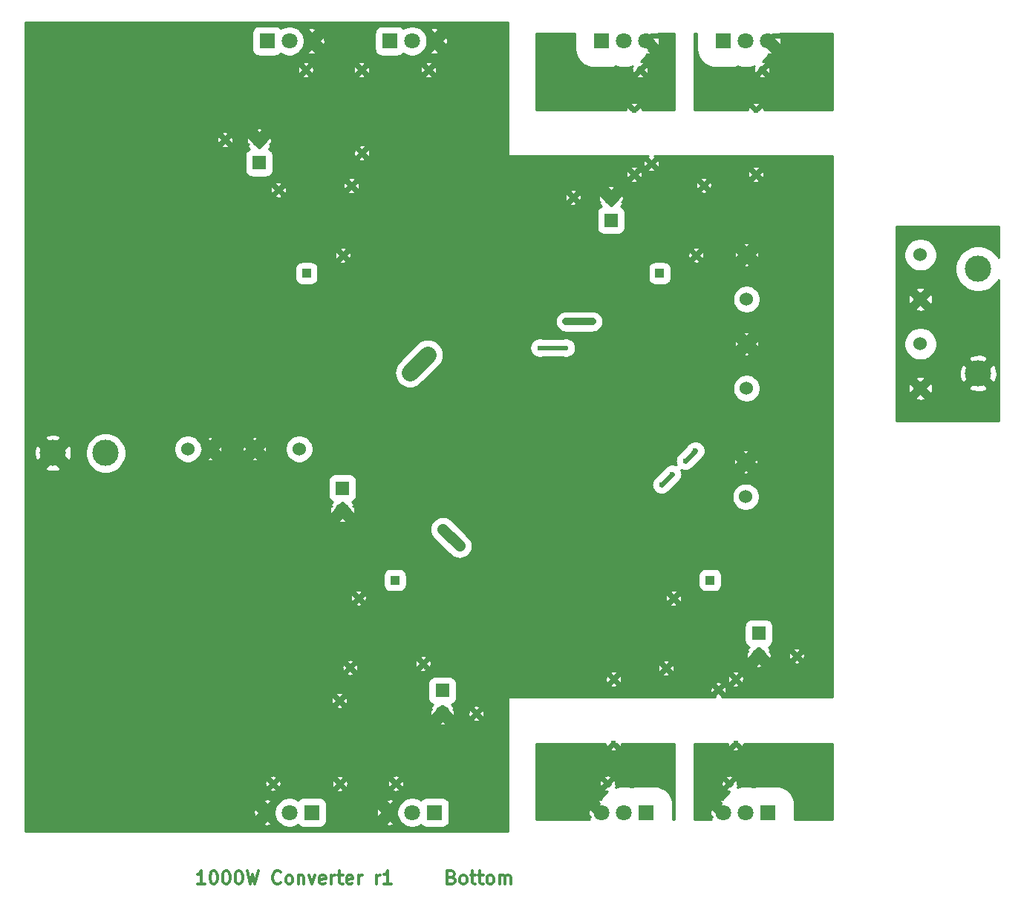
<source format=gbr>
G04 #@! TF.GenerationSoftware,KiCad,Pcbnew,(5.1.2)-1*
G04 #@! TF.CreationDate,2019-05-29T22:51:05-07:00*
G04 #@! TF.ProjectId,1000WConverter_r1_ctrl,31303030-5743-46f6-9e76-65727465725f,rev?*
G04 #@! TF.SameCoordinates,Original*
G04 #@! TF.FileFunction,Copper,L4,Bot*
G04 #@! TF.FilePolarity,Positive*
%FSLAX46Y46*%
G04 Gerber Fmt 4.6, Leading zero omitted, Abs format (unit mm)*
G04 Created by KiCad (PCBNEW (5.1.2)-1) date 2019-05-29 22:51:05*
%MOMM*%
%LPD*%
G04 APERTURE LIST*
%ADD10C,0.300000*%
%ADD11C,0.609600*%
%ADD12C,1.800000*%
%ADD13R,1.800000X1.800000*%
%ADD14R,1.016000X1.016000*%
%ADD15C,1.600000*%
%ADD16R,1.600000X1.600000*%
%ADD17C,1.524000*%
%ADD18C,3.000000*%
%ADD19C,0.600000*%
%ADD20C,0.250000*%
%ADD21C,1.905000*%
%ADD22C,0.508000*%
%ADD23C,1.270000*%
%ADD24C,0.609600*%
%ADD25C,0.812800*%
%ADD26C,0.254000*%
G04 APERTURE END LIST*
D10*
X-35662142Y-52178571D02*
X-36519285Y-52178571D01*
X-36090714Y-52178571D02*
X-36090714Y-50678571D01*
X-36233571Y-50892857D01*
X-36376428Y-51035714D01*
X-36519285Y-51107142D01*
X-34733571Y-50678571D02*
X-34590714Y-50678571D01*
X-34447857Y-50750000D01*
X-34376428Y-50821428D01*
X-34305000Y-50964285D01*
X-34233571Y-51250000D01*
X-34233571Y-51607142D01*
X-34305000Y-51892857D01*
X-34376428Y-52035714D01*
X-34447857Y-52107142D01*
X-34590714Y-52178571D01*
X-34733571Y-52178571D01*
X-34876428Y-52107142D01*
X-34947857Y-52035714D01*
X-35019285Y-51892857D01*
X-35090714Y-51607142D01*
X-35090714Y-51250000D01*
X-35019285Y-50964285D01*
X-34947857Y-50821428D01*
X-34876428Y-50750000D01*
X-34733571Y-50678571D01*
X-33305000Y-50678571D02*
X-33162142Y-50678571D01*
X-33019285Y-50750000D01*
X-32947857Y-50821428D01*
X-32876428Y-50964285D01*
X-32805000Y-51250000D01*
X-32805000Y-51607142D01*
X-32876428Y-51892857D01*
X-32947857Y-52035714D01*
X-33019285Y-52107142D01*
X-33162142Y-52178571D01*
X-33305000Y-52178571D01*
X-33447857Y-52107142D01*
X-33519285Y-52035714D01*
X-33590714Y-51892857D01*
X-33662142Y-51607142D01*
X-33662142Y-51250000D01*
X-33590714Y-50964285D01*
X-33519285Y-50821428D01*
X-33447857Y-50750000D01*
X-33305000Y-50678571D01*
X-31876428Y-50678571D02*
X-31733571Y-50678571D01*
X-31590714Y-50750000D01*
X-31519285Y-50821428D01*
X-31447857Y-50964285D01*
X-31376428Y-51250000D01*
X-31376428Y-51607142D01*
X-31447857Y-51892857D01*
X-31519285Y-52035714D01*
X-31590714Y-52107142D01*
X-31733571Y-52178571D01*
X-31876428Y-52178571D01*
X-32019285Y-52107142D01*
X-32090714Y-52035714D01*
X-32162142Y-51892857D01*
X-32233571Y-51607142D01*
X-32233571Y-51250000D01*
X-32162142Y-50964285D01*
X-32090714Y-50821428D01*
X-32019285Y-50750000D01*
X-31876428Y-50678571D01*
X-30876428Y-50678571D02*
X-30519285Y-52178571D01*
X-30233571Y-51107142D01*
X-29947857Y-52178571D01*
X-29590714Y-50678571D01*
X-27019285Y-52035714D02*
X-27090714Y-52107142D01*
X-27305000Y-52178571D01*
X-27447857Y-52178571D01*
X-27662142Y-52107142D01*
X-27805000Y-51964285D01*
X-27876428Y-51821428D01*
X-27947857Y-51535714D01*
X-27947857Y-51321428D01*
X-27876428Y-51035714D01*
X-27805000Y-50892857D01*
X-27662142Y-50750000D01*
X-27447857Y-50678571D01*
X-27305000Y-50678571D01*
X-27090714Y-50750000D01*
X-27019285Y-50821428D01*
X-26162142Y-52178571D02*
X-26305000Y-52107142D01*
X-26376428Y-52035714D01*
X-26447857Y-51892857D01*
X-26447857Y-51464285D01*
X-26376428Y-51321428D01*
X-26305000Y-51250000D01*
X-26162142Y-51178571D01*
X-25947857Y-51178571D01*
X-25805000Y-51250000D01*
X-25733571Y-51321428D01*
X-25662142Y-51464285D01*
X-25662142Y-51892857D01*
X-25733571Y-52035714D01*
X-25805000Y-52107142D01*
X-25947857Y-52178571D01*
X-26162142Y-52178571D01*
X-25019285Y-51178571D02*
X-25019285Y-52178571D01*
X-25019285Y-51321428D02*
X-24947857Y-51250000D01*
X-24805000Y-51178571D01*
X-24590714Y-51178571D01*
X-24447857Y-51250000D01*
X-24376428Y-51392857D01*
X-24376428Y-52178571D01*
X-23805000Y-51178571D02*
X-23447857Y-52178571D01*
X-23090714Y-51178571D01*
X-21947857Y-52107142D02*
X-22090714Y-52178571D01*
X-22376428Y-52178571D01*
X-22519285Y-52107142D01*
X-22590714Y-51964285D01*
X-22590714Y-51392857D01*
X-22519285Y-51250000D01*
X-22376428Y-51178571D01*
X-22090714Y-51178571D01*
X-21947857Y-51250000D01*
X-21876428Y-51392857D01*
X-21876428Y-51535714D01*
X-22590714Y-51678571D01*
X-21233571Y-52178571D02*
X-21233571Y-51178571D01*
X-21233571Y-51464285D02*
X-21162142Y-51321428D01*
X-21090714Y-51250000D01*
X-20947857Y-51178571D01*
X-20805000Y-51178571D01*
X-20519285Y-51178571D02*
X-19947857Y-51178571D01*
X-20305000Y-50678571D02*
X-20305000Y-51964285D01*
X-20233571Y-52107142D01*
X-20090714Y-52178571D01*
X-19947857Y-52178571D01*
X-18876428Y-52107142D02*
X-19019285Y-52178571D01*
X-19305000Y-52178571D01*
X-19447857Y-52107142D01*
X-19519285Y-51964285D01*
X-19519285Y-51392857D01*
X-19447857Y-51250000D01*
X-19305000Y-51178571D01*
X-19019285Y-51178571D01*
X-18876428Y-51250000D01*
X-18805000Y-51392857D01*
X-18805000Y-51535714D01*
X-19519285Y-51678571D01*
X-18162142Y-52178571D02*
X-18162142Y-51178571D01*
X-18162142Y-51464285D02*
X-18090714Y-51321428D01*
X-18019285Y-51250000D01*
X-17876428Y-51178571D01*
X-17733571Y-51178571D01*
X-16090714Y-52178571D02*
X-16090714Y-51178571D01*
X-16090714Y-51464285D02*
X-16019285Y-51321428D01*
X-15947857Y-51250000D01*
X-15805000Y-51178571D01*
X-15662142Y-51178571D01*
X-14376428Y-52178571D02*
X-15233571Y-52178571D01*
X-14805000Y-52178571D02*
X-14805000Y-50678571D01*
X-14947857Y-50892857D01*
X-15090714Y-51035714D01*
X-15233571Y-51107142D01*
X-7519285Y-51392857D02*
X-7305000Y-51464285D01*
X-7233571Y-51535714D01*
X-7162142Y-51678571D01*
X-7162142Y-51892857D01*
X-7233571Y-52035714D01*
X-7305000Y-52107142D01*
X-7447857Y-52178571D01*
X-8019285Y-52178571D01*
X-8019285Y-50678571D01*
X-7519285Y-50678571D01*
X-7376428Y-50750000D01*
X-7305000Y-50821428D01*
X-7233571Y-50964285D01*
X-7233571Y-51107142D01*
X-7305000Y-51250000D01*
X-7376428Y-51321428D01*
X-7519285Y-51392857D01*
X-8019285Y-51392857D01*
X-6305000Y-52178571D02*
X-6447857Y-52107142D01*
X-6519285Y-52035714D01*
X-6590714Y-51892857D01*
X-6590714Y-51464285D01*
X-6519285Y-51321428D01*
X-6447857Y-51250000D01*
X-6305000Y-51178571D01*
X-6090714Y-51178571D01*
X-5947857Y-51250000D01*
X-5876428Y-51321428D01*
X-5805000Y-51464285D01*
X-5805000Y-51892857D01*
X-5876428Y-52035714D01*
X-5947857Y-52107142D01*
X-6090714Y-52178571D01*
X-6305000Y-52178571D01*
X-5376428Y-51178571D02*
X-4805000Y-51178571D01*
X-5162142Y-50678571D02*
X-5162142Y-51964285D01*
X-5090714Y-52107142D01*
X-4947857Y-52178571D01*
X-4805000Y-52178571D01*
X-4519285Y-51178571D02*
X-3947857Y-51178571D01*
X-4305000Y-50678571D02*
X-4305000Y-51964285D01*
X-4233571Y-52107142D01*
X-4090714Y-52178571D01*
X-3947857Y-52178571D01*
X-3233571Y-52178571D02*
X-3376428Y-52107142D01*
X-3447857Y-52035714D01*
X-3519285Y-51892857D01*
X-3519285Y-51464285D01*
X-3447857Y-51321428D01*
X-3376428Y-51250000D01*
X-3233571Y-51178571D01*
X-3019285Y-51178571D01*
X-2876428Y-51250000D01*
X-2805000Y-51321428D01*
X-2733571Y-51464285D01*
X-2733571Y-51892857D01*
X-2805000Y-52035714D01*
X-2876428Y-52107142D01*
X-3019285Y-52178571D01*
X-3233571Y-52178571D01*
X-2090714Y-52178571D02*
X-2090714Y-51178571D01*
X-2090714Y-51321428D02*
X-2019285Y-51250000D01*
X-1876428Y-51178571D01*
X-1662142Y-51178571D01*
X-1519285Y-51250000D01*
X-1447857Y-51392857D01*
X-1447857Y-52178571D01*
X-1447857Y-51392857D02*
X-1376428Y-51250000D01*
X-1233571Y-51178571D01*
X-1019285Y-51178571D01*
X-876428Y-51250000D01*
X-805000Y-51392857D01*
X-805000Y-52178571D01*
D11*
X24140000Y-40691600D03*
X10240000Y-40691600D03*
X10940000Y-36088400D03*
X10940000Y-28788400D03*
X16898400Y-27532500D03*
X24840000Y-36088400D03*
X24840000Y-28788400D03*
X22867500Y-30011600D03*
X17767500Y-19578400D03*
D12*
X9560000Y-44000000D03*
D13*
X14640000Y-44000000D03*
D12*
X12100000Y-44000000D03*
X26000000Y-44000000D03*
D13*
X28540000Y-44000000D03*
D12*
X23460000Y-44000000D03*
D14*
X21917500Y-17500000D03*
D15*
X27467500Y-26060000D03*
D16*
X27467500Y-23560000D03*
D11*
X31792500Y-26150000D03*
X13960000Y40691600D03*
X27860000Y40691600D03*
X27160000Y36088400D03*
X27160000Y28788400D03*
X21201600Y27532500D03*
X13260000Y36088400D03*
X13260000Y28788400D03*
X15232500Y30011600D03*
X20332500Y19578400D03*
D12*
X28540000Y44000000D03*
D13*
X23460000Y44000000D03*
D12*
X26000000Y44000000D03*
X12100000Y44000000D03*
D13*
X9560000Y44000000D03*
D12*
X14640000Y44000000D03*
D14*
X16182500Y17500000D03*
D15*
X10632500Y26060000D03*
D16*
X10632500Y23560000D03*
D11*
X6307500Y26150000D03*
X-17810000Y40725000D03*
X-10185000Y40700000D03*
X-24185000Y40700000D03*
X-17765000Y31235000D03*
X-19940000Y19550000D03*
X-18985000Y27485000D03*
D16*
X-29490000Y30100000D03*
D15*
X-29490000Y32640000D03*
D12*
X-9510000Y44000000D03*
D13*
X-14590000Y44000000D03*
D12*
X-12050000Y44000000D03*
D14*
X-24090000Y17500000D03*
D12*
X-26050000Y44000000D03*
D13*
X-28590000Y44000000D03*
D12*
X-23510000Y44000000D03*
D11*
X-33375000Y32725000D03*
X-27300000Y27025000D03*
X-20290000Y-40725000D03*
X-27915000Y-40700000D03*
X-13915000Y-40700000D03*
X-20335000Y-31235000D03*
X-18160000Y-19550000D03*
X-19115000Y-27485000D03*
D16*
X-8610000Y-30100000D03*
D15*
X-8610000Y-32640000D03*
D12*
X-28590000Y-44000000D03*
D13*
X-23510000Y-44000000D03*
D12*
X-26050000Y-44000000D03*
D14*
X-14010000Y-17500000D03*
D12*
X-12050000Y-44000000D03*
D13*
X-9510000Y-44000000D03*
D12*
X-14590000Y-44000000D03*
D11*
X-4725000Y-32725000D03*
X-10800000Y-27025000D03*
D17*
X26000000Y-4000000D03*
X26000000Y-8000000D03*
X-30000000Y-2540000D03*
X-24920000Y-2540000D03*
X-35080000Y-2540000D03*
X-37620000Y-2540000D03*
X45906000Y14540000D03*
X45906000Y19620000D03*
X45906000Y9460000D03*
X45906000Y4380000D03*
X26094000Y19620000D03*
X26094000Y14540000D03*
X26094000Y9460000D03*
X26094000Y4380000D03*
D18*
X-47000000Y-3000000D03*
X-53000000Y-3000000D03*
X52500000Y6100000D03*
X52500000Y18000000D03*
D15*
X-20000000Y-9500000D03*
D16*
X-20000000Y-7000000D03*
D19*
X-10250000Y8200000D03*
X-12300000Y6175000D03*
X-6650000Y-13600000D03*
X-8550000Y-11700000D03*
X16400000Y-6600000D03*
X17600000Y-5400000D03*
X19100000Y-3900000D03*
X20250000Y-2750000D03*
X8500000Y12000000D03*
X5500000Y12000000D03*
X5500000Y9000000D03*
X2500000Y9000000D03*
X-40600000Y850000D03*
X-28100000Y-5700000D03*
X-1500000Y-1619200D03*
X-2250000Y-5750000D03*
X-3300000Y4250000D03*
X5600000Y2250000D03*
X12000000Y5550000D03*
X14275000Y6225000D03*
X13050000Y-2450000D03*
X23250000Y500000D03*
D20*
X28540000Y44000000D02*
X29400000Y44000000D01*
X29400000Y44000000D02*
X30000000Y43400000D01*
X23460000Y-44000000D02*
X22800000Y-44000000D01*
X22800000Y-44000000D02*
X22000000Y-43200000D01*
D21*
X-10250000Y8200000D02*
X-12275000Y6175000D01*
D22*
X-12275000Y6175000D02*
X-12300000Y6175000D01*
D23*
X-8550000Y-11700000D02*
X-6650000Y-13600000D01*
D24*
X17600000Y-5400000D02*
X16400000Y-6600000D01*
X19100000Y-3900000D02*
X19950001Y-3049999D01*
X19950001Y-3049999D02*
X20250000Y-2750000D01*
D25*
X5500000Y12000000D02*
X8500000Y12000000D01*
D22*
X5500000Y9000000D02*
X2500000Y9000000D01*
D20*
X9560000Y-44000000D02*
X8800000Y-44000000D01*
X8800000Y-44000000D02*
X8000000Y-43200000D01*
X14640000Y44000000D02*
X15000000Y44000000D01*
X15000000Y44000000D02*
X15750000Y43250000D01*
D24*
X30400000Y44600000D02*
X29140000Y44600000D01*
X29140000Y44600000D02*
X28540000Y44000000D01*
X28540000Y44000000D02*
X28540000Y43460000D01*
X28540000Y43460000D02*
X29800000Y42200000D01*
X16400000Y44600000D02*
X15240000Y44600000D01*
X15240000Y44600000D02*
X14640000Y44000000D01*
X14640000Y44000000D02*
X14640000Y43560000D01*
X14640000Y43560000D02*
X16000000Y42200000D01*
D26*
G36*
X-1127000Y31000000D02*
G01*
X-1124560Y30975224D01*
X-1117333Y30951399D01*
X-1105597Y30929443D01*
X-1089803Y30910197D01*
X-1070557Y30894403D01*
X-1048601Y30882667D01*
X-1024776Y30875440D01*
X-1000000Y30873000D01*
X14867841Y30873000D01*
X14836009Y30859815D01*
X14821521Y30674026D01*
X15232500Y30263047D01*
X15643479Y30674026D01*
X15628991Y30859815D01*
X15591609Y30873000D01*
X35873000Y30873000D01*
X35873000Y-30873000D01*
X23232159Y-30873000D01*
X23263991Y-30859815D01*
X23278479Y-30674026D01*
X22867500Y-30263047D01*
X22456521Y-30674026D01*
X22471009Y-30859815D01*
X22508391Y-30873000D01*
X-1000000Y-30873000D01*
X-1024776Y-30875440D01*
X-1048601Y-30882667D01*
X-1070557Y-30894403D01*
X-1089803Y-30910197D01*
X-1105597Y-30929443D01*
X-1117333Y-30951399D01*
X-1124560Y-30975224D01*
X-1127000Y-31000000D01*
X-1127000Y-46123000D01*
X-56123000Y-46123000D01*
X-56123000Y-45291050D01*
X-29070706Y-45291050D01*
X-28963077Y-45488343D01*
X-28665548Y-45532529D01*
X-28365115Y-45517820D01*
X-28216923Y-45488343D01*
X-28109294Y-45291050D01*
X-28590000Y-44810344D01*
X-29070706Y-45291050D01*
X-56123000Y-45291050D01*
X-56123000Y-43924452D01*
X-30122529Y-43924452D01*
X-30107820Y-44224885D01*
X-30078343Y-44373077D01*
X-29881050Y-44480706D01*
X-29400344Y-44000000D01*
X-27779656Y-44000000D01*
X-27777000Y-44002656D01*
X-27777000Y-44170095D01*
X-27710632Y-44503747D01*
X-27580447Y-44818041D01*
X-27391448Y-45100898D01*
X-27150898Y-45341448D01*
X-26868041Y-45530447D01*
X-26553747Y-45660632D01*
X-26220095Y-45727000D01*
X-25879905Y-45727000D01*
X-25546253Y-45660632D01*
X-25231959Y-45530447D01*
X-25057896Y-45414142D01*
X-24997606Y-45487606D01*
X-24871679Y-45590952D01*
X-24728010Y-45667745D01*
X-24572120Y-45715034D01*
X-24410000Y-45731001D01*
X-22610000Y-45731001D01*
X-22447880Y-45715034D01*
X-22291990Y-45667745D01*
X-22148321Y-45590952D01*
X-22022394Y-45487606D01*
X-21919048Y-45361679D01*
X-21881296Y-45291050D01*
X-15070706Y-45291050D01*
X-14963077Y-45488343D01*
X-14665548Y-45532529D01*
X-14365115Y-45517820D01*
X-14216923Y-45488343D01*
X-14109294Y-45291050D01*
X-14590000Y-44810344D01*
X-15070706Y-45291050D01*
X-21881296Y-45291050D01*
X-21842255Y-45218010D01*
X-21794966Y-45062120D01*
X-21778999Y-44900000D01*
X-21778999Y-43924452D01*
X-16122529Y-43924452D01*
X-16107820Y-44224885D01*
X-16078343Y-44373077D01*
X-15881050Y-44480706D01*
X-15400344Y-44000000D01*
X-13779656Y-44000000D01*
X-13777000Y-44002656D01*
X-13777000Y-44170095D01*
X-13710632Y-44503747D01*
X-13580447Y-44818041D01*
X-13391448Y-45100898D01*
X-13150898Y-45341448D01*
X-12868041Y-45530447D01*
X-12553747Y-45660632D01*
X-12220095Y-45727000D01*
X-11879905Y-45727000D01*
X-11546253Y-45660632D01*
X-11231959Y-45530447D01*
X-11057896Y-45414142D01*
X-10997606Y-45487606D01*
X-10871679Y-45590952D01*
X-10728010Y-45667745D01*
X-10572120Y-45715034D01*
X-10410000Y-45731001D01*
X-8610000Y-45731001D01*
X-8447880Y-45715034D01*
X-8291990Y-45667745D01*
X-8148321Y-45590952D01*
X-8022394Y-45487606D01*
X-7919048Y-45361679D01*
X-7842255Y-45218010D01*
X-7794966Y-45062120D01*
X-7778999Y-44900000D01*
X-7778999Y-43100000D01*
X-7794966Y-42937880D01*
X-7842255Y-42781990D01*
X-7919048Y-42638321D01*
X-8022394Y-42512394D01*
X-8148321Y-42409048D01*
X-8291990Y-42332255D01*
X-8447880Y-42284966D01*
X-8610000Y-42268999D01*
X-10410000Y-42268999D01*
X-10572120Y-42284966D01*
X-10728010Y-42332255D01*
X-10871679Y-42409048D01*
X-10997606Y-42512394D01*
X-11057896Y-42585858D01*
X-11231959Y-42469553D01*
X-11546253Y-42339368D01*
X-11879905Y-42273000D01*
X-12220095Y-42273000D01*
X-12553747Y-42339368D01*
X-12868041Y-42469553D01*
X-13150898Y-42658552D01*
X-13391448Y-42899102D01*
X-13580447Y-43181959D01*
X-13710632Y-43496253D01*
X-13777000Y-43829905D01*
X-13777000Y-43997344D01*
X-13779656Y-44000000D01*
X-15400344Y-44000000D01*
X-15881050Y-43519294D01*
X-16078343Y-43626923D01*
X-16122529Y-43924452D01*
X-21778999Y-43924452D01*
X-21778999Y-43100000D01*
X-21794966Y-42937880D01*
X-21842255Y-42781990D01*
X-21881295Y-42708950D01*
X-15070706Y-42708950D01*
X-14590000Y-43189656D01*
X-14109294Y-42708950D01*
X-14216923Y-42511657D01*
X-14514452Y-42467471D01*
X-14814885Y-42482180D01*
X-14963077Y-42511657D01*
X-15070706Y-42708950D01*
X-21881295Y-42708950D01*
X-21919048Y-42638321D01*
X-22022394Y-42512394D01*
X-22148321Y-42409048D01*
X-22291990Y-42332255D01*
X-22447880Y-42284966D01*
X-22610000Y-42268999D01*
X-24410000Y-42268999D01*
X-24572120Y-42284966D01*
X-24728010Y-42332255D01*
X-24871679Y-42409048D01*
X-24997606Y-42512394D01*
X-25057896Y-42585858D01*
X-25231959Y-42469553D01*
X-25546253Y-42339368D01*
X-25879905Y-42273000D01*
X-26220095Y-42273000D01*
X-26553747Y-42339368D01*
X-26868041Y-42469553D01*
X-27150898Y-42658552D01*
X-27391448Y-42899102D01*
X-27580447Y-43181959D01*
X-27710632Y-43496253D01*
X-27777000Y-43829905D01*
X-27777000Y-43997344D01*
X-27779656Y-44000000D01*
X-29400344Y-44000000D01*
X-29881050Y-43519294D01*
X-30078343Y-43626923D01*
X-30122529Y-43924452D01*
X-56123000Y-43924452D01*
X-56123000Y-42708950D01*
X-29070706Y-42708950D01*
X-28590000Y-43189656D01*
X-28109294Y-42708950D01*
X-28216923Y-42511657D01*
X-28514452Y-42467471D01*
X-28814885Y-42482180D01*
X-28963077Y-42511657D01*
X-29070706Y-42708950D01*
X-56123000Y-42708950D01*
X-56123000Y-41362426D01*
X-28325979Y-41362426D01*
X-28311491Y-41548215D01*
X-28138394Y-41609268D01*
X-27956712Y-41635379D01*
X-27773427Y-41625543D01*
X-27595583Y-41580140D01*
X-27518509Y-41548215D01*
X-27505971Y-41387426D01*
X-20700979Y-41387426D01*
X-20686491Y-41573215D01*
X-20513394Y-41634268D01*
X-20331712Y-41660379D01*
X-20148427Y-41650543D01*
X-19970583Y-41605140D01*
X-19893509Y-41573215D01*
X-19879021Y-41387426D01*
X-19904021Y-41362426D01*
X-14325979Y-41362426D01*
X-14311491Y-41548215D01*
X-14138394Y-41609268D01*
X-13956712Y-41635379D01*
X-13773427Y-41625543D01*
X-13595583Y-41580140D01*
X-13518509Y-41548215D01*
X-13504021Y-41362426D01*
X-13915000Y-40951447D01*
X-14325979Y-41362426D01*
X-19904021Y-41362426D01*
X-20290000Y-40976447D01*
X-20700979Y-41387426D01*
X-27505971Y-41387426D01*
X-27504021Y-41362426D01*
X-27915000Y-40951447D01*
X-28325979Y-41362426D01*
X-56123000Y-41362426D01*
X-56123000Y-40658288D01*
X-28850379Y-40658288D01*
X-28840543Y-40841573D01*
X-28795140Y-41019417D01*
X-28763215Y-41096491D01*
X-28577426Y-41110979D01*
X-28166447Y-40700000D01*
X-27663553Y-40700000D01*
X-27252574Y-41110979D01*
X-27066785Y-41096491D01*
X-27005732Y-40923394D01*
X-26979621Y-40741712D01*
X-26982756Y-40683288D01*
X-21225379Y-40683288D01*
X-21215543Y-40866573D01*
X-21170140Y-41044417D01*
X-21138215Y-41121491D01*
X-20952426Y-41135979D01*
X-20541447Y-40725000D01*
X-20038553Y-40725000D01*
X-19627574Y-41135979D01*
X-19441785Y-41121491D01*
X-19380732Y-40948394D01*
X-19354621Y-40766712D01*
X-19360439Y-40658288D01*
X-14850379Y-40658288D01*
X-14840543Y-40841573D01*
X-14795140Y-41019417D01*
X-14763215Y-41096491D01*
X-14577426Y-41110979D01*
X-14166447Y-40700000D01*
X-13663553Y-40700000D01*
X-13252574Y-41110979D01*
X-13066785Y-41096491D01*
X-13005732Y-40923394D01*
X-12979621Y-40741712D01*
X-12989457Y-40558427D01*
X-13034860Y-40380583D01*
X-13066785Y-40303509D01*
X-13252574Y-40289021D01*
X-13663553Y-40700000D01*
X-14166447Y-40700000D01*
X-14577426Y-40289021D01*
X-14763215Y-40303509D01*
X-14824268Y-40476606D01*
X-14850379Y-40658288D01*
X-19360439Y-40658288D01*
X-19364457Y-40583427D01*
X-19409860Y-40405583D01*
X-19441785Y-40328509D01*
X-19627574Y-40314021D01*
X-20038553Y-40725000D01*
X-20541447Y-40725000D01*
X-20952426Y-40314021D01*
X-21138215Y-40328509D01*
X-21199268Y-40501606D01*
X-21225379Y-40683288D01*
X-26982756Y-40683288D01*
X-26989457Y-40558427D01*
X-27034860Y-40380583D01*
X-27066785Y-40303509D01*
X-27252574Y-40289021D01*
X-27663553Y-40700000D01*
X-28166447Y-40700000D01*
X-28577426Y-40289021D01*
X-28763215Y-40303509D01*
X-28824268Y-40476606D01*
X-28850379Y-40658288D01*
X-56123000Y-40658288D01*
X-56123000Y-40037574D01*
X-28325979Y-40037574D01*
X-27915000Y-40448553D01*
X-27529021Y-40062574D01*
X-20700979Y-40062574D01*
X-20290000Y-40473553D01*
X-19879021Y-40062574D01*
X-19880970Y-40037574D01*
X-14325979Y-40037574D01*
X-13915000Y-40448553D01*
X-13504021Y-40037574D01*
X-13518509Y-39851785D01*
X-13691606Y-39790732D01*
X-13873288Y-39764621D01*
X-14056573Y-39774457D01*
X-14234417Y-39819860D01*
X-14311491Y-39851785D01*
X-14325979Y-40037574D01*
X-19880970Y-40037574D01*
X-19893509Y-39876785D01*
X-20066606Y-39815732D01*
X-20248288Y-39789621D01*
X-20431573Y-39799457D01*
X-20609417Y-39844860D01*
X-20686491Y-39876785D01*
X-20700979Y-40062574D01*
X-27529021Y-40062574D01*
X-27504021Y-40037574D01*
X-27518509Y-39851785D01*
X-27691606Y-39790732D01*
X-27873288Y-39764621D01*
X-28056573Y-39774457D01*
X-28234417Y-39819860D01*
X-28311491Y-39851785D01*
X-28325979Y-40037574D01*
X-56123000Y-40037574D01*
X-56123000Y-33852265D01*
X-9011920Y-33852265D01*
X-8919042Y-34040206D01*
X-8639937Y-34073593D01*
X-8359682Y-34051886D01*
X-8300958Y-34040206D01*
X-8208080Y-33852265D01*
X-8610000Y-33450344D01*
X-9011920Y-33852265D01*
X-56123000Y-33852265D01*
X-56123000Y-33387426D01*
X-5135979Y-33387426D01*
X-5121491Y-33573215D01*
X-4948394Y-33634268D01*
X-4766712Y-33660379D01*
X-4583427Y-33650543D01*
X-4405583Y-33605140D01*
X-4328509Y-33573215D01*
X-4314021Y-33387426D01*
X-4725000Y-32976447D01*
X-5135979Y-33387426D01*
X-56123000Y-33387426D01*
X-56123000Y-31897426D01*
X-20745979Y-31897426D01*
X-20731491Y-32083215D01*
X-20558394Y-32144268D01*
X-20376712Y-32170379D01*
X-20193427Y-32160543D01*
X-20015583Y-32115140D01*
X-19938509Y-32083215D01*
X-19924021Y-31897426D01*
X-20335000Y-31486447D01*
X-20745979Y-31897426D01*
X-56123000Y-31897426D01*
X-56123000Y-31193288D01*
X-21270379Y-31193288D01*
X-21260543Y-31376573D01*
X-21215140Y-31554417D01*
X-21183215Y-31631491D01*
X-20997426Y-31645979D01*
X-20586447Y-31235000D01*
X-20083553Y-31235000D01*
X-19672574Y-31645979D01*
X-19486785Y-31631491D01*
X-19425732Y-31458394D01*
X-19399621Y-31276712D01*
X-19409457Y-31093427D01*
X-19454860Y-30915583D01*
X-19486785Y-30838509D01*
X-19672574Y-30824021D01*
X-20083553Y-31235000D01*
X-20586447Y-31235000D01*
X-20997426Y-30824021D01*
X-21183215Y-30838509D01*
X-21244268Y-31011606D01*
X-21270379Y-31193288D01*
X-56123000Y-31193288D01*
X-56123000Y-30572574D01*
X-20745979Y-30572574D01*
X-20335000Y-30983553D01*
X-19924021Y-30572574D01*
X-19938509Y-30386785D01*
X-20111606Y-30325732D01*
X-20293288Y-30299621D01*
X-20476573Y-30309457D01*
X-20654417Y-30354860D01*
X-20731491Y-30386785D01*
X-20745979Y-30572574D01*
X-56123000Y-30572574D01*
X-56123000Y-29300000D01*
X-10241001Y-29300000D01*
X-10241001Y-30900000D01*
X-10225034Y-31062120D01*
X-10177745Y-31218010D01*
X-10100952Y-31361679D01*
X-9997606Y-31487606D01*
X-9871679Y-31590952D01*
X-9728010Y-31667745D01*
X-9679453Y-31682475D01*
X-10028663Y-32031685D01*
X-9822267Y-32238081D01*
X-10010206Y-32330958D01*
X-10043593Y-32610063D01*
X-10021886Y-32890318D01*
X-10010206Y-32949042D01*
X-9822265Y-33041920D01*
X-9420344Y-32640000D01*
X-9434487Y-32625858D01*
X-8624143Y-31815514D01*
X-8610000Y-31829656D01*
X-8595858Y-31815514D01*
X-7785513Y-32625858D01*
X-7799656Y-32640000D01*
X-7397735Y-33041920D01*
X-7209794Y-32949042D01*
X-7178005Y-32683288D01*
X-5660379Y-32683288D01*
X-5650543Y-32866573D01*
X-5605140Y-33044417D01*
X-5573215Y-33121491D01*
X-5387426Y-33135979D01*
X-4976447Y-32725000D01*
X-4473553Y-32725000D01*
X-4062574Y-33135979D01*
X-3876785Y-33121491D01*
X-3815732Y-32948394D01*
X-3789621Y-32766712D01*
X-3799457Y-32583427D01*
X-3844860Y-32405583D01*
X-3876785Y-32328509D01*
X-4062574Y-32314021D01*
X-4473553Y-32725000D01*
X-4976447Y-32725000D01*
X-5387426Y-32314021D01*
X-5573215Y-32328509D01*
X-5634268Y-32501606D01*
X-5660379Y-32683288D01*
X-7178005Y-32683288D01*
X-7176407Y-32669937D01*
X-7198114Y-32389682D01*
X-7209794Y-32330958D01*
X-7397733Y-32238081D01*
X-7222226Y-32062574D01*
X-5135979Y-32062574D01*
X-4725000Y-32473553D01*
X-4314021Y-32062574D01*
X-4328509Y-31876785D01*
X-4501606Y-31815732D01*
X-4683288Y-31789621D01*
X-4866573Y-31799457D01*
X-5044417Y-31844860D01*
X-5121491Y-31876785D01*
X-5135979Y-32062574D01*
X-7222226Y-32062574D01*
X-7191337Y-32031685D01*
X-7540547Y-31682475D01*
X-7491990Y-31667745D01*
X-7348321Y-31590952D01*
X-7222394Y-31487606D01*
X-7119048Y-31361679D01*
X-7042255Y-31218010D01*
X-6994966Y-31062120D01*
X-6978999Y-30900000D01*
X-6978999Y-29969888D01*
X21932121Y-29969888D01*
X21941957Y-30153173D01*
X21987360Y-30331017D01*
X22019285Y-30408091D01*
X22205074Y-30422579D01*
X22616053Y-30011600D01*
X23118947Y-30011600D01*
X23529926Y-30422579D01*
X23715715Y-30408091D01*
X23776768Y-30234994D01*
X23802879Y-30053312D01*
X23793043Y-29870027D01*
X23747640Y-29692183D01*
X23715715Y-29615109D01*
X23529926Y-29600621D01*
X23118947Y-30011600D01*
X22616053Y-30011600D01*
X22205074Y-29600621D01*
X22019285Y-29615109D01*
X21958232Y-29788206D01*
X21932121Y-29969888D01*
X-6978999Y-29969888D01*
X-6978999Y-29450826D01*
X10529021Y-29450826D01*
X10543509Y-29636615D01*
X10716606Y-29697668D01*
X10898288Y-29723779D01*
X11081573Y-29713943D01*
X11259417Y-29668540D01*
X11336491Y-29636615D01*
X11350979Y-29450826D01*
X11249327Y-29349174D01*
X22456521Y-29349174D01*
X22867500Y-29760153D01*
X23176827Y-29450826D01*
X24429021Y-29450826D01*
X24443509Y-29636615D01*
X24616606Y-29697668D01*
X24798288Y-29723779D01*
X24981573Y-29713943D01*
X25159417Y-29668540D01*
X25236491Y-29636615D01*
X25250979Y-29450826D01*
X24840000Y-29039847D01*
X24429021Y-29450826D01*
X23176827Y-29450826D01*
X23278479Y-29349174D01*
X23263991Y-29163385D01*
X23090894Y-29102332D01*
X22909212Y-29076221D01*
X22725927Y-29086057D01*
X22548083Y-29131460D01*
X22471009Y-29163385D01*
X22456521Y-29349174D01*
X11249327Y-29349174D01*
X10940000Y-29039847D01*
X10529021Y-29450826D01*
X-6978999Y-29450826D01*
X-6978999Y-29300000D01*
X-6994966Y-29137880D01*
X-7042255Y-28981990D01*
X-7119048Y-28838321D01*
X-7194249Y-28746688D01*
X10004621Y-28746688D01*
X10014457Y-28929973D01*
X10059860Y-29107817D01*
X10091785Y-29184891D01*
X10277574Y-29199379D01*
X10688553Y-28788400D01*
X11191447Y-28788400D01*
X11602426Y-29199379D01*
X11788215Y-29184891D01*
X11849268Y-29011794D01*
X11875379Y-28830112D01*
X11870903Y-28746688D01*
X23904621Y-28746688D01*
X23914457Y-28929973D01*
X23959860Y-29107817D01*
X23991785Y-29184891D01*
X24177574Y-29199379D01*
X24588553Y-28788400D01*
X25091447Y-28788400D01*
X25502426Y-29199379D01*
X25688215Y-29184891D01*
X25749268Y-29011794D01*
X25775379Y-28830112D01*
X25765543Y-28646827D01*
X25720140Y-28468983D01*
X25688215Y-28391909D01*
X25502426Y-28377421D01*
X25091447Y-28788400D01*
X24588553Y-28788400D01*
X24177574Y-28377421D01*
X23991785Y-28391909D01*
X23930732Y-28565006D01*
X23904621Y-28746688D01*
X11870903Y-28746688D01*
X11865543Y-28646827D01*
X11820140Y-28468983D01*
X11788215Y-28391909D01*
X11602426Y-28377421D01*
X11191447Y-28788400D01*
X10688553Y-28788400D01*
X10277574Y-28377421D01*
X10091785Y-28391909D01*
X10030732Y-28565006D01*
X10004621Y-28746688D01*
X-7194249Y-28746688D01*
X-7222394Y-28712394D01*
X-7348321Y-28609048D01*
X-7491990Y-28532255D01*
X-7647880Y-28484966D01*
X-7810000Y-28468999D01*
X-9410000Y-28468999D01*
X-9572120Y-28484966D01*
X-9728010Y-28532255D01*
X-9871679Y-28609048D01*
X-9997606Y-28712394D01*
X-10100952Y-28838321D01*
X-10177745Y-28981990D01*
X-10225034Y-29137880D01*
X-10241001Y-29300000D01*
X-56123000Y-29300000D01*
X-56123000Y-28147426D01*
X-19525979Y-28147426D01*
X-19511491Y-28333215D01*
X-19338394Y-28394268D01*
X-19156712Y-28420379D01*
X-18973427Y-28410543D01*
X-18795583Y-28365140D01*
X-18718509Y-28333215D01*
X-18704021Y-28147426D01*
X-18725473Y-28125974D01*
X10529021Y-28125974D01*
X10940000Y-28536953D01*
X11282027Y-28194926D01*
X16487421Y-28194926D01*
X16501909Y-28380715D01*
X16675006Y-28441768D01*
X16856688Y-28467879D01*
X17039973Y-28458043D01*
X17217817Y-28412640D01*
X17294891Y-28380715D01*
X17309379Y-28194926D01*
X17240427Y-28125974D01*
X24429021Y-28125974D01*
X24840000Y-28536953D01*
X25250979Y-28125974D01*
X25236491Y-27940185D01*
X25063394Y-27879132D01*
X24881712Y-27853021D01*
X24698427Y-27862857D01*
X24520583Y-27908260D01*
X24443509Y-27940185D01*
X24429021Y-28125974D01*
X17240427Y-28125974D01*
X16898400Y-27783947D01*
X16487421Y-28194926D01*
X11282027Y-28194926D01*
X11350979Y-28125974D01*
X11336491Y-27940185D01*
X11163394Y-27879132D01*
X10981712Y-27853021D01*
X10798427Y-27862857D01*
X10620583Y-27908260D01*
X10543509Y-27940185D01*
X10529021Y-28125974D01*
X-18725473Y-28125974D01*
X-19115000Y-27736447D01*
X-19525979Y-28147426D01*
X-56123000Y-28147426D01*
X-56123000Y-27443288D01*
X-20050379Y-27443288D01*
X-20040543Y-27626573D01*
X-19995140Y-27804417D01*
X-19963215Y-27881491D01*
X-19777426Y-27895979D01*
X-19366447Y-27485000D01*
X-18863553Y-27485000D01*
X-18452574Y-27895979D01*
X-18266785Y-27881491D01*
X-18205732Y-27708394D01*
X-18202719Y-27687426D01*
X-11210979Y-27687426D01*
X-11196491Y-27873215D01*
X-11023394Y-27934268D01*
X-10841712Y-27960379D01*
X-10658427Y-27950543D01*
X-10480583Y-27905140D01*
X-10403509Y-27873215D01*
X-10389021Y-27687426D01*
X-10585659Y-27490788D01*
X15963021Y-27490788D01*
X15972857Y-27674073D01*
X16018260Y-27851917D01*
X16050185Y-27928991D01*
X16235974Y-27943479D01*
X16646953Y-27532500D01*
X17149847Y-27532500D01*
X17560826Y-27943479D01*
X17746615Y-27928991D01*
X17807668Y-27755894D01*
X17833779Y-27574212D01*
X17823943Y-27390927D01*
X17793649Y-27272265D01*
X27065580Y-27272265D01*
X27158458Y-27460206D01*
X27437563Y-27493593D01*
X27717818Y-27471886D01*
X27776542Y-27460206D01*
X27869420Y-27272265D01*
X27467500Y-26870344D01*
X27065580Y-27272265D01*
X17793649Y-27272265D01*
X17778540Y-27213083D01*
X17746615Y-27136009D01*
X17560826Y-27121521D01*
X17149847Y-27532500D01*
X16646953Y-27532500D01*
X16235974Y-27121521D01*
X16050185Y-27136009D01*
X15989132Y-27309106D01*
X15963021Y-27490788D01*
X-10585659Y-27490788D01*
X-10800000Y-27276447D01*
X-11210979Y-27687426D01*
X-18202719Y-27687426D01*
X-18179621Y-27526712D01*
X-18189457Y-27343427D01*
X-18234860Y-27165583D01*
X-18266785Y-27088509D01*
X-18452574Y-27074021D01*
X-18863553Y-27485000D01*
X-19366447Y-27485000D01*
X-19777426Y-27074021D01*
X-19963215Y-27088509D01*
X-20024268Y-27261606D01*
X-20050379Y-27443288D01*
X-56123000Y-27443288D01*
X-56123000Y-26822574D01*
X-19525979Y-26822574D01*
X-19115000Y-27233553D01*
X-18864735Y-26983288D01*
X-11735379Y-26983288D01*
X-11725543Y-27166573D01*
X-11680140Y-27344417D01*
X-11648215Y-27421491D01*
X-11462426Y-27435979D01*
X-11051447Y-27025000D01*
X-10548553Y-27025000D01*
X-10137574Y-27435979D01*
X-9951785Y-27421491D01*
X-9890732Y-27248394D01*
X-9864621Y-27066712D01*
X-9874457Y-26883427D01*
X-9877865Y-26870074D01*
X16487421Y-26870074D01*
X16898400Y-27281053D01*
X17309379Y-26870074D01*
X17304884Y-26812426D01*
X31381521Y-26812426D01*
X31396009Y-26998215D01*
X31569106Y-27059268D01*
X31750788Y-27085379D01*
X31934073Y-27075543D01*
X32111917Y-27030140D01*
X32188991Y-26998215D01*
X32203479Y-26812426D01*
X31792500Y-26401447D01*
X31381521Y-26812426D01*
X17304884Y-26812426D01*
X17294891Y-26684285D01*
X17121794Y-26623232D01*
X16940112Y-26597121D01*
X16756827Y-26606957D01*
X16578983Y-26652360D01*
X16501909Y-26684285D01*
X16487421Y-26870074D01*
X-9877865Y-26870074D01*
X-9919860Y-26705583D01*
X-9951785Y-26628509D01*
X-10137574Y-26614021D01*
X-10548553Y-27025000D01*
X-11051447Y-27025000D01*
X-11462426Y-26614021D01*
X-11648215Y-26628509D01*
X-11709268Y-26801606D01*
X-11735379Y-26983288D01*
X-18864735Y-26983288D01*
X-18704021Y-26822574D01*
X-18718509Y-26636785D01*
X-18891606Y-26575732D01*
X-19073288Y-26549621D01*
X-19256573Y-26559457D01*
X-19434417Y-26604860D01*
X-19511491Y-26636785D01*
X-19525979Y-26822574D01*
X-56123000Y-26822574D01*
X-56123000Y-26362574D01*
X-11210979Y-26362574D01*
X-10800000Y-26773553D01*
X-10389021Y-26362574D01*
X-10403509Y-26176785D01*
X-10576606Y-26115732D01*
X-10758288Y-26089621D01*
X-10941573Y-26099457D01*
X-11119417Y-26144860D01*
X-11196491Y-26176785D01*
X-11210979Y-26362574D01*
X-56123000Y-26362574D01*
X-56123000Y-22760000D01*
X25836499Y-22760000D01*
X25836499Y-24360000D01*
X25852466Y-24522120D01*
X25899755Y-24678010D01*
X25976548Y-24821679D01*
X26079894Y-24947606D01*
X26205821Y-25050952D01*
X26349490Y-25127745D01*
X26367357Y-25133165D01*
X26048837Y-25451685D01*
X26255233Y-25658081D01*
X26067294Y-25750958D01*
X26033907Y-26030063D01*
X26055614Y-26310318D01*
X26067294Y-26369042D01*
X26255235Y-26461920D01*
X26657156Y-26060000D01*
X26643013Y-26045858D01*
X27453358Y-25235514D01*
X27467500Y-25249656D01*
X27481643Y-25235514D01*
X28291987Y-26045858D01*
X28277844Y-26060000D01*
X28679765Y-26461920D01*
X28867706Y-26369042D01*
X28898897Y-26108288D01*
X30857121Y-26108288D01*
X30866957Y-26291573D01*
X30912360Y-26469417D01*
X30944285Y-26546491D01*
X31130074Y-26560979D01*
X31541053Y-26150000D01*
X32043947Y-26150000D01*
X32454926Y-26560979D01*
X32640715Y-26546491D01*
X32701768Y-26373394D01*
X32727879Y-26191712D01*
X32718043Y-26008427D01*
X32672640Y-25830583D01*
X32640715Y-25753509D01*
X32454926Y-25739021D01*
X32043947Y-26150000D01*
X31541053Y-26150000D01*
X31130074Y-25739021D01*
X30944285Y-25753509D01*
X30883232Y-25926606D01*
X30857121Y-26108288D01*
X28898897Y-26108288D01*
X28901093Y-26089937D01*
X28879386Y-25809682D01*
X28867706Y-25750958D01*
X28679767Y-25658081D01*
X28850274Y-25487574D01*
X31381521Y-25487574D01*
X31792500Y-25898553D01*
X32203479Y-25487574D01*
X32188991Y-25301785D01*
X32015894Y-25240732D01*
X31834212Y-25214621D01*
X31650927Y-25224457D01*
X31473083Y-25269860D01*
X31396009Y-25301785D01*
X31381521Y-25487574D01*
X28850274Y-25487574D01*
X28886163Y-25451685D01*
X28567643Y-25133165D01*
X28585510Y-25127745D01*
X28729179Y-25050952D01*
X28855106Y-24947606D01*
X28958452Y-24821679D01*
X29035245Y-24678010D01*
X29082534Y-24522120D01*
X29098501Y-24360000D01*
X29098501Y-22760000D01*
X29082534Y-22597880D01*
X29035245Y-22441990D01*
X28958452Y-22298321D01*
X28855106Y-22172394D01*
X28729179Y-22069048D01*
X28585510Y-21992255D01*
X28429620Y-21944966D01*
X28267500Y-21928999D01*
X26667500Y-21928999D01*
X26505380Y-21944966D01*
X26349490Y-21992255D01*
X26205821Y-22069048D01*
X26079894Y-22172394D01*
X25976548Y-22298321D01*
X25899755Y-22441990D01*
X25852466Y-22597880D01*
X25836499Y-22760000D01*
X-56123000Y-22760000D01*
X-56123000Y-20212426D01*
X-18570979Y-20212426D01*
X-18556491Y-20398215D01*
X-18383394Y-20459268D01*
X-18201712Y-20485379D01*
X-18018427Y-20475543D01*
X-17840583Y-20430140D01*
X-17763509Y-20398215D01*
X-17751236Y-20240826D01*
X17356521Y-20240826D01*
X17371009Y-20426615D01*
X17544106Y-20487668D01*
X17725788Y-20513779D01*
X17909073Y-20503943D01*
X18086917Y-20458540D01*
X18163991Y-20426615D01*
X18178479Y-20240826D01*
X17767500Y-19829847D01*
X17356521Y-20240826D01*
X-17751236Y-20240826D01*
X-17749021Y-20212426D01*
X-18160000Y-19801447D01*
X-18570979Y-20212426D01*
X-56123000Y-20212426D01*
X-56123000Y-19508288D01*
X-19095379Y-19508288D01*
X-19085543Y-19691573D01*
X-19040140Y-19869417D01*
X-19008215Y-19946491D01*
X-18822426Y-19960979D01*
X-18411447Y-19550000D01*
X-17908553Y-19550000D01*
X-17497574Y-19960979D01*
X-17311785Y-19946491D01*
X-17250732Y-19773394D01*
X-17224621Y-19591712D01*
X-17227573Y-19536688D01*
X16832121Y-19536688D01*
X16841957Y-19719973D01*
X16887360Y-19897817D01*
X16919285Y-19974891D01*
X17105074Y-19989379D01*
X17516053Y-19578400D01*
X18018947Y-19578400D01*
X18429926Y-19989379D01*
X18615715Y-19974891D01*
X18676768Y-19801794D01*
X18702879Y-19620112D01*
X18693043Y-19436827D01*
X18647640Y-19258983D01*
X18615715Y-19181909D01*
X18429926Y-19167421D01*
X18018947Y-19578400D01*
X17516053Y-19578400D01*
X17105074Y-19167421D01*
X16919285Y-19181909D01*
X16858232Y-19355006D01*
X16832121Y-19536688D01*
X-17227573Y-19536688D01*
X-17234457Y-19408427D01*
X-17279860Y-19230583D01*
X-17311785Y-19153509D01*
X-17497574Y-19139021D01*
X-17908553Y-19550000D01*
X-18411447Y-19550000D01*
X-18822426Y-19139021D01*
X-19008215Y-19153509D01*
X-19069268Y-19326606D01*
X-19095379Y-19508288D01*
X-56123000Y-19508288D01*
X-56123000Y-18887574D01*
X-18570979Y-18887574D01*
X-18160000Y-19298553D01*
X-17777421Y-18915974D01*
X17356521Y-18915974D01*
X17767500Y-19326953D01*
X18178479Y-18915974D01*
X18163991Y-18730185D01*
X17990894Y-18669132D01*
X17809212Y-18643021D01*
X17625927Y-18652857D01*
X17448083Y-18698260D01*
X17371009Y-18730185D01*
X17356521Y-18915974D01*
X-17777421Y-18915974D01*
X-17749021Y-18887574D01*
X-17763509Y-18701785D01*
X-17936606Y-18640732D01*
X-18118288Y-18614621D01*
X-18301573Y-18624457D01*
X-18479417Y-18669860D01*
X-18556491Y-18701785D01*
X-18570979Y-18887574D01*
X-56123000Y-18887574D01*
X-56123000Y-16992000D01*
X-15349001Y-16992000D01*
X-15349001Y-18008000D01*
X-15333034Y-18170120D01*
X-15285745Y-18326010D01*
X-15208952Y-18469679D01*
X-15105606Y-18595606D01*
X-14979679Y-18698952D01*
X-14836010Y-18775745D01*
X-14680120Y-18823034D01*
X-14518000Y-18839001D01*
X-13502000Y-18839001D01*
X-13339880Y-18823034D01*
X-13183990Y-18775745D01*
X-13040321Y-18698952D01*
X-12914394Y-18595606D01*
X-12811048Y-18469679D01*
X-12734255Y-18326010D01*
X-12686966Y-18170120D01*
X-12670999Y-18008000D01*
X-12670999Y-16992000D01*
X20578499Y-16992000D01*
X20578499Y-18008000D01*
X20594466Y-18170120D01*
X20641755Y-18326010D01*
X20718548Y-18469679D01*
X20821894Y-18595606D01*
X20947821Y-18698952D01*
X21091490Y-18775745D01*
X21247380Y-18823034D01*
X21409500Y-18839001D01*
X22425500Y-18839001D01*
X22587620Y-18823034D01*
X22743510Y-18775745D01*
X22887179Y-18698952D01*
X23013106Y-18595606D01*
X23116452Y-18469679D01*
X23193245Y-18326010D01*
X23240534Y-18170120D01*
X23256501Y-18008000D01*
X23256501Y-16992000D01*
X23240534Y-16829880D01*
X23193245Y-16673990D01*
X23116452Y-16530321D01*
X23013106Y-16404394D01*
X22887179Y-16301048D01*
X22743510Y-16224255D01*
X22587620Y-16176966D01*
X22425500Y-16160999D01*
X21409500Y-16160999D01*
X21247380Y-16176966D01*
X21091490Y-16224255D01*
X20947821Y-16301048D01*
X20821894Y-16404394D01*
X20718548Y-16530321D01*
X20641755Y-16673990D01*
X20594466Y-16829880D01*
X20578499Y-16992000D01*
X-12670999Y-16992000D01*
X-12686966Y-16829880D01*
X-12734255Y-16673990D01*
X-12811048Y-16530321D01*
X-12914394Y-16404394D01*
X-13040321Y-16301048D01*
X-13183990Y-16224255D01*
X-13339880Y-16176966D01*
X-13502000Y-16160999D01*
X-14518000Y-16160999D01*
X-14680120Y-16176966D01*
X-14836010Y-16224255D01*
X-14979679Y-16301048D01*
X-15105606Y-16404394D01*
X-15208952Y-16530321D01*
X-15285745Y-16673990D01*
X-15333034Y-16829880D01*
X-15349001Y-16992000D01*
X-56123000Y-16992000D01*
X-56123000Y-11700000D01*
X-10019072Y-11700000D01*
X-9990845Y-11986602D01*
X-9907246Y-12262189D01*
X-9771489Y-12516173D01*
X-9634569Y-12683010D01*
X-7633011Y-14684569D01*
X-7466173Y-14821489D01*
X-7212190Y-14957246D01*
X-6936603Y-15040845D01*
X-6650000Y-15069072D01*
X-6363398Y-15040845D01*
X-6087811Y-14957246D01*
X-5833827Y-14821489D01*
X-5611209Y-14638791D01*
X-5428511Y-14416173D01*
X-5292754Y-14162189D01*
X-5209155Y-13886602D01*
X-5180928Y-13600000D01*
X-5209155Y-13313397D01*
X-5292754Y-13037810D01*
X-5428511Y-12783827D01*
X-5565431Y-12616989D01*
X-7566990Y-10615431D01*
X-7733827Y-10478511D01*
X-7987811Y-10342754D01*
X-8263398Y-10259155D01*
X-8550000Y-10230928D01*
X-8836602Y-10259155D01*
X-9112189Y-10342754D01*
X-9366173Y-10478511D01*
X-9588791Y-10661209D01*
X-9771489Y-10883827D01*
X-9907246Y-11137811D01*
X-9990845Y-11413398D01*
X-10019072Y-11700000D01*
X-56123000Y-11700000D01*
X-56123000Y-10712265D01*
X-20401920Y-10712265D01*
X-20309042Y-10900206D01*
X-20029937Y-10933593D01*
X-19749682Y-10911886D01*
X-19690958Y-10900206D01*
X-19598080Y-10712265D01*
X-20000000Y-10310344D01*
X-20401920Y-10712265D01*
X-56123000Y-10712265D01*
X-56123000Y-6200000D01*
X-21631001Y-6200000D01*
X-21631001Y-7800000D01*
X-21615034Y-7962120D01*
X-21567745Y-8118010D01*
X-21490952Y-8261679D01*
X-21387606Y-8387606D01*
X-21261679Y-8490952D01*
X-21118010Y-8567745D01*
X-21100143Y-8573165D01*
X-21418663Y-8891685D01*
X-21212267Y-9098081D01*
X-21400206Y-9190958D01*
X-21433593Y-9470063D01*
X-21411886Y-9750318D01*
X-21400206Y-9809042D01*
X-21212265Y-9901920D01*
X-20810344Y-9500000D01*
X-20824487Y-9485858D01*
X-20014143Y-8675514D01*
X-20000000Y-8689656D01*
X-19985858Y-8675514D01*
X-19175513Y-9485858D01*
X-19189656Y-9500000D01*
X-18787735Y-9901920D01*
X-18599794Y-9809042D01*
X-18566407Y-9529937D01*
X-18588114Y-9249682D01*
X-18599794Y-9190958D01*
X-18787733Y-9098081D01*
X-18581337Y-8891685D01*
X-18899857Y-8573165D01*
X-18881990Y-8567745D01*
X-18738321Y-8490952D01*
X-18612394Y-8387606D01*
X-18509048Y-8261679D01*
X-18432255Y-8118010D01*
X-18384966Y-7962120D01*
X-18373283Y-7843497D01*
X24411000Y-7843497D01*
X24411000Y-8156503D01*
X24472065Y-8463494D01*
X24591847Y-8752674D01*
X24765743Y-9012928D01*
X24987072Y-9234257D01*
X25247326Y-9408153D01*
X25536506Y-9527935D01*
X25843497Y-9589000D01*
X26156503Y-9589000D01*
X26463494Y-9527935D01*
X26752674Y-9408153D01*
X27012928Y-9234257D01*
X27234257Y-9012928D01*
X27408153Y-8752674D01*
X27527935Y-8463494D01*
X27589000Y-8156503D01*
X27589000Y-7843497D01*
X27527935Y-7536506D01*
X27408153Y-7247326D01*
X27234257Y-6987072D01*
X27012928Y-6765743D01*
X26752674Y-6591847D01*
X26463494Y-6472065D01*
X26156503Y-6411000D01*
X25843497Y-6411000D01*
X25536506Y-6472065D01*
X25247326Y-6591847D01*
X24987072Y-6765743D01*
X24765743Y-6987072D01*
X24591847Y-7247326D01*
X24472065Y-7536506D01*
X24411000Y-7843497D01*
X-18373283Y-7843497D01*
X-18368999Y-7800000D01*
X-18368999Y-6600000D01*
X15262724Y-6600000D01*
X15273000Y-6704331D01*
X15273000Y-6711000D01*
X15274301Y-6717541D01*
X15284577Y-6821871D01*
X15315009Y-6922191D01*
X15316310Y-6928734D01*
X15318863Y-6934897D01*
X15349294Y-7035216D01*
X15398716Y-7127678D01*
X15401266Y-7133835D01*
X15404968Y-7139376D01*
X15454389Y-7231836D01*
X15520895Y-7312874D01*
X15524602Y-7318421D01*
X15529320Y-7323139D01*
X15595825Y-7404175D01*
X15676861Y-7470680D01*
X15681579Y-7475398D01*
X15687126Y-7479105D01*
X15768164Y-7545611D01*
X15860624Y-7595032D01*
X15866165Y-7598734D01*
X15872322Y-7601284D01*
X15964784Y-7650706D01*
X16065103Y-7681137D01*
X16071266Y-7683690D01*
X16077809Y-7684991D01*
X16178129Y-7715423D01*
X16282459Y-7725699D01*
X16289000Y-7727000D01*
X16295669Y-7727000D01*
X16400000Y-7737276D01*
X16504331Y-7727000D01*
X16511000Y-7727000D01*
X16517541Y-7725699D01*
X16621871Y-7715423D01*
X16722191Y-7684991D01*
X16728734Y-7683690D01*
X16734897Y-7681137D01*
X16835216Y-7650706D01*
X16927678Y-7601284D01*
X16933835Y-7598734D01*
X16939376Y-7595032D01*
X17031836Y-7545611D01*
X17112874Y-7479104D01*
X17118421Y-7475398D01*
X17123139Y-7470680D01*
X17160988Y-7439618D01*
X18439618Y-6160989D01*
X18470683Y-6123136D01*
X18475398Y-6118421D01*
X18479102Y-6112877D01*
X18545610Y-6031837D01*
X18595032Y-5939376D01*
X18598734Y-5933835D01*
X18601284Y-5927678D01*
X18650706Y-5835217D01*
X18681138Y-5734894D01*
X18683690Y-5728734D01*
X18684991Y-5722194D01*
X18715423Y-5621872D01*
X18725699Y-5517540D01*
X18727000Y-5511000D01*
X18727000Y-5504332D01*
X18737276Y-5400001D01*
X18727000Y-5295670D01*
X18727000Y-5289000D01*
X18725699Y-5282458D01*
X18715798Y-5181935D01*
X25628410Y-5181935D01*
X25715505Y-5366419D01*
X25987547Y-5395665D01*
X26260068Y-5371277D01*
X26284495Y-5366419D01*
X26371590Y-5181935D01*
X26000000Y-4810344D01*
X25628410Y-5181935D01*
X18715798Y-5181935D01*
X18715423Y-5178130D01*
X18684992Y-5077810D01*
X18683690Y-5071266D01*
X18681137Y-5065102D01*
X18650706Y-4964784D01*
X18634541Y-4934541D01*
X18664784Y-4950706D01*
X18765103Y-4981137D01*
X18771266Y-4983690D01*
X18777809Y-4984991D01*
X18878129Y-5015423D01*
X18982459Y-5025699D01*
X18989000Y-5027000D01*
X18995669Y-5027000D01*
X19100000Y-5037276D01*
X19204331Y-5027000D01*
X19211000Y-5027000D01*
X19217541Y-5025699D01*
X19321871Y-5015423D01*
X19422191Y-4984991D01*
X19428734Y-4983690D01*
X19434897Y-4981137D01*
X19535216Y-4950706D01*
X19627678Y-4901284D01*
X19633835Y-4898734D01*
X19639376Y-4895032D01*
X19731836Y-4845611D01*
X19812874Y-4779104D01*
X19818421Y-4775398D01*
X19823139Y-4770680D01*
X19860988Y-4739618D01*
X20613059Y-3987547D01*
X24604335Y-3987547D01*
X24628723Y-4260068D01*
X24633581Y-4284495D01*
X24818065Y-4371590D01*
X25189656Y-4000000D01*
X26810344Y-4000000D01*
X27181935Y-4371590D01*
X27366419Y-4284495D01*
X27395665Y-4012453D01*
X27371277Y-3739932D01*
X27366419Y-3715505D01*
X27181935Y-3628410D01*
X26810344Y-4000000D01*
X25189656Y-4000000D01*
X24818065Y-3628410D01*
X24633581Y-3715505D01*
X24604335Y-3987547D01*
X20613059Y-3987547D01*
X20789619Y-3810988D01*
X20789624Y-3810982D01*
X21089618Y-3510988D01*
X21120680Y-3473139D01*
X21125398Y-3468421D01*
X21129104Y-3462874D01*
X21195611Y-3381836D01*
X21245032Y-3289376D01*
X21248734Y-3283835D01*
X21251284Y-3277678D01*
X21300706Y-3185216D01*
X21331137Y-3084897D01*
X21333690Y-3078734D01*
X21334991Y-3072191D01*
X21365423Y-2971871D01*
X21375699Y-2867541D01*
X21377000Y-2861000D01*
X21377000Y-2854331D01*
X21380571Y-2818065D01*
X25628410Y-2818065D01*
X26000000Y-3189656D01*
X26371590Y-2818065D01*
X26284495Y-2633581D01*
X26012453Y-2604335D01*
X25739932Y-2628723D01*
X25715505Y-2633581D01*
X25628410Y-2818065D01*
X21380571Y-2818065D01*
X21387276Y-2750000D01*
X21377000Y-2645669D01*
X21377000Y-2639000D01*
X21375699Y-2632459D01*
X21365423Y-2528129D01*
X21334991Y-2427809D01*
X21333690Y-2421266D01*
X21331137Y-2415103D01*
X21300706Y-2314784D01*
X21251284Y-2222322D01*
X21248734Y-2216165D01*
X21245032Y-2210624D01*
X21195611Y-2118164D01*
X21129105Y-2037126D01*
X21125398Y-2031579D01*
X21120680Y-2026861D01*
X21054175Y-1945825D01*
X20973139Y-1879320D01*
X20968421Y-1874602D01*
X20962874Y-1870895D01*
X20881836Y-1804389D01*
X20789376Y-1754968D01*
X20783835Y-1751266D01*
X20777678Y-1748716D01*
X20685216Y-1699294D01*
X20584897Y-1668863D01*
X20578734Y-1666310D01*
X20572191Y-1665009D01*
X20471871Y-1634577D01*
X20367541Y-1624301D01*
X20361000Y-1623000D01*
X20354331Y-1623000D01*
X20250000Y-1612724D01*
X20145669Y-1623000D01*
X20139000Y-1623000D01*
X20132459Y-1624301D01*
X20028129Y-1634577D01*
X19927809Y-1665009D01*
X19921266Y-1666310D01*
X19915103Y-1668863D01*
X19814784Y-1699294D01*
X19722322Y-1748716D01*
X19716165Y-1751266D01*
X19710624Y-1754968D01*
X19618164Y-1804389D01*
X19537126Y-1870896D01*
X19531579Y-1874602D01*
X19526861Y-1879320D01*
X19489012Y-1910382D01*
X19189018Y-2210376D01*
X19189012Y-2210381D01*
X18260382Y-3139012D01*
X18229320Y-3176861D01*
X18224602Y-3181579D01*
X18220896Y-3187126D01*
X18154389Y-3268164D01*
X18104968Y-3360624D01*
X18101266Y-3366165D01*
X18098716Y-3372322D01*
X18049294Y-3464784D01*
X18018863Y-3565103D01*
X18016310Y-3571266D01*
X18015009Y-3577809D01*
X17984577Y-3678129D01*
X17974301Y-3782459D01*
X17973000Y-3789000D01*
X17973000Y-3795669D01*
X17962724Y-3900000D01*
X17973000Y-4004331D01*
X17973000Y-4011000D01*
X17974301Y-4017541D01*
X17984577Y-4121871D01*
X18015009Y-4222191D01*
X18016310Y-4228734D01*
X18018863Y-4234897D01*
X18049294Y-4335216D01*
X18065459Y-4365459D01*
X18035216Y-4349294D01*
X17934898Y-4318863D01*
X17928734Y-4316310D01*
X17922190Y-4315008D01*
X17821870Y-4284577D01*
X17717542Y-4274301D01*
X17711000Y-4273000D01*
X17704330Y-4273000D01*
X17599999Y-4262724D01*
X17495668Y-4273000D01*
X17489000Y-4273000D01*
X17482460Y-4274301D01*
X17378128Y-4284577D01*
X17277806Y-4315009D01*
X17271266Y-4316310D01*
X17265106Y-4318862D01*
X17164783Y-4349294D01*
X17072322Y-4398716D01*
X17066165Y-4401266D01*
X17060624Y-4404968D01*
X16968163Y-4454390D01*
X16887123Y-4520898D01*
X16881579Y-4524602D01*
X16876864Y-4529317D01*
X16839011Y-4560382D01*
X15560382Y-5839012D01*
X15529320Y-5876861D01*
X15524602Y-5881579D01*
X15520896Y-5887126D01*
X15454389Y-5968164D01*
X15404968Y-6060624D01*
X15401266Y-6066165D01*
X15398716Y-6072322D01*
X15349294Y-6164784D01*
X15318863Y-6265103D01*
X15316310Y-6271266D01*
X15315009Y-6277809D01*
X15284577Y-6378129D01*
X15274301Y-6482459D01*
X15273000Y-6489000D01*
X15273000Y-6495669D01*
X15262724Y-6600000D01*
X-18368999Y-6600000D01*
X-18368999Y-6200000D01*
X-18384966Y-6037880D01*
X-18432255Y-5881990D01*
X-18509048Y-5738321D01*
X-18612394Y-5612394D01*
X-18738321Y-5509048D01*
X-18881990Y-5432255D01*
X-19037880Y-5384966D01*
X-19200000Y-5368999D01*
X-20800000Y-5368999D01*
X-20962120Y-5384966D01*
X-21118010Y-5432255D01*
X-21261679Y-5509048D01*
X-21387606Y-5612394D01*
X-21490952Y-5738321D01*
X-21567745Y-5881990D01*
X-21615034Y-6037880D01*
X-21631001Y-6200000D01*
X-56123000Y-6200000D01*
X-56123000Y-4745735D01*
X-53935391Y-4745735D01*
X-53746713Y-5002608D01*
X-53341675Y-5109804D01*
X-52923507Y-5135923D01*
X-52508279Y-5079959D01*
X-52253287Y-5002608D01*
X-52064609Y-4745735D01*
X-53000000Y-3810344D01*
X-53935391Y-4745735D01*
X-56123000Y-4745735D01*
X-56123000Y-3076493D01*
X-55135923Y-3076493D01*
X-55079959Y-3491721D01*
X-55002608Y-3746713D01*
X-54745735Y-3935391D01*
X-53810344Y-3000000D01*
X-52189656Y-3000000D01*
X-51254265Y-3935391D01*
X-50997392Y-3746713D01*
X-50890196Y-3341675D01*
X-50864077Y-2923507D01*
X-50884657Y-2770811D01*
X-49327000Y-2770811D01*
X-49327000Y-3229189D01*
X-49237574Y-3678761D01*
X-49062160Y-4102248D01*
X-48807499Y-4483376D01*
X-48483376Y-4807499D01*
X-48102248Y-5062160D01*
X-47678761Y-5237574D01*
X-47229189Y-5327000D01*
X-46770811Y-5327000D01*
X-46321239Y-5237574D01*
X-45897752Y-5062160D01*
X-45516624Y-4807499D01*
X-45192501Y-4483376D01*
X-44937840Y-4102248D01*
X-44762426Y-3678761D01*
X-44673000Y-3229189D01*
X-44673000Y-2770811D01*
X-44750042Y-2383497D01*
X-39209000Y-2383497D01*
X-39209000Y-2696503D01*
X-39147935Y-3003494D01*
X-39028153Y-3292674D01*
X-38854257Y-3552928D01*
X-38632928Y-3774257D01*
X-38372674Y-3948153D01*
X-38083494Y-4067935D01*
X-37776503Y-4129000D01*
X-37463497Y-4129000D01*
X-37156506Y-4067935D01*
X-36867326Y-3948153D01*
X-36607072Y-3774257D01*
X-36554750Y-3721935D01*
X-35451590Y-3721935D01*
X-35364495Y-3906419D01*
X-35092453Y-3935665D01*
X-34819932Y-3911277D01*
X-34795505Y-3906419D01*
X-34708410Y-3721935D01*
X-30371590Y-3721935D01*
X-30284495Y-3906419D01*
X-30012453Y-3935665D01*
X-29739932Y-3911277D01*
X-29715505Y-3906419D01*
X-29628410Y-3721935D01*
X-30000000Y-3350344D01*
X-30371590Y-3721935D01*
X-34708410Y-3721935D01*
X-35080000Y-3350344D01*
X-35451590Y-3721935D01*
X-36554750Y-3721935D01*
X-36385743Y-3552928D01*
X-36211847Y-3292674D01*
X-36092065Y-3003494D01*
X-36031000Y-2696503D01*
X-36031000Y-2680656D01*
X-35890344Y-2540000D01*
X-34269656Y-2540000D01*
X-33898065Y-2911590D01*
X-33713581Y-2824495D01*
X-33684335Y-2552453D01*
X-33686563Y-2527547D01*
X-31395665Y-2527547D01*
X-31371277Y-2800068D01*
X-31366419Y-2824495D01*
X-31181935Y-2911590D01*
X-30810344Y-2540000D01*
X-29189656Y-2540000D01*
X-28818065Y-2911590D01*
X-28633581Y-2824495D01*
X-28604335Y-2552453D01*
X-28619454Y-2383497D01*
X-26509000Y-2383497D01*
X-26509000Y-2696503D01*
X-26447935Y-3003494D01*
X-26328153Y-3292674D01*
X-26154257Y-3552928D01*
X-25932928Y-3774257D01*
X-25672674Y-3948153D01*
X-25383494Y-4067935D01*
X-25076503Y-4129000D01*
X-24763497Y-4129000D01*
X-24456506Y-4067935D01*
X-24167326Y-3948153D01*
X-23907072Y-3774257D01*
X-23685743Y-3552928D01*
X-23511847Y-3292674D01*
X-23392065Y-3003494D01*
X-23331000Y-2696503D01*
X-23331000Y-2383497D01*
X-23392065Y-2076506D01*
X-23511847Y-1787326D01*
X-23685743Y-1527072D01*
X-23907072Y-1305743D01*
X-24167326Y-1131847D01*
X-24456506Y-1012065D01*
X-24763497Y-951000D01*
X-25076503Y-951000D01*
X-25383494Y-1012065D01*
X-25672674Y-1131847D01*
X-25932928Y-1305743D01*
X-26154257Y-1527072D01*
X-26328153Y-1787326D01*
X-26447935Y-2076506D01*
X-26509000Y-2383497D01*
X-28619454Y-2383497D01*
X-28628723Y-2279932D01*
X-28633581Y-2255505D01*
X-28818065Y-2168410D01*
X-29189656Y-2540000D01*
X-30810344Y-2540000D01*
X-31181935Y-2168410D01*
X-31366419Y-2255505D01*
X-31395665Y-2527547D01*
X-33686563Y-2527547D01*
X-33708723Y-2279932D01*
X-33713581Y-2255505D01*
X-33898065Y-2168410D01*
X-34269656Y-2540000D01*
X-35890344Y-2540000D01*
X-36031000Y-2399344D01*
X-36031000Y-2383497D01*
X-36092065Y-2076506D01*
X-36211847Y-1787326D01*
X-36385743Y-1527072D01*
X-36554750Y-1358065D01*
X-35451590Y-1358065D01*
X-35080000Y-1729656D01*
X-34708410Y-1358065D01*
X-30371590Y-1358065D01*
X-30000000Y-1729656D01*
X-29628410Y-1358065D01*
X-29715505Y-1173581D01*
X-29987547Y-1144335D01*
X-30260068Y-1168723D01*
X-30284495Y-1173581D01*
X-30371590Y-1358065D01*
X-34708410Y-1358065D01*
X-34795505Y-1173581D01*
X-35067547Y-1144335D01*
X-35340068Y-1168723D01*
X-35364495Y-1173581D01*
X-35451590Y-1358065D01*
X-36554750Y-1358065D01*
X-36607072Y-1305743D01*
X-36867326Y-1131847D01*
X-37156506Y-1012065D01*
X-37463497Y-951000D01*
X-37776503Y-951000D01*
X-38083494Y-1012065D01*
X-38372674Y-1131847D01*
X-38632928Y-1305743D01*
X-38854257Y-1527072D01*
X-39028153Y-1787326D01*
X-39147935Y-2076506D01*
X-39209000Y-2383497D01*
X-44750042Y-2383497D01*
X-44762426Y-2321239D01*
X-44937840Y-1897752D01*
X-45192501Y-1516624D01*
X-45516624Y-1192501D01*
X-45897752Y-937840D01*
X-46321239Y-762426D01*
X-46770811Y-673000D01*
X-47229189Y-673000D01*
X-47678761Y-762426D01*
X-48102248Y-937840D01*
X-48483376Y-1192501D01*
X-48807499Y-1516624D01*
X-49062160Y-1897752D01*
X-49237574Y-2321239D01*
X-49327000Y-2770811D01*
X-50884657Y-2770811D01*
X-50920041Y-2508279D01*
X-50997392Y-2253287D01*
X-51254265Y-2064609D01*
X-52189656Y-3000000D01*
X-53810344Y-3000000D01*
X-54745735Y-2064609D01*
X-55002608Y-2253287D01*
X-55109804Y-2658325D01*
X-55135923Y-3076493D01*
X-56123000Y-3076493D01*
X-56123000Y-1254265D01*
X-53935391Y-1254265D01*
X-53000000Y-2189656D01*
X-52064609Y-1254265D01*
X-52253287Y-997392D01*
X-52658325Y-890196D01*
X-53076493Y-864077D01*
X-53491721Y-920041D01*
X-53746713Y-997392D01*
X-53935391Y-1254265D01*
X-56123000Y-1254265D01*
X-56123000Y6175000D01*
X-14063110Y6175000D01*
X-14028752Y5826158D01*
X-13926998Y5490721D01*
X-13761759Y5181580D01*
X-13539384Y4910616D01*
X-13268420Y4688241D01*
X-12959279Y4523002D01*
X-12623842Y4421248D01*
X-12275000Y4386890D01*
X-11926158Y4421248D01*
X-11590721Y4523002D01*
X-11565463Y4536503D01*
X24505000Y4536503D01*
X24505000Y4223497D01*
X24566065Y3916506D01*
X24685847Y3627326D01*
X24859743Y3367072D01*
X25081072Y3145743D01*
X25341326Y2971847D01*
X25630506Y2852065D01*
X25937497Y2791000D01*
X26250503Y2791000D01*
X26557494Y2852065D01*
X26846674Y2971847D01*
X27106928Y3145743D01*
X27328257Y3367072D01*
X27502153Y3627326D01*
X27621935Y3916506D01*
X27683000Y4223497D01*
X27683000Y4536503D01*
X27621935Y4843494D01*
X27502153Y5132674D01*
X27328257Y5392928D01*
X27106928Y5614257D01*
X26846674Y5788153D01*
X26557494Y5907935D01*
X26250503Y5969000D01*
X25937497Y5969000D01*
X25630506Y5907935D01*
X25341326Y5788153D01*
X25081072Y5614257D01*
X24859743Y5392928D01*
X24685847Y5132674D01*
X24566065Y4843494D01*
X24505000Y4536503D01*
X-11565463Y4536503D01*
X-11281580Y4688241D01*
X-11078519Y4854889D01*
X-8929890Y7003517D01*
X-8763242Y7206578D01*
X-8598003Y7515719D01*
X-8496249Y7851157D01*
X-8461890Y8199999D01*
X-8496249Y8548842D01*
X-8598003Y8884279D01*
X-8719187Y9111000D01*
X1373000Y9111000D01*
X1373000Y8889000D01*
X1416310Y8671266D01*
X1501266Y8466165D01*
X1624602Y8281579D01*
X1781579Y8124602D01*
X1966165Y8001266D01*
X2171266Y7916310D01*
X2389000Y7873000D01*
X2611000Y7873000D01*
X2828734Y7916310D01*
X2835228Y7919000D01*
X5164772Y7919000D01*
X5171266Y7916310D01*
X5389000Y7873000D01*
X5611000Y7873000D01*
X5828734Y7916310D01*
X6033835Y8001266D01*
X6218421Y8124602D01*
X6371884Y8278065D01*
X25722410Y8278065D01*
X25809505Y8093581D01*
X26081547Y8064335D01*
X26354068Y8088723D01*
X26378495Y8093581D01*
X26465590Y8278065D01*
X26094000Y8649656D01*
X25722410Y8278065D01*
X6371884Y8278065D01*
X6375398Y8281579D01*
X6498734Y8466165D01*
X6583690Y8671266D01*
X6627000Y8889000D01*
X6627000Y9111000D01*
X6583690Y9328734D01*
X6524160Y9472453D01*
X24698335Y9472453D01*
X24722723Y9199932D01*
X24727581Y9175505D01*
X24912065Y9088410D01*
X25283656Y9460000D01*
X26904344Y9460000D01*
X27275935Y9088410D01*
X27460419Y9175505D01*
X27489665Y9447547D01*
X27465277Y9720068D01*
X27460419Y9744495D01*
X27275935Y9831590D01*
X26904344Y9460000D01*
X25283656Y9460000D01*
X24912065Y9831590D01*
X24727581Y9744495D01*
X24698335Y9472453D01*
X6524160Y9472453D01*
X6498734Y9533835D01*
X6375398Y9718421D01*
X6218421Y9875398D01*
X6033835Y9998734D01*
X5828734Y10083690D01*
X5611000Y10127000D01*
X5389000Y10127000D01*
X5171266Y10083690D01*
X5164772Y10081000D01*
X2835228Y10081000D01*
X2828734Y10083690D01*
X2611000Y10127000D01*
X2389000Y10127000D01*
X2171266Y10083690D01*
X1966165Y9998734D01*
X1781579Y9875398D01*
X1624602Y9718421D01*
X1501266Y9533835D01*
X1416310Y9328734D01*
X1373000Y9111000D01*
X-8719187Y9111000D01*
X-8763242Y9193420D01*
X-8985616Y9464384D01*
X-9256580Y9686758D01*
X-9565721Y9851997D01*
X-9901158Y9953751D01*
X-10250001Y9988110D01*
X-10598843Y9953751D01*
X-10934281Y9851997D01*
X-11243422Y9686758D01*
X-11446483Y9520110D01*
X-13595111Y7371481D01*
X-13761759Y7168420D01*
X-13926998Y6859279D01*
X-14028752Y6523842D01*
X-14063110Y6175000D01*
X-56123000Y6175000D01*
X-56123000Y10641935D01*
X25722410Y10641935D01*
X26094000Y10270344D01*
X26465590Y10641935D01*
X26378495Y10826419D01*
X26106453Y10855665D01*
X25833932Y10831277D01*
X25809505Y10826419D01*
X25722410Y10641935D01*
X-56123000Y10641935D01*
X-56123000Y12000000D01*
X4260633Y12000000D01*
X4284447Y11758211D01*
X4354974Y11525715D01*
X4469504Y11311445D01*
X4623635Y11123635D01*
X4811445Y10969504D01*
X5025715Y10854974D01*
X5258211Y10784447D01*
X5439416Y10766600D01*
X8560584Y10766600D01*
X8741789Y10784447D01*
X8974285Y10854974D01*
X9188555Y10969504D01*
X9376365Y11123635D01*
X9530496Y11311445D01*
X9645026Y11525715D01*
X9715553Y11758211D01*
X9739367Y12000000D01*
X9715553Y12241789D01*
X9645026Y12474285D01*
X9530496Y12688555D01*
X9376365Y12876365D01*
X9188555Y13030496D01*
X8974285Y13145026D01*
X8741789Y13215553D01*
X8560584Y13233400D01*
X5439416Y13233400D01*
X5258211Y13215553D01*
X5025715Y13145026D01*
X4811445Y13030496D01*
X4623635Y12876365D01*
X4469504Y12688555D01*
X4354974Y12474285D01*
X4284447Y12241789D01*
X4260633Y12000000D01*
X-56123000Y12000000D01*
X-56123000Y14696503D01*
X24505000Y14696503D01*
X24505000Y14383497D01*
X24566065Y14076506D01*
X24685847Y13787326D01*
X24859743Y13527072D01*
X25081072Y13305743D01*
X25341326Y13131847D01*
X25630506Y13012065D01*
X25937497Y12951000D01*
X26250503Y12951000D01*
X26557494Y13012065D01*
X26846674Y13131847D01*
X27106928Y13305743D01*
X27328257Y13527072D01*
X27502153Y13787326D01*
X27621935Y14076506D01*
X27683000Y14383497D01*
X27683000Y14696503D01*
X27621935Y15003494D01*
X27502153Y15292674D01*
X27328257Y15552928D01*
X27106928Y15774257D01*
X26846674Y15948153D01*
X26557494Y16067935D01*
X26250503Y16129000D01*
X25937497Y16129000D01*
X25630506Y16067935D01*
X25341326Y15948153D01*
X25081072Y15774257D01*
X24859743Y15552928D01*
X24685847Y15292674D01*
X24566065Y15003494D01*
X24505000Y14696503D01*
X-56123000Y14696503D01*
X-56123000Y18008000D01*
X-25429001Y18008000D01*
X-25429001Y16992000D01*
X-25413034Y16829880D01*
X-25365745Y16673990D01*
X-25288952Y16530321D01*
X-25185606Y16404394D01*
X-25059679Y16301048D01*
X-24916010Y16224255D01*
X-24760120Y16176966D01*
X-24598000Y16160999D01*
X-23582000Y16160999D01*
X-23419880Y16176966D01*
X-23263990Y16224255D01*
X-23120321Y16301048D01*
X-22994394Y16404394D01*
X-22891048Y16530321D01*
X-22814255Y16673990D01*
X-22766966Y16829880D01*
X-22750999Y16992000D01*
X-22750999Y18008000D01*
X14843499Y18008000D01*
X14843499Y16992000D01*
X14859466Y16829880D01*
X14906755Y16673990D01*
X14983548Y16530321D01*
X15086894Y16404394D01*
X15212821Y16301048D01*
X15356490Y16224255D01*
X15512380Y16176966D01*
X15674500Y16160999D01*
X16690500Y16160999D01*
X16852620Y16176966D01*
X17008510Y16224255D01*
X17152179Y16301048D01*
X17278106Y16404394D01*
X17381452Y16530321D01*
X17458245Y16673990D01*
X17505534Y16829880D01*
X17521501Y16992000D01*
X17521501Y18008000D01*
X17505534Y18170120D01*
X17458245Y18326010D01*
X17398351Y18438065D01*
X25722410Y18438065D01*
X25809505Y18253581D01*
X26081547Y18224335D01*
X26354068Y18248723D01*
X26378495Y18253581D01*
X26465590Y18438065D01*
X26094000Y18809656D01*
X25722410Y18438065D01*
X17398351Y18438065D01*
X17381452Y18469679D01*
X17278106Y18595606D01*
X17152179Y18698952D01*
X17008510Y18775745D01*
X16852620Y18823034D01*
X16690500Y18839001D01*
X15674500Y18839001D01*
X15512380Y18823034D01*
X15356490Y18775745D01*
X15212821Y18698952D01*
X15086894Y18595606D01*
X14983548Y18469679D01*
X14906755Y18326010D01*
X14859466Y18170120D01*
X14843499Y18008000D01*
X-22750999Y18008000D01*
X-22766966Y18170120D01*
X-22814255Y18326010D01*
X-22891048Y18469679D01*
X-22994394Y18595606D01*
X-23120321Y18698952D01*
X-23263990Y18775745D01*
X-23419880Y18823034D01*
X-23582000Y18839001D01*
X-24598000Y18839001D01*
X-24760120Y18823034D01*
X-24916010Y18775745D01*
X-25059679Y18698952D01*
X-25185606Y18595606D01*
X-25288952Y18469679D01*
X-25365745Y18326010D01*
X-25413034Y18170120D01*
X-25429001Y18008000D01*
X-56123000Y18008000D01*
X-56123000Y18887574D01*
X-20350979Y18887574D01*
X-20336491Y18701785D01*
X-20163394Y18640732D01*
X-19981712Y18614621D01*
X-19798427Y18624457D01*
X-19620583Y18669860D01*
X-19543509Y18701785D01*
X-19529021Y18887574D01*
X-19557421Y18915974D01*
X19921521Y18915974D01*
X19936009Y18730185D01*
X20109106Y18669132D01*
X20290788Y18643021D01*
X20474073Y18652857D01*
X20651917Y18698260D01*
X20728991Y18730185D01*
X20743479Y18915974D01*
X20332500Y19326953D01*
X19921521Y18915974D01*
X-19557421Y18915974D01*
X-19940000Y19298553D01*
X-20350979Y18887574D01*
X-56123000Y18887574D01*
X-56123000Y19591712D01*
X-20875379Y19591712D01*
X-20865543Y19408427D01*
X-20820140Y19230583D01*
X-20788215Y19153509D01*
X-20602426Y19139021D01*
X-20191447Y19550000D01*
X-19688553Y19550000D01*
X-19277574Y19139021D01*
X-19091785Y19153509D01*
X-19030732Y19326606D01*
X-19004621Y19508288D01*
X-19010622Y19620112D01*
X19397121Y19620112D01*
X19406957Y19436827D01*
X19452360Y19258983D01*
X19484285Y19181909D01*
X19670074Y19167421D01*
X20081053Y19578400D01*
X20583947Y19578400D01*
X20994926Y19167421D01*
X21180715Y19181909D01*
X21241768Y19355006D01*
X21267879Y19536688D01*
X21262740Y19632453D01*
X24698335Y19632453D01*
X24722723Y19359932D01*
X24727581Y19335505D01*
X24912065Y19248410D01*
X25283656Y19620000D01*
X26904344Y19620000D01*
X27275935Y19248410D01*
X27460419Y19335505D01*
X27489665Y19607547D01*
X27465277Y19880068D01*
X27460419Y19904495D01*
X27275935Y19991590D01*
X26904344Y19620000D01*
X25283656Y19620000D01*
X24912065Y19991590D01*
X24727581Y19904495D01*
X24698335Y19632453D01*
X21262740Y19632453D01*
X21258043Y19719973D01*
X21212640Y19897817D01*
X21180715Y19974891D01*
X20994926Y19989379D01*
X20583947Y19578400D01*
X20081053Y19578400D01*
X19670074Y19989379D01*
X19484285Y19974891D01*
X19423232Y19801794D01*
X19397121Y19620112D01*
X-19010622Y19620112D01*
X-19014457Y19691573D01*
X-19059860Y19869417D01*
X-19091785Y19946491D01*
X-19277574Y19960979D01*
X-19688553Y19550000D01*
X-20191447Y19550000D01*
X-20602426Y19960979D01*
X-20788215Y19946491D01*
X-20849268Y19773394D01*
X-20875379Y19591712D01*
X-56123000Y19591712D01*
X-56123000Y20212426D01*
X-20350979Y20212426D01*
X-19940000Y19801447D01*
X-19529021Y20212426D01*
X-19531235Y20240826D01*
X19921521Y20240826D01*
X20332500Y19829847D01*
X20743479Y20240826D01*
X20728991Y20426615D01*
X20555894Y20487668D01*
X20374212Y20513779D01*
X20190927Y20503943D01*
X20013083Y20458540D01*
X19936009Y20426615D01*
X19921521Y20240826D01*
X-19531235Y20240826D01*
X-19543509Y20398215D01*
X-19716606Y20459268D01*
X-19898288Y20485379D01*
X-20081573Y20475543D01*
X-20259417Y20430140D01*
X-20336491Y20398215D01*
X-20350979Y20212426D01*
X-56123000Y20212426D01*
X-56123000Y20801935D01*
X25722410Y20801935D01*
X26094000Y20430344D01*
X26465590Y20801935D01*
X26378495Y20986419D01*
X26106453Y21015665D01*
X25833932Y20991277D01*
X25809505Y20986419D01*
X25722410Y20801935D01*
X-56123000Y20801935D01*
X-56123000Y24360000D01*
X9001499Y24360000D01*
X9001499Y22760000D01*
X9017466Y22597880D01*
X9064755Y22441990D01*
X9141548Y22298321D01*
X9244894Y22172394D01*
X9370821Y22069048D01*
X9514490Y21992255D01*
X9670380Y21944966D01*
X9832500Y21928999D01*
X11432500Y21928999D01*
X11594620Y21944966D01*
X11750510Y21992255D01*
X11894179Y22069048D01*
X12020106Y22172394D01*
X12123452Y22298321D01*
X12200245Y22441990D01*
X12247534Y22597880D01*
X12263501Y22760000D01*
X12263501Y24360000D01*
X12247534Y24522120D01*
X12200245Y24678010D01*
X12123452Y24821679D01*
X12020106Y24947606D01*
X11894179Y25050952D01*
X11750510Y25127745D01*
X11732643Y25133165D01*
X12051163Y25451685D01*
X11844767Y25658081D01*
X12032706Y25750958D01*
X12066093Y26030063D01*
X12044386Y26310318D01*
X12032706Y26369042D01*
X11844765Y26461920D01*
X11442844Y26060000D01*
X11456987Y26045858D01*
X10646643Y25235514D01*
X10632500Y25249656D01*
X10618358Y25235514D01*
X9808013Y26045858D01*
X9822156Y26060000D01*
X9420235Y26461920D01*
X9232294Y26369042D01*
X9198907Y26089937D01*
X9220614Y25809682D01*
X9232294Y25750958D01*
X9420233Y25658081D01*
X9213837Y25451685D01*
X9532357Y25133165D01*
X9514490Y25127745D01*
X9370821Y25050952D01*
X9244894Y24947606D01*
X9141548Y24821679D01*
X9064755Y24678010D01*
X9017466Y24522120D01*
X9001499Y24360000D01*
X-56123000Y24360000D01*
X-56123000Y25487574D01*
X5896521Y25487574D01*
X5911009Y25301785D01*
X6084106Y25240732D01*
X6265788Y25214621D01*
X6449073Y25224457D01*
X6626917Y25269860D01*
X6703991Y25301785D01*
X6718479Y25487574D01*
X6307500Y25898553D01*
X5896521Y25487574D01*
X-56123000Y25487574D01*
X-56123000Y26362574D01*
X-27710979Y26362574D01*
X-27696491Y26176785D01*
X-27523394Y26115732D01*
X-27341712Y26089621D01*
X-27158427Y26099457D01*
X-26980583Y26144860D01*
X-26903509Y26176785D01*
X-26902345Y26191712D01*
X5372121Y26191712D01*
X5381957Y26008427D01*
X5427360Y25830583D01*
X5459285Y25753509D01*
X5645074Y25739021D01*
X6056053Y26150000D01*
X6558947Y26150000D01*
X6969926Y25739021D01*
X7155715Y25753509D01*
X7216768Y25926606D01*
X7242879Y26108288D01*
X7233043Y26291573D01*
X7187640Y26469417D01*
X7155715Y26546491D01*
X6969926Y26560979D01*
X6558947Y26150000D01*
X6056053Y26150000D01*
X5645074Y26560979D01*
X5459285Y26546491D01*
X5398232Y26373394D01*
X5372121Y26191712D01*
X-26902345Y26191712D01*
X-26889021Y26362574D01*
X-27300000Y26773553D01*
X-27710979Y26362574D01*
X-56123000Y26362574D01*
X-56123000Y27066712D01*
X-28235379Y27066712D01*
X-28225543Y26883427D01*
X-28180140Y26705583D01*
X-28148215Y26628509D01*
X-27962426Y26614021D01*
X-27551447Y27025000D01*
X-27048553Y27025000D01*
X-26637574Y26614021D01*
X-26451785Y26628509D01*
X-26390732Y26801606D01*
X-26387719Y26822574D01*
X-19395979Y26822574D01*
X-19381491Y26636785D01*
X-19208394Y26575732D01*
X-19026712Y26549621D01*
X-18843427Y26559457D01*
X-18665583Y26604860D01*
X-18588509Y26636785D01*
X-18574813Y26812426D01*
X5896521Y26812426D01*
X6307500Y26401447D01*
X6718479Y26812426D01*
X6713984Y26870074D01*
X20790621Y26870074D01*
X20805109Y26684285D01*
X20978206Y26623232D01*
X21159888Y26597121D01*
X21343173Y26606957D01*
X21521017Y26652360D01*
X21598091Y26684285D01*
X21612579Y26870074D01*
X21201600Y27281053D01*
X20790621Y26870074D01*
X6713984Y26870074D01*
X6703991Y26998215D01*
X6530894Y27059268D01*
X6349212Y27085379D01*
X6165927Y27075543D01*
X5988083Y27030140D01*
X5911009Y26998215D01*
X5896521Y26812426D01*
X-18574813Y26812426D01*
X-18574021Y26822574D01*
X-18985000Y27233553D01*
X-19395979Y26822574D01*
X-26387719Y26822574D01*
X-26364621Y26983288D01*
X-26374457Y27166573D01*
X-26419860Y27344417D01*
X-26451785Y27421491D01*
X-26637574Y27435979D01*
X-27048553Y27025000D01*
X-27551447Y27025000D01*
X-27962426Y27435979D01*
X-28148215Y27421491D01*
X-28209268Y27248394D01*
X-28235379Y27066712D01*
X-56123000Y27066712D01*
X-56123000Y27687426D01*
X-27710979Y27687426D01*
X-27300000Y27276447D01*
X-27049735Y27526712D01*
X-19920379Y27526712D01*
X-19910543Y27343427D01*
X-19865140Y27165583D01*
X-19833215Y27088509D01*
X-19647426Y27074021D01*
X-19236447Y27485000D01*
X-18733553Y27485000D01*
X-18322574Y27074021D01*
X-18136785Y27088509D01*
X-18075732Y27261606D01*
X-18074201Y27272265D01*
X10230580Y27272265D01*
X10632500Y26870344D01*
X11034420Y27272265D01*
X10941542Y27460206D01*
X10662437Y27493593D01*
X10382182Y27471886D01*
X10323458Y27460206D01*
X10230580Y27272265D01*
X-18074201Y27272265D01*
X-18049621Y27443288D01*
X-18056647Y27574212D01*
X20266221Y27574212D01*
X20276057Y27390927D01*
X20321460Y27213083D01*
X20353385Y27136009D01*
X20539174Y27121521D01*
X20950153Y27532500D01*
X21453047Y27532500D01*
X21864026Y27121521D01*
X22049815Y27136009D01*
X22110868Y27309106D01*
X22136979Y27490788D01*
X22127143Y27674073D01*
X22081740Y27851917D01*
X22049815Y27928991D01*
X21864026Y27943479D01*
X21453047Y27532500D01*
X20950153Y27532500D01*
X20539174Y27943479D01*
X20353385Y27928991D01*
X20292332Y27755894D01*
X20266221Y27574212D01*
X-18056647Y27574212D01*
X-18059457Y27626573D01*
X-18104860Y27804417D01*
X-18136785Y27881491D01*
X-18322574Y27895979D01*
X-18733553Y27485000D01*
X-19236447Y27485000D01*
X-19647426Y27895979D01*
X-19833215Y27881491D01*
X-19894268Y27708394D01*
X-19920379Y27526712D01*
X-27049735Y27526712D01*
X-26889021Y27687426D01*
X-26903509Y27873215D01*
X-27076606Y27934268D01*
X-27258288Y27960379D01*
X-27441573Y27950543D01*
X-27619417Y27905140D01*
X-27696491Y27873215D01*
X-27710979Y27687426D01*
X-56123000Y27687426D01*
X-56123000Y28147426D01*
X-19395979Y28147426D01*
X-18985000Y27736447D01*
X-18595473Y28125974D01*
X12849021Y28125974D01*
X12863509Y27940185D01*
X13036606Y27879132D01*
X13218288Y27853021D01*
X13401573Y27862857D01*
X13579417Y27908260D01*
X13656491Y27940185D01*
X13670979Y28125974D01*
X13602027Y28194926D01*
X20790621Y28194926D01*
X21201600Y27783947D01*
X21543627Y28125974D01*
X26749021Y28125974D01*
X26763509Y27940185D01*
X26936606Y27879132D01*
X27118288Y27853021D01*
X27301573Y27862857D01*
X27479417Y27908260D01*
X27556491Y27940185D01*
X27570979Y28125974D01*
X27160000Y28536953D01*
X26749021Y28125974D01*
X21543627Y28125974D01*
X21612579Y28194926D01*
X21598091Y28380715D01*
X21424994Y28441768D01*
X21243312Y28467879D01*
X21060027Y28458043D01*
X20882183Y28412640D01*
X20805109Y28380715D01*
X20790621Y28194926D01*
X13602027Y28194926D01*
X13260000Y28536953D01*
X12849021Y28125974D01*
X-18595473Y28125974D01*
X-18574021Y28147426D01*
X-18588509Y28333215D01*
X-18761606Y28394268D01*
X-18943288Y28420379D01*
X-19126573Y28410543D01*
X-19304417Y28365140D01*
X-19381491Y28333215D01*
X-19395979Y28147426D01*
X-56123000Y28147426D01*
X-56123000Y30900000D01*
X-31121001Y30900000D01*
X-31121001Y29300000D01*
X-31105034Y29137880D01*
X-31057745Y28981990D01*
X-30980952Y28838321D01*
X-30877606Y28712394D01*
X-30751679Y28609048D01*
X-30608010Y28532255D01*
X-30452120Y28484966D01*
X-30290000Y28468999D01*
X-28690000Y28468999D01*
X-28527880Y28484966D01*
X-28371990Y28532255D01*
X-28228321Y28609048D01*
X-28102394Y28712394D01*
X-28005785Y28830112D01*
X12324621Y28830112D01*
X12334457Y28646827D01*
X12379860Y28468983D01*
X12411785Y28391909D01*
X12597574Y28377421D01*
X13008553Y28788400D01*
X13511447Y28788400D01*
X13922426Y28377421D01*
X14108215Y28391909D01*
X14169268Y28565006D01*
X14195379Y28746688D01*
X14190903Y28830112D01*
X26224621Y28830112D01*
X26234457Y28646827D01*
X26279860Y28468983D01*
X26311785Y28391909D01*
X26497574Y28377421D01*
X26908553Y28788400D01*
X27411447Y28788400D01*
X27822426Y28377421D01*
X28008215Y28391909D01*
X28069268Y28565006D01*
X28095379Y28746688D01*
X28085543Y28929973D01*
X28040140Y29107817D01*
X28008215Y29184891D01*
X27822426Y29199379D01*
X27411447Y28788400D01*
X26908553Y28788400D01*
X26497574Y29199379D01*
X26311785Y29184891D01*
X26250732Y29011794D01*
X26224621Y28830112D01*
X14190903Y28830112D01*
X14185543Y28929973D01*
X14140140Y29107817D01*
X14108215Y29184891D01*
X13922426Y29199379D01*
X13511447Y28788400D01*
X13008553Y28788400D01*
X12597574Y29199379D01*
X12411785Y29184891D01*
X12350732Y29011794D01*
X12324621Y28830112D01*
X-28005785Y28830112D01*
X-27999048Y28838321D01*
X-27922255Y28981990D01*
X-27874966Y29137880D01*
X-27858999Y29300000D01*
X-27858999Y29450826D01*
X12849021Y29450826D01*
X13260000Y29039847D01*
X13569327Y29349174D01*
X14821521Y29349174D01*
X14836009Y29163385D01*
X15009106Y29102332D01*
X15190788Y29076221D01*
X15374073Y29086057D01*
X15551917Y29131460D01*
X15628991Y29163385D01*
X15643479Y29349174D01*
X15541827Y29450826D01*
X26749021Y29450826D01*
X27160000Y29039847D01*
X27570979Y29450826D01*
X27556491Y29636615D01*
X27383394Y29697668D01*
X27201712Y29723779D01*
X27018427Y29713943D01*
X26840583Y29668540D01*
X26763509Y29636615D01*
X26749021Y29450826D01*
X15541827Y29450826D01*
X15232500Y29760153D01*
X14821521Y29349174D01*
X13569327Y29349174D01*
X13670979Y29450826D01*
X13656491Y29636615D01*
X13483394Y29697668D01*
X13301712Y29723779D01*
X13118427Y29713943D01*
X12940583Y29668540D01*
X12863509Y29636615D01*
X12849021Y29450826D01*
X-27858999Y29450826D01*
X-27858999Y30053312D01*
X14297121Y30053312D01*
X14306957Y29870027D01*
X14352360Y29692183D01*
X14384285Y29615109D01*
X14570074Y29600621D01*
X14981053Y30011600D01*
X15483947Y30011600D01*
X15894926Y29600621D01*
X16080715Y29615109D01*
X16141768Y29788206D01*
X16167879Y29969888D01*
X16158043Y30153173D01*
X16112640Y30331017D01*
X16080715Y30408091D01*
X15894926Y30422579D01*
X15483947Y30011600D01*
X14981053Y30011600D01*
X14570074Y30422579D01*
X14384285Y30408091D01*
X14323232Y30234994D01*
X14297121Y30053312D01*
X-27858999Y30053312D01*
X-27858999Y30572574D01*
X-18175979Y30572574D01*
X-18161491Y30386785D01*
X-17988394Y30325732D01*
X-17806712Y30299621D01*
X-17623427Y30309457D01*
X-17445583Y30354860D01*
X-17368509Y30386785D01*
X-17354021Y30572574D01*
X-17765000Y30983553D01*
X-18175979Y30572574D01*
X-27858999Y30572574D01*
X-27858999Y30900000D01*
X-27874966Y31062120D01*
X-27922255Y31218010D01*
X-27953632Y31276712D01*
X-18700379Y31276712D01*
X-18690543Y31093427D01*
X-18645140Y30915583D01*
X-18613215Y30838509D01*
X-18427426Y30824021D01*
X-18016447Y31235000D01*
X-17513553Y31235000D01*
X-17102574Y30824021D01*
X-16916785Y30838509D01*
X-16855732Y31011606D01*
X-16829621Y31193288D01*
X-16839457Y31376573D01*
X-16884860Y31554417D01*
X-16916785Y31631491D01*
X-17102574Y31645979D01*
X-17513553Y31235000D01*
X-18016447Y31235000D01*
X-18427426Y31645979D01*
X-18613215Y31631491D01*
X-18674268Y31458394D01*
X-18700379Y31276712D01*
X-27953632Y31276712D01*
X-27999048Y31361679D01*
X-28102394Y31487606D01*
X-28228321Y31590952D01*
X-28371990Y31667745D01*
X-28420547Y31682475D01*
X-28205596Y31897426D01*
X-18175979Y31897426D01*
X-17765000Y31486447D01*
X-17354021Y31897426D01*
X-17368509Y32083215D01*
X-17541606Y32144268D01*
X-17723288Y32170379D01*
X-17906573Y32160543D01*
X-18084417Y32115140D01*
X-18161491Y32083215D01*
X-18175979Y31897426D01*
X-28205596Y31897426D01*
X-28071337Y32031685D01*
X-28277733Y32238081D01*
X-28089794Y32330958D01*
X-28056407Y32610063D01*
X-28078114Y32890318D01*
X-28089794Y32949042D01*
X-28277735Y33041920D01*
X-28679656Y32640000D01*
X-28665513Y32625858D01*
X-29475858Y31815514D01*
X-29490000Y31829656D01*
X-29504143Y31815514D01*
X-30314487Y32625858D01*
X-30300344Y32640000D01*
X-30702265Y33041920D01*
X-30890206Y32949042D01*
X-30923593Y32669937D01*
X-30901886Y32389682D01*
X-30890206Y32330958D01*
X-30702267Y32238081D01*
X-30908663Y32031685D01*
X-30559453Y31682475D01*
X-30608010Y31667745D01*
X-30751679Y31590952D01*
X-30877606Y31487606D01*
X-30980952Y31361679D01*
X-31057745Y31218010D01*
X-31105034Y31062120D01*
X-31121001Y30900000D01*
X-56123000Y30900000D01*
X-56123000Y32062574D01*
X-33785979Y32062574D01*
X-33771491Y31876785D01*
X-33598394Y31815732D01*
X-33416712Y31789621D01*
X-33233427Y31799457D01*
X-33055583Y31844860D01*
X-32978509Y31876785D01*
X-32964021Y32062574D01*
X-33375000Y32473553D01*
X-33785979Y32062574D01*
X-56123000Y32062574D01*
X-56123000Y32766712D01*
X-34310379Y32766712D01*
X-34300543Y32583427D01*
X-34255140Y32405583D01*
X-34223215Y32328509D01*
X-34037426Y32314021D01*
X-33626447Y32725000D01*
X-33123553Y32725000D01*
X-32712574Y32314021D01*
X-32526785Y32328509D01*
X-32465732Y32501606D01*
X-32439621Y32683288D01*
X-32449457Y32866573D01*
X-32494860Y33044417D01*
X-32526785Y33121491D01*
X-32712574Y33135979D01*
X-33123553Y32725000D01*
X-33626447Y32725000D01*
X-34037426Y33135979D01*
X-34223215Y33121491D01*
X-34284268Y32948394D01*
X-34310379Y32766712D01*
X-56123000Y32766712D01*
X-56123000Y33387426D01*
X-33785979Y33387426D01*
X-33375000Y32976447D01*
X-32964021Y33387426D01*
X-32978509Y33573215D01*
X-33151606Y33634268D01*
X-33333288Y33660379D01*
X-33516573Y33650543D01*
X-33694417Y33605140D01*
X-33771491Y33573215D01*
X-33785979Y33387426D01*
X-56123000Y33387426D01*
X-56123000Y33852265D01*
X-29891920Y33852265D01*
X-29490000Y33450344D01*
X-29088080Y33852265D01*
X-29180958Y34040206D01*
X-29460063Y34073593D01*
X-29740318Y34051886D01*
X-29799042Y34040206D01*
X-29891920Y33852265D01*
X-56123000Y33852265D01*
X-56123000Y40037574D01*
X-24595979Y40037574D01*
X-24581491Y39851785D01*
X-24408394Y39790732D01*
X-24226712Y39764621D01*
X-24043427Y39774457D01*
X-23865583Y39819860D01*
X-23788509Y39851785D01*
X-23774021Y40037574D01*
X-23799021Y40062574D01*
X-18220979Y40062574D01*
X-18206491Y39876785D01*
X-18033394Y39815732D01*
X-17851712Y39789621D01*
X-17668427Y39799457D01*
X-17490583Y39844860D01*
X-17413509Y39876785D01*
X-17400971Y40037574D01*
X-10595979Y40037574D01*
X-10581491Y39851785D01*
X-10408394Y39790732D01*
X-10226712Y39764621D01*
X-10043427Y39774457D01*
X-9865583Y39819860D01*
X-9788509Y39851785D01*
X-9774021Y40037574D01*
X-10185000Y40448553D01*
X-10595979Y40037574D01*
X-17400971Y40037574D01*
X-17399021Y40062574D01*
X-17810000Y40473553D01*
X-18220979Y40062574D01*
X-23799021Y40062574D01*
X-24185000Y40448553D01*
X-24595979Y40037574D01*
X-56123000Y40037574D01*
X-56123000Y40741712D01*
X-25120379Y40741712D01*
X-25110543Y40558427D01*
X-25065140Y40380583D01*
X-25033215Y40303509D01*
X-24847426Y40289021D01*
X-24436447Y40700000D01*
X-23933553Y40700000D01*
X-23522574Y40289021D01*
X-23336785Y40303509D01*
X-23275732Y40476606D01*
X-23249621Y40658288D01*
X-23255439Y40766712D01*
X-18745379Y40766712D01*
X-18735543Y40583427D01*
X-18690140Y40405583D01*
X-18658215Y40328509D01*
X-18472426Y40314021D01*
X-18061447Y40725000D01*
X-17558553Y40725000D01*
X-17147574Y40314021D01*
X-16961785Y40328509D01*
X-16900732Y40501606D01*
X-16874621Y40683288D01*
X-16877756Y40741712D01*
X-11120379Y40741712D01*
X-11110543Y40558427D01*
X-11065140Y40380583D01*
X-11033215Y40303509D01*
X-10847426Y40289021D01*
X-10436447Y40700000D01*
X-9933553Y40700000D01*
X-9522574Y40289021D01*
X-9336785Y40303509D01*
X-9275732Y40476606D01*
X-9249621Y40658288D01*
X-9259457Y40841573D01*
X-9304860Y41019417D01*
X-9336785Y41096491D01*
X-9522574Y41110979D01*
X-9933553Y40700000D01*
X-10436447Y40700000D01*
X-10847426Y41110979D01*
X-11033215Y41096491D01*
X-11094268Y40923394D01*
X-11120379Y40741712D01*
X-16877756Y40741712D01*
X-16884457Y40866573D01*
X-16929860Y41044417D01*
X-16961785Y41121491D01*
X-17147574Y41135979D01*
X-17558553Y40725000D01*
X-18061447Y40725000D01*
X-18472426Y41135979D01*
X-18658215Y41121491D01*
X-18719268Y40948394D01*
X-18745379Y40766712D01*
X-23255439Y40766712D01*
X-23259457Y40841573D01*
X-23304860Y41019417D01*
X-23336785Y41096491D01*
X-23522574Y41110979D01*
X-23933553Y40700000D01*
X-24436447Y40700000D01*
X-24847426Y41110979D01*
X-25033215Y41096491D01*
X-25094268Y40923394D01*
X-25120379Y40741712D01*
X-56123000Y40741712D01*
X-56123000Y41362426D01*
X-24595979Y41362426D01*
X-24185000Y40951447D01*
X-23774021Y41362426D01*
X-23775970Y41387426D01*
X-18220979Y41387426D01*
X-17810000Y40976447D01*
X-17424021Y41362426D01*
X-10595979Y41362426D01*
X-10185000Y40951447D01*
X-9774021Y41362426D01*
X-9788509Y41548215D01*
X-9961606Y41609268D01*
X-10143288Y41635379D01*
X-10326573Y41625543D01*
X-10504417Y41580140D01*
X-10581491Y41548215D01*
X-10595979Y41362426D01*
X-17424021Y41362426D01*
X-17399021Y41387426D01*
X-17413509Y41573215D01*
X-17586606Y41634268D01*
X-17768288Y41660379D01*
X-17951573Y41650543D01*
X-18129417Y41605140D01*
X-18206491Y41573215D01*
X-18220979Y41387426D01*
X-23775970Y41387426D01*
X-23788509Y41548215D01*
X-23961606Y41609268D01*
X-24143288Y41635379D01*
X-24326573Y41625543D01*
X-24504417Y41580140D01*
X-24581491Y41548215D01*
X-24595979Y41362426D01*
X-56123000Y41362426D01*
X-56123000Y44900000D01*
X-30321001Y44900000D01*
X-30321001Y43100000D01*
X-30305034Y42937880D01*
X-30257745Y42781990D01*
X-30180952Y42638321D01*
X-30077606Y42512394D01*
X-29951679Y42409048D01*
X-29808010Y42332255D01*
X-29652120Y42284966D01*
X-29490000Y42268999D01*
X-27690000Y42268999D01*
X-27527880Y42284966D01*
X-27371990Y42332255D01*
X-27228321Y42409048D01*
X-27102394Y42512394D01*
X-27042104Y42585858D01*
X-26868041Y42469553D01*
X-26553747Y42339368D01*
X-26220095Y42273000D01*
X-25879905Y42273000D01*
X-25546253Y42339368D01*
X-25231959Y42469553D01*
X-24949102Y42658552D01*
X-24898704Y42708950D01*
X-23990706Y42708950D01*
X-23883077Y42511657D01*
X-23585548Y42467471D01*
X-23285115Y42482180D01*
X-23136923Y42511657D01*
X-23029294Y42708950D01*
X-23510000Y43189656D01*
X-23990706Y42708950D01*
X-24898704Y42708950D01*
X-24708552Y42899102D01*
X-24519553Y43181959D01*
X-24389368Y43496253D01*
X-24323000Y43829905D01*
X-24323000Y43997344D01*
X-24320344Y44000000D01*
X-22699656Y44000000D01*
X-22218950Y43519294D01*
X-22021657Y43626923D01*
X-21977471Y43924452D01*
X-21992180Y44224885D01*
X-22021657Y44373077D01*
X-22218950Y44480706D01*
X-22699656Y44000000D01*
X-24320344Y44000000D01*
X-24323000Y44002656D01*
X-24323000Y44170095D01*
X-24389368Y44503747D01*
X-24519553Y44818041D01*
X-24708552Y45100898D01*
X-24898704Y45291050D01*
X-23990706Y45291050D01*
X-23510000Y44810344D01*
X-23420344Y44900000D01*
X-16321001Y44900000D01*
X-16321001Y43100000D01*
X-16305034Y42937880D01*
X-16257745Y42781990D01*
X-16180952Y42638321D01*
X-16077606Y42512394D01*
X-15951679Y42409048D01*
X-15808010Y42332255D01*
X-15652120Y42284966D01*
X-15490000Y42268999D01*
X-13690000Y42268999D01*
X-13527880Y42284966D01*
X-13371990Y42332255D01*
X-13228321Y42409048D01*
X-13102394Y42512394D01*
X-13042104Y42585858D01*
X-12868041Y42469553D01*
X-12553747Y42339368D01*
X-12220095Y42273000D01*
X-11879905Y42273000D01*
X-11546253Y42339368D01*
X-11231959Y42469553D01*
X-10949102Y42658552D01*
X-10898704Y42708950D01*
X-9990706Y42708950D01*
X-9883077Y42511657D01*
X-9585548Y42467471D01*
X-9285115Y42482180D01*
X-9136923Y42511657D01*
X-9029294Y42708950D01*
X-9510000Y43189656D01*
X-9990706Y42708950D01*
X-10898704Y42708950D01*
X-10708552Y42899102D01*
X-10519553Y43181959D01*
X-10389368Y43496253D01*
X-10323000Y43829905D01*
X-10323000Y43997344D01*
X-10320344Y44000000D01*
X-8699656Y44000000D01*
X-8218950Y43519294D01*
X-8021657Y43626923D01*
X-7977471Y43924452D01*
X-7992180Y44224885D01*
X-8021657Y44373077D01*
X-8218950Y44480706D01*
X-8699656Y44000000D01*
X-10320344Y44000000D01*
X-10323000Y44002656D01*
X-10323000Y44170095D01*
X-10389368Y44503747D01*
X-10519553Y44818041D01*
X-10708552Y45100898D01*
X-10898704Y45291050D01*
X-9990706Y45291050D01*
X-9510000Y44810344D01*
X-9029294Y45291050D01*
X-9136923Y45488343D01*
X-9434452Y45532529D01*
X-9734885Y45517820D01*
X-9883077Y45488343D01*
X-9990706Y45291050D01*
X-10898704Y45291050D01*
X-10949102Y45341448D01*
X-11231959Y45530447D01*
X-11546253Y45660632D01*
X-11879905Y45727000D01*
X-12220095Y45727000D01*
X-12553747Y45660632D01*
X-12868041Y45530447D01*
X-13042104Y45414142D01*
X-13102394Y45487606D01*
X-13228321Y45590952D01*
X-13371990Y45667745D01*
X-13527880Y45715034D01*
X-13690000Y45731001D01*
X-15490000Y45731001D01*
X-15652120Y45715034D01*
X-15808010Y45667745D01*
X-15951679Y45590952D01*
X-16077606Y45487606D01*
X-16180952Y45361679D01*
X-16257745Y45218010D01*
X-16305034Y45062120D01*
X-16321001Y44900000D01*
X-23420344Y44900000D01*
X-23029294Y45291050D01*
X-23136923Y45488343D01*
X-23434452Y45532529D01*
X-23734885Y45517820D01*
X-23883077Y45488343D01*
X-23990706Y45291050D01*
X-24898704Y45291050D01*
X-24949102Y45341448D01*
X-25231959Y45530447D01*
X-25546253Y45660632D01*
X-25879905Y45727000D01*
X-26220095Y45727000D01*
X-26553747Y45660632D01*
X-26868041Y45530447D01*
X-27042104Y45414142D01*
X-27102394Y45487606D01*
X-27228321Y45590952D01*
X-27371990Y45667745D01*
X-27527880Y45715034D01*
X-27690000Y45731001D01*
X-29490000Y45731001D01*
X-29652120Y45715034D01*
X-29808010Y45667745D01*
X-29951679Y45590952D01*
X-30077606Y45487606D01*
X-30180952Y45361679D01*
X-30257745Y45218010D01*
X-30305034Y45062120D01*
X-30321001Y44900000D01*
X-56123000Y44900000D01*
X-56123000Y46123000D01*
X-1127000Y46123000D01*
X-1127000Y31000000D01*
X-1127000Y31000000D01*
G37*
X-1127000Y31000000D02*
X-1124560Y30975224D01*
X-1117333Y30951399D01*
X-1105597Y30929443D01*
X-1089803Y30910197D01*
X-1070557Y30894403D01*
X-1048601Y30882667D01*
X-1024776Y30875440D01*
X-1000000Y30873000D01*
X14867841Y30873000D01*
X14836009Y30859815D01*
X14821521Y30674026D01*
X15232500Y30263047D01*
X15643479Y30674026D01*
X15628991Y30859815D01*
X15591609Y30873000D01*
X35873000Y30873000D01*
X35873000Y-30873000D01*
X23232159Y-30873000D01*
X23263991Y-30859815D01*
X23278479Y-30674026D01*
X22867500Y-30263047D01*
X22456521Y-30674026D01*
X22471009Y-30859815D01*
X22508391Y-30873000D01*
X-1000000Y-30873000D01*
X-1024776Y-30875440D01*
X-1048601Y-30882667D01*
X-1070557Y-30894403D01*
X-1089803Y-30910197D01*
X-1105597Y-30929443D01*
X-1117333Y-30951399D01*
X-1124560Y-30975224D01*
X-1127000Y-31000000D01*
X-1127000Y-46123000D01*
X-56123000Y-46123000D01*
X-56123000Y-45291050D01*
X-29070706Y-45291050D01*
X-28963077Y-45488343D01*
X-28665548Y-45532529D01*
X-28365115Y-45517820D01*
X-28216923Y-45488343D01*
X-28109294Y-45291050D01*
X-28590000Y-44810344D01*
X-29070706Y-45291050D01*
X-56123000Y-45291050D01*
X-56123000Y-43924452D01*
X-30122529Y-43924452D01*
X-30107820Y-44224885D01*
X-30078343Y-44373077D01*
X-29881050Y-44480706D01*
X-29400344Y-44000000D01*
X-27779656Y-44000000D01*
X-27777000Y-44002656D01*
X-27777000Y-44170095D01*
X-27710632Y-44503747D01*
X-27580447Y-44818041D01*
X-27391448Y-45100898D01*
X-27150898Y-45341448D01*
X-26868041Y-45530447D01*
X-26553747Y-45660632D01*
X-26220095Y-45727000D01*
X-25879905Y-45727000D01*
X-25546253Y-45660632D01*
X-25231959Y-45530447D01*
X-25057896Y-45414142D01*
X-24997606Y-45487606D01*
X-24871679Y-45590952D01*
X-24728010Y-45667745D01*
X-24572120Y-45715034D01*
X-24410000Y-45731001D01*
X-22610000Y-45731001D01*
X-22447880Y-45715034D01*
X-22291990Y-45667745D01*
X-22148321Y-45590952D01*
X-22022394Y-45487606D01*
X-21919048Y-45361679D01*
X-21881296Y-45291050D01*
X-15070706Y-45291050D01*
X-14963077Y-45488343D01*
X-14665548Y-45532529D01*
X-14365115Y-45517820D01*
X-14216923Y-45488343D01*
X-14109294Y-45291050D01*
X-14590000Y-44810344D01*
X-15070706Y-45291050D01*
X-21881296Y-45291050D01*
X-21842255Y-45218010D01*
X-21794966Y-45062120D01*
X-21778999Y-44900000D01*
X-21778999Y-43924452D01*
X-16122529Y-43924452D01*
X-16107820Y-44224885D01*
X-16078343Y-44373077D01*
X-15881050Y-44480706D01*
X-15400344Y-44000000D01*
X-13779656Y-44000000D01*
X-13777000Y-44002656D01*
X-13777000Y-44170095D01*
X-13710632Y-44503747D01*
X-13580447Y-44818041D01*
X-13391448Y-45100898D01*
X-13150898Y-45341448D01*
X-12868041Y-45530447D01*
X-12553747Y-45660632D01*
X-12220095Y-45727000D01*
X-11879905Y-45727000D01*
X-11546253Y-45660632D01*
X-11231959Y-45530447D01*
X-11057896Y-45414142D01*
X-10997606Y-45487606D01*
X-10871679Y-45590952D01*
X-10728010Y-45667745D01*
X-10572120Y-45715034D01*
X-10410000Y-45731001D01*
X-8610000Y-45731001D01*
X-8447880Y-45715034D01*
X-8291990Y-45667745D01*
X-8148321Y-45590952D01*
X-8022394Y-45487606D01*
X-7919048Y-45361679D01*
X-7842255Y-45218010D01*
X-7794966Y-45062120D01*
X-7778999Y-44900000D01*
X-7778999Y-43100000D01*
X-7794966Y-42937880D01*
X-7842255Y-42781990D01*
X-7919048Y-42638321D01*
X-8022394Y-42512394D01*
X-8148321Y-42409048D01*
X-8291990Y-42332255D01*
X-8447880Y-42284966D01*
X-8610000Y-42268999D01*
X-10410000Y-42268999D01*
X-10572120Y-42284966D01*
X-10728010Y-42332255D01*
X-10871679Y-42409048D01*
X-10997606Y-42512394D01*
X-11057896Y-42585858D01*
X-11231959Y-42469553D01*
X-11546253Y-42339368D01*
X-11879905Y-42273000D01*
X-12220095Y-42273000D01*
X-12553747Y-42339368D01*
X-12868041Y-42469553D01*
X-13150898Y-42658552D01*
X-13391448Y-42899102D01*
X-13580447Y-43181959D01*
X-13710632Y-43496253D01*
X-13777000Y-43829905D01*
X-13777000Y-43997344D01*
X-13779656Y-44000000D01*
X-15400344Y-44000000D01*
X-15881050Y-43519294D01*
X-16078343Y-43626923D01*
X-16122529Y-43924452D01*
X-21778999Y-43924452D01*
X-21778999Y-43100000D01*
X-21794966Y-42937880D01*
X-21842255Y-42781990D01*
X-21881295Y-42708950D01*
X-15070706Y-42708950D01*
X-14590000Y-43189656D01*
X-14109294Y-42708950D01*
X-14216923Y-42511657D01*
X-14514452Y-42467471D01*
X-14814885Y-42482180D01*
X-14963077Y-42511657D01*
X-15070706Y-42708950D01*
X-21881295Y-42708950D01*
X-21919048Y-42638321D01*
X-22022394Y-42512394D01*
X-22148321Y-42409048D01*
X-22291990Y-42332255D01*
X-22447880Y-42284966D01*
X-22610000Y-42268999D01*
X-24410000Y-42268999D01*
X-24572120Y-42284966D01*
X-24728010Y-42332255D01*
X-24871679Y-42409048D01*
X-24997606Y-42512394D01*
X-25057896Y-42585858D01*
X-25231959Y-42469553D01*
X-25546253Y-42339368D01*
X-25879905Y-42273000D01*
X-26220095Y-42273000D01*
X-26553747Y-42339368D01*
X-26868041Y-42469553D01*
X-27150898Y-42658552D01*
X-27391448Y-42899102D01*
X-27580447Y-43181959D01*
X-27710632Y-43496253D01*
X-27777000Y-43829905D01*
X-27777000Y-43997344D01*
X-27779656Y-44000000D01*
X-29400344Y-44000000D01*
X-29881050Y-43519294D01*
X-30078343Y-43626923D01*
X-30122529Y-43924452D01*
X-56123000Y-43924452D01*
X-56123000Y-42708950D01*
X-29070706Y-42708950D01*
X-28590000Y-43189656D01*
X-28109294Y-42708950D01*
X-28216923Y-42511657D01*
X-28514452Y-42467471D01*
X-28814885Y-42482180D01*
X-28963077Y-42511657D01*
X-29070706Y-42708950D01*
X-56123000Y-42708950D01*
X-56123000Y-41362426D01*
X-28325979Y-41362426D01*
X-28311491Y-41548215D01*
X-28138394Y-41609268D01*
X-27956712Y-41635379D01*
X-27773427Y-41625543D01*
X-27595583Y-41580140D01*
X-27518509Y-41548215D01*
X-27505971Y-41387426D01*
X-20700979Y-41387426D01*
X-20686491Y-41573215D01*
X-20513394Y-41634268D01*
X-20331712Y-41660379D01*
X-20148427Y-41650543D01*
X-19970583Y-41605140D01*
X-19893509Y-41573215D01*
X-19879021Y-41387426D01*
X-19904021Y-41362426D01*
X-14325979Y-41362426D01*
X-14311491Y-41548215D01*
X-14138394Y-41609268D01*
X-13956712Y-41635379D01*
X-13773427Y-41625543D01*
X-13595583Y-41580140D01*
X-13518509Y-41548215D01*
X-13504021Y-41362426D01*
X-13915000Y-40951447D01*
X-14325979Y-41362426D01*
X-19904021Y-41362426D01*
X-20290000Y-40976447D01*
X-20700979Y-41387426D01*
X-27505971Y-41387426D01*
X-27504021Y-41362426D01*
X-27915000Y-40951447D01*
X-28325979Y-41362426D01*
X-56123000Y-41362426D01*
X-56123000Y-40658288D01*
X-28850379Y-40658288D01*
X-28840543Y-40841573D01*
X-28795140Y-41019417D01*
X-28763215Y-41096491D01*
X-28577426Y-41110979D01*
X-28166447Y-40700000D01*
X-27663553Y-40700000D01*
X-27252574Y-41110979D01*
X-27066785Y-41096491D01*
X-27005732Y-40923394D01*
X-26979621Y-40741712D01*
X-26982756Y-40683288D01*
X-21225379Y-40683288D01*
X-21215543Y-40866573D01*
X-21170140Y-41044417D01*
X-21138215Y-41121491D01*
X-20952426Y-41135979D01*
X-20541447Y-40725000D01*
X-20038553Y-40725000D01*
X-19627574Y-41135979D01*
X-19441785Y-41121491D01*
X-19380732Y-40948394D01*
X-19354621Y-40766712D01*
X-19360439Y-40658288D01*
X-14850379Y-40658288D01*
X-14840543Y-40841573D01*
X-14795140Y-41019417D01*
X-14763215Y-41096491D01*
X-14577426Y-41110979D01*
X-14166447Y-40700000D01*
X-13663553Y-40700000D01*
X-13252574Y-41110979D01*
X-13066785Y-41096491D01*
X-13005732Y-40923394D01*
X-12979621Y-40741712D01*
X-12989457Y-40558427D01*
X-13034860Y-40380583D01*
X-13066785Y-40303509D01*
X-13252574Y-40289021D01*
X-13663553Y-40700000D01*
X-14166447Y-40700000D01*
X-14577426Y-40289021D01*
X-14763215Y-40303509D01*
X-14824268Y-40476606D01*
X-14850379Y-40658288D01*
X-19360439Y-40658288D01*
X-19364457Y-40583427D01*
X-19409860Y-40405583D01*
X-19441785Y-40328509D01*
X-19627574Y-40314021D01*
X-20038553Y-40725000D01*
X-20541447Y-40725000D01*
X-20952426Y-40314021D01*
X-21138215Y-40328509D01*
X-21199268Y-40501606D01*
X-21225379Y-40683288D01*
X-26982756Y-40683288D01*
X-26989457Y-40558427D01*
X-27034860Y-40380583D01*
X-27066785Y-40303509D01*
X-27252574Y-40289021D01*
X-27663553Y-40700000D01*
X-28166447Y-40700000D01*
X-28577426Y-40289021D01*
X-28763215Y-40303509D01*
X-28824268Y-40476606D01*
X-28850379Y-40658288D01*
X-56123000Y-40658288D01*
X-56123000Y-40037574D01*
X-28325979Y-40037574D01*
X-27915000Y-40448553D01*
X-27529021Y-40062574D01*
X-20700979Y-40062574D01*
X-20290000Y-40473553D01*
X-19879021Y-40062574D01*
X-19880970Y-40037574D01*
X-14325979Y-40037574D01*
X-13915000Y-40448553D01*
X-13504021Y-40037574D01*
X-13518509Y-39851785D01*
X-13691606Y-39790732D01*
X-13873288Y-39764621D01*
X-14056573Y-39774457D01*
X-14234417Y-39819860D01*
X-14311491Y-39851785D01*
X-14325979Y-40037574D01*
X-19880970Y-40037574D01*
X-19893509Y-39876785D01*
X-20066606Y-39815732D01*
X-20248288Y-39789621D01*
X-20431573Y-39799457D01*
X-20609417Y-39844860D01*
X-20686491Y-39876785D01*
X-20700979Y-40062574D01*
X-27529021Y-40062574D01*
X-27504021Y-40037574D01*
X-27518509Y-39851785D01*
X-27691606Y-39790732D01*
X-27873288Y-39764621D01*
X-28056573Y-39774457D01*
X-28234417Y-39819860D01*
X-28311491Y-39851785D01*
X-28325979Y-40037574D01*
X-56123000Y-40037574D01*
X-56123000Y-33852265D01*
X-9011920Y-33852265D01*
X-8919042Y-34040206D01*
X-8639937Y-34073593D01*
X-8359682Y-34051886D01*
X-8300958Y-34040206D01*
X-8208080Y-33852265D01*
X-8610000Y-33450344D01*
X-9011920Y-33852265D01*
X-56123000Y-33852265D01*
X-56123000Y-33387426D01*
X-5135979Y-33387426D01*
X-5121491Y-33573215D01*
X-4948394Y-33634268D01*
X-4766712Y-33660379D01*
X-4583427Y-33650543D01*
X-4405583Y-33605140D01*
X-4328509Y-33573215D01*
X-4314021Y-33387426D01*
X-4725000Y-32976447D01*
X-5135979Y-33387426D01*
X-56123000Y-33387426D01*
X-56123000Y-31897426D01*
X-20745979Y-31897426D01*
X-20731491Y-32083215D01*
X-20558394Y-32144268D01*
X-20376712Y-32170379D01*
X-20193427Y-32160543D01*
X-20015583Y-32115140D01*
X-19938509Y-32083215D01*
X-19924021Y-31897426D01*
X-20335000Y-31486447D01*
X-20745979Y-31897426D01*
X-56123000Y-31897426D01*
X-56123000Y-31193288D01*
X-21270379Y-31193288D01*
X-21260543Y-31376573D01*
X-21215140Y-31554417D01*
X-21183215Y-31631491D01*
X-20997426Y-31645979D01*
X-20586447Y-31235000D01*
X-20083553Y-31235000D01*
X-19672574Y-31645979D01*
X-19486785Y-31631491D01*
X-19425732Y-31458394D01*
X-19399621Y-31276712D01*
X-19409457Y-31093427D01*
X-19454860Y-30915583D01*
X-19486785Y-30838509D01*
X-19672574Y-30824021D01*
X-20083553Y-31235000D01*
X-20586447Y-31235000D01*
X-20997426Y-30824021D01*
X-21183215Y-30838509D01*
X-21244268Y-31011606D01*
X-21270379Y-31193288D01*
X-56123000Y-31193288D01*
X-56123000Y-30572574D01*
X-20745979Y-30572574D01*
X-20335000Y-30983553D01*
X-19924021Y-30572574D01*
X-19938509Y-30386785D01*
X-20111606Y-30325732D01*
X-20293288Y-30299621D01*
X-20476573Y-30309457D01*
X-20654417Y-30354860D01*
X-20731491Y-30386785D01*
X-20745979Y-30572574D01*
X-56123000Y-30572574D01*
X-56123000Y-29300000D01*
X-10241001Y-29300000D01*
X-10241001Y-30900000D01*
X-10225034Y-31062120D01*
X-10177745Y-31218010D01*
X-10100952Y-31361679D01*
X-9997606Y-31487606D01*
X-9871679Y-31590952D01*
X-9728010Y-31667745D01*
X-9679453Y-31682475D01*
X-10028663Y-32031685D01*
X-9822267Y-32238081D01*
X-10010206Y-32330958D01*
X-10043593Y-32610063D01*
X-10021886Y-32890318D01*
X-10010206Y-32949042D01*
X-9822265Y-33041920D01*
X-9420344Y-32640000D01*
X-9434487Y-32625858D01*
X-8624143Y-31815514D01*
X-8610000Y-31829656D01*
X-8595858Y-31815514D01*
X-7785513Y-32625858D01*
X-7799656Y-32640000D01*
X-7397735Y-33041920D01*
X-7209794Y-32949042D01*
X-7178005Y-32683288D01*
X-5660379Y-32683288D01*
X-5650543Y-32866573D01*
X-5605140Y-33044417D01*
X-5573215Y-33121491D01*
X-5387426Y-33135979D01*
X-4976447Y-32725000D01*
X-4473553Y-32725000D01*
X-4062574Y-33135979D01*
X-3876785Y-33121491D01*
X-3815732Y-32948394D01*
X-3789621Y-32766712D01*
X-3799457Y-32583427D01*
X-3844860Y-32405583D01*
X-3876785Y-32328509D01*
X-4062574Y-32314021D01*
X-4473553Y-32725000D01*
X-4976447Y-32725000D01*
X-5387426Y-32314021D01*
X-5573215Y-32328509D01*
X-5634268Y-32501606D01*
X-5660379Y-32683288D01*
X-7178005Y-32683288D01*
X-7176407Y-32669937D01*
X-7198114Y-32389682D01*
X-7209794Y-32330958D01*
X-7397733Y-32238081D01*
X-7222226Y-32062574D01*
X-5135979Y-32062574D01*
X-4725000Y-32473553D01*
X-4314021Y-32062574D01*
X-4328509Y-31876785D01*
X-4501606Y-31815732D01*
X-4683288Y-31789621D01*
X-4866573Y-31799457D01*
X-5044417Y-31844860D01*
X-5121491Y-31876785D01*
X-5135979Y-32062574D01*
X-7222226Y-32062574D01*
X-7191337Y-32031685D01*
X-7540547Y-31682475D01*
X-7491990Y-31667745D01*
X-7348321Y-31590952D01*
X-7222394Y-31487606D01*
X-7119048Y-31361679D01*
X-7042255Y-31218010D01*
X-6994966Y-31062120D01*
X-6978999Y-30900000D01*
X-6978999Y-29969888D01*
X21932121Y-29969888D01*
X21941957Y-30153173D01*
X21987360Y-30331017D01*
X22019285Y-30408091D01*
X22205074Y-30422579D01*
X22616053Y-30011600D01*
X23118947Y-30011600D01*
X23529926Y-30422579D01*
X23715715Y-30408091D01*
X23776768Y-30234994D01*
X23802879Y-30053312D01*
X23793043Y-29870027D01*
X23747640Y-29692183D01*
X23715715Y-29615109D01*
X23529926Y-29600621D01*
X23118947Y-30011600D01*
X22616053Y-30011600D01*
X22205074Y-29600621D01*
X22019285Y-29615109D01*
X21958232Y-29788206D01*
X21932121Y-29969888D01*
X-6978999Y-29969888D01*
X-6978999Y-29450826D01*
X10529021Y-29450826D01*
X10543509Y-29636615D01*
X10716606Y-29697668D01*
X10898288Y-29723779D01*
X11081573Y-29713943D01*
X11259417Y-29668540D01*
X11336491Y-29636615D01*
X11350979Y-29450826D01*
X11249327Y-29349174D01*
X22456521Y-29349174D01*
X22867500Y-29760153D01*
X23176827Y-29450826D01*
X24429021Y-29450826D01*
X24443509Y-29636615D01*
X24616606Y-29697668D01*
X24798288Y-29723779D01*
X24981573Y-29713943D01*
X25159417Y-29668540D01*
X25236491Y-29636615D01*
X25250979Y-29450826D01*
X24840000Y-29039847D01*
X24429021Y-29450826D01*
X23176827Y-29450826D01*
X23278479Y-29349174D01*
X23263991Y-29163385D01*
X23090894Y-29102332D01*
X22909212Y-29076221D01*
X22725927Y-29086057D01*
X22548083Y-29131460D01*
X22471009Y-29163385D01*
X22456521Y-29349174D01*
X11249327Y-29349174D01*
X10940000Y-29039847D01*
X10529021Y-29450826D01*
X-6978999Y-29450826D01*
X-6978999Y-29300000D01*
X-6994966Y-29137880D01*
X-7042255Y-28981990D01*
X-7119048Y-28838321D01*
X-7194249Y-28746688D01*
X10004621Y-28746688D01*
X10014457Y-28929973D01*
X10059860Y-29107817D01*
X10091785Y-29184891D01*
X10277574Y-29199379D01*
X10688553Y-28788400D01*
X11191447Y-28788400D01*
X11602426Y-29199379D01*
X11788215Y-29184891D01*
X11849268Y-29011794D01*
X11875379Y-28830112D01*
X11870903Y-28746688D01*
X23904621Y-28746688D01*
X23914457Y-28929973D01*
X23959860Y-29107817D01*
X23991785Y-29184891D01*
X24177574Y-29199379D01*
X24588553Y-28788400D01*
X25091447Y-28788400D01*
X25502426Y-29199379D01*
X25688215Y-29184891D01*
X25749268Y-29011794D01*
X25775379Y-28830112D01*
X25765543Y-28646827D01*
X25720140Y-28468983D01*
X25688215Y-28391909D01*
X25502426Y-28377421D01*
X25091447Y-28788400D01*
X24588553Y-28788400D01*
X24177574Y-28377421D01*
X23991785Y-28391909D01*
X23930732Y-28565006D01*
X23904621Y-28746688D01*
X11870903Y-28746688D01*
X11865543Y-28646827D01*
X11820140Y-28468983D01*
X11788215Y-28391909D01*
X11602426Y-28377421D01*
X11191447Y-28788400D01*
X10688553Y-28788400D01*
X10277574Y-28377421D01*
X10091785Y-28391909D01*
X10030732Y-28565006D01*
X10004621Y-28746688D01*
X-7194249Y-28746688D01*
X-7222394Y-28712394D01*
X-7348321Y-28609048D01*
X-7491990Y-28532255D01*
X-7647880Y-28484966D01*
X-7810000Y-28468999D01*
X-9410000Y-28468999D01*
X-9572120Y-28484966D01*
X-9728010Y-28532255D01*
X-9871679Y-28609048D01*
X-9997606Y-28712394D01*
X-10100952Y-28838321D01*
X-10177745Y-28981990D01*
X-10225034Y-29137880D01*
X-10241001Y-29300000D01*
X-56123000Y-29300000D01*
X-56123000Y-28147426D01*
X-19525979Y-28147426D01*
X-19511491Y-28333215D01*
X-19338394Y-28394268D01*
X-19156712Y-28420379D01*
X-18973427Y-28410543D01*
X-18795583Y-28365140D01*
X-18718509Y-28333215D01*
X-18704021Y-28147426D01*
X-18725473Y-28125974D01*
X10529021Y-28125974D01*
X10940000Y-28536953D01*
X11282027Y-28194926D01*
X16487421Y-28194926D01*
X16501909Y-28380715D01*
X16675006Y-28441768D01*
X16856688Y-28467879D01*
X17039973Y-28458043D01*
X17217817Y-28412640D01*
X17294891Y-28380715D01*
X17309379Y-28194926D01*
X17240427Y-28125974D01*
X24429021Y-28125974D01*
X24840000Y-28536953D01*
X25250979Y-28125974D01*
X25236491Y-27940185D01*
X25063394Y-27879132D01*
X24881712Y-27853021D01*
X24698427Y-27862857D01*
X24520583Y-27908260D01*
X24443509Y-27940185D01*
X24429021Y-28125974D01*
X17240427Y-28125974D01*
X16898400Y-27783947D01*
X16487421Y-28194926D01*
X11282027Y-28194926D01*
X11350979Y-28125974D01*
X11336491Y-27940185D01*
X11163394Y-27879132D01*
X10981712Y-27853021D01*
X10798427Y-27862857D01*
X10620583Y-27908260D01*
X10543509Y-27940185D01*
X10529021Y-28125974D01*
X-18725473Y-28125974D01*
X-19115000Y-27736447D01*
X-19525979Y-28147426D01*
X-56123000Y-28147426D01*
X-56123000Y-27443288D01*
X-20050379Y-27443288D01*
X-20040543Y-27626573D01*
X-19995140Y-27804417D01*
X-19963215Y-27881491D01*
X-19777426Y-27895979D01*
X-19366447Y-27485000D01*
X-18863553Y-27485000D01*
X-18452574Y-27895979D01*
X-18266785Y-27881491D01*
X-18205732Y-27708394D01*
X-18202719Y-27687426D01*
X-11210979Y-27687426D01*
X-11196491Y-27873215D01*
X-11023394Y-27934268D01*
X-10841712Y-27960379D01*
X-10658427Y-27950543D01*
X-10480583Y-27905140D01*
X-10403509Y-27873215D01*
X-10389021Y-27687426D01*
X-10585659Y-27490788D01*
X15963021Y-27490788D01*
X15972857Y-27674073D01*
X16018260Y-27851917D01*
X16050185Y-27928991D01*
X16235974Y-27943479D01*
X16646953Y-27532500D01*
X17149847Y-27532500D01*
X17560826Y-27943479D01*
X17746615Y-27928991D01*
X17807668Y-27755894D01*
X17833779Y-27574212D01*
X17823943Y-27390927D01*
X17793649Y-27272265D01*
X27065580Y-27272265D01*
X27158458Y-27460206D01*
X27437563Y-27493593D01*
X27717818Y-27471886D01*
X27776542Y-27460206D01*
X27869420Y-27272265D01*
X27467500Y-26870344D01*
X27065580Y-27272265D01*
X17793649Y-27272265D01*
X17778540Y-27213083D01*
X17746615Y-27136009D01*
X17560826Y-27121521D01*
X17149847Y-27532500D01*
X16646953Y-27532500D01*
X16235974Y-27121521D01*
X16050185Y-27136009D01*
X15989132Y-27309106D01*
X15963021Y-27490788D01*
X-10585659Y-27490788D01*
X-10800000Y-27276447D01*
X-11210979Y-27687426D01*
X-18202719Y-27687426D01*
X-18179621Y-27526712D01*
X-18189457Y-27343427D01*
X-18234860Y-27165583D01*
X-18266785Y-27088509D01*
X-18452574Y-27074021D01*
X-18863553Y-27485000D01*
X-19366447Y-27485000D01*
X-19777426Y-27074021D01*
X-19963215Y-27088509D01*
X-20024268Y-27261606D01*
X-20050379Y-27443288D01*
X-56123000Y-27443288D01*
X-56123000Y-26822574D01*
X-19525979Y-26822574D01*
X-19115000Y-27233553D01*
X-18864735Y-26983288D01*
X-11735379Y-26983288D01*
X-11725543Y-27166573D01*
X-11680140Y-27344417D01*
X-11648215Y-27421491D01*
X-11462426Y-27435979D01*
X-11051447Y-27025000D01*
X-10548553Y-27025000D01*
X-10137574Y-27435979D01*
X-9951785Y-27421491D01*
X-9890732Y-27248394D01*
X-9864621Y-27066712D01*
X-9874457Y-26883427D01*
X-9877865Y-26870074D01*
X16487421Y-26870074D01*
X16898400Y-27281053D01*
X17309379Y-26870074D01*
X17304884Y-26812426D01*
X31381521Y-26812426D01*
X31396009Y-26998215D01*
X31569106Y-27059268D01*
X31750788Y-27085379D01*
X31934073Y-27075543D01*
X32111917Y-27030140D01*
X32188991Y-26998215D01*
X32203479Y-26812426D01*
X31792500Y-26401447D01*
X31381521Y-26812426D01*
X17304884Y-26812426D01*
X17294891Y-26684285D01*
X17121794Y-26623232D01*
X16940112Y-26597121D01*
X16756827Y-26606957D01*
X16578983Y-26652360D01*
X16501909Y-26684285D01*
X16487421Y-26870074D01*
X-9877865Y-26870074D01*
X-9919860Y-26705583D01*
X-9951785Y-26628509D01*
X-10137574Y-26614021D01*
X-10548553Y-27025000D01*
X-11051447Y-27025000D01*
X-11462426Y-26614021D01*
X-11648215Y-26628509D01*
X-11709268Y-26801606D01*
X-11735379Y-26983288D01*
X-18864735Y-26983288D01*
X-18704021Y-26822574D01*
X-18718509Y-26636785D01*
X-18891606Y-26575732D01*
X-19073288Y-26549621D01*
X-19256573Y-26559457D01*
X-19434417Y-26604860D01*
X-19511491Y-26636785D01*
X-19525979Y-26822574D01*
X-56123000Y-26822574D01*
X-56123000Y-26362574D01*
X-11210979Y-26362574D01*
X-10800000Y-26773553D01*
X-10389021Y-26362574D01*
X-10403509Y-26176785D01*
X-10576606Y-26115732D01*
X-10758288Y-26089621D01*
X-10941573Y-26099457D01*
X-11119417Y-26144860D01*
X-11196491Y-26176785D01*
X-11210979Y-26362574D01*
X-56123000Y-26362574D01*
X-56123000Y-22760000D01*
X25836499Y-22760000D01*
X25836499Y-24360000D01*
X25852466Y-24522120D01*
X25899755Y-24678010D01*
X25976548Y-24821679D01*
X26079894Y-24947606D01*
X26205821Y-25050952D01*
X26349490Y-25127745D01*
X26367357Y-25133165D01*
X26048837Y-25451685D01*
X26255233Y-25658081D01*
X26067294Y-25750958D01*
X26033907Y-26030063D01*
X26055614Y-26310318D01*
X26067294Y-26369042D01*
X26255235Y-26461920D01*
X26657156Y-26060000D01*
X26643013Y-26045858D01*
X27453358Y-25235514D01*
X27467500Y-25249656D01*
X27481643Y-25235514D01*
X28291987Y-26045858D01*
X28277844Y-26060000D01*
X28679765Y-26461920D01*
X28867706Y-26369042D01*
X28898897Y-26108288D01*
X30857121Y-26108288D01*
X30866957Y-26291573D01*
X30912360Y-26469417D01*
X30944285Y-26546491D01*
X31130074Y-26560979D01*
X31541053Y-26150000D01*
X32043947Y-26150000D01*
X32454926Y-26560979D01*
X32640715Y-26546491D01*
X32701768Y-26373394D01*
X32727879Y-26191712D01*
X32718043Y-26008427D01*
X32672640Y-25830583D01*
X32640715Y-25753509D01*
X32454926Y-25739021D01*
X32043947Y-26150000D01*
X31541053Y-26150000D01*
X31130074Y-25739021D01*
X30944285Y-25753509D01*
X30883232Y-25926606D01*
X30857121Y-26108288D01*
X28898897Y-26108288D01*
X28901093Y-26089937D01*
X28879386Y-25809682D01*
X28867706Y-25750958D01*
X28679767Y-25658081D01*
X28850274Y-25487574D01*
X31381521Y-25487574D01*
X31792500Y-25898553D01*
X32203479Y-25487574D01*
X32188991Y-25301785D01*
X32015894Y-25240732D01*
X31834212Y-25214621D01*
X31650927Y-25224457D01*
X31473083Y-25269860D01*
X31396009Y-25301785D01*
X31381521Y-25487574D01*
X28850274Y-25487574D01*
X28886163Y-25451685D01*
X28567643Y-25133165D01*
X28585510Y-25127745D01*
X28729179Y-25050952D01*
X28855106Y-24947606D01*
X28958452Y-24821679D01*
X29035245Y-24678010D01*
X29082534Y-24522120D01*
X29098501Y-24360000D01*
X29098501Y-22760000D01*
X29082534Y-22597880D01*
X29035245Y-22441990D01*
X28958452Y-22298321D01*
X28855106Y-22172394D01*
X28729179Y-22069048D01*
X28585510Y-21992255D01*
X28429620Y-21944966D01*
X28267500Y-21928999D01*
X26667500Y-21928999D01*
X26505380Y-21944966D01*
X26349490Y-21992255D01*
X26205821Y-22069048D01*
X26079894Y-22172394D01*
X25976548Y-22298321D01*
X25899755Y-22441990D01*
X25852466Y-22597880D01*
X25836499Y-22760000D01*
X-56123000Y-22760000D01*
X-56123000Y-20212426D01*
X-18570979Y-20212426D01*
X-18556491Y-20398215D01*
X-18383394Y-20459268D01*
X-18201712Y-20485379D01*
X-18018427Y-20475543D01*
X-17840583Y-20430140D01*
X-17763509Y-20398215D01*
X-17751236Y-20240826D01*
X17356521Y-20240826D01*
X17371009Y-20426615D01*
X17544106Y-20487668D01*
X17725788Y-20513779D01*
X17909073Y-20503943D01*
X18086917Y-20458540D01*
X18163991Y-20426615D01*
X18178479Y-20240826D01*
X17767500Y-19829847D01*
X17356521Y-20240826D01*
X-17751236Y-20240826D01*
X-17749021Y-20212426D01*
X-18160000Y-19801447D01*
X-18570979Y-20212426D01*
X-56123000Y-20212426D01*
X-56123000Y-19508288D01*
X-19095379Y-19508288D01*
X-19085543Y-19691573D01*
X-19040140Y-19869417D01*
X-19008215Y-19946491D01*
X-18822426Y-19960979D01*
X-18411447Y-19550000D01*
X-17908553Y-19550000D01*
X-17497574Y-19960979D01*
X-17311785Y-19946491D01*
X-17250732Y-19773394D01*
X-17224621Y-19591712D01*
X-17227573Y-19536688D01*
X16832121Y-19536688D01*
X16841957Y-19719973D01*
X16887360Y-19897817D01*
X16919285Y-19974891D01*
X17105074Y-19989379D01*
X17516053Y-19578400D01*
X18018947Y-19578400D01*
X18429926Y-19989379D01*
X18615715Y-19974891D01*
X18676768Y-19801794D01*
X18702879Y-19620112D01*
X18693043Y-19436827D01*
X18647640Y-19258983D01*
X18615715Y-19181909D01*
X18429926Y-19167421D01*
X18018947Y-19578400D01*
X17516053Y-19578400D01*
X17105074Y-19167421D01*
X16919285Y-19181909D01*
X16858232Y-19355006D01*
X16832121Y-19536688D01*
X-17227573Y-19536688D01*
X-17234457Y-19408427D01*
X-17279860Y-19230583D01*
X-17311785Y-19153509D01*
X-17497574Y-19139021D01*
X-17908553Y-19550000D01*
X-18411447Y-19550000D01*
X-18822426Y-19139021D01*
X-19008215Y-19153509D01*
X-19069268Y-19326606D01*
X-19095379Y-19508288D01*
X-56123000Y-19508288D01*
X-56123000Y-18887574D01*
X-18570979Y-18887574D01*
X-18160000Y-19298553D01*
X-17777421Y-18915974D01*
X17356521Y-18915974D01*
X17767500Y-19326953D01*
X18178479Y-18915974D01*
X18163991Y-18730185D01*
X17990894Y-18669132D01*
X17809212Y-18643021D01*
X17625927Y-18652857D01*
X17448083Y-18698260D01*
X17371009Y-18730185D01*
X17356521Y-18915974D01*
X-17777421Y-18915974D01*
X-17749021Y-18887574D01*
X-17763509Y-18701785D01*
X-17936606Y-18640732D01*
X-18118288Y-18614621D01*
X-18301573Y-18624457D01*
X-18479417Y-18669860D01*
X-18556491Y-18701785D01*
X-18570979Y-18887574D01*
X-56123000Y-18887574D01*
X-56123000Y-16992000D01*
X-15349001Y-16992000D01*
X-15349001Y-18008000D01*
X-15333034Y-18170120D01*
X-15285745Y-18326010D01*
X-15208952Y-18469679D01*
X-15105606Y-18595606D01*
X-14979679Y-18698952D01*
X-14836010Y-18775745D01*
X-14680120Y-18823034D01*
X-14518000Y-18839001D01*
X-13502000Y-18839001D01*
X-13339880Y-18823034D01*
X-13183990Y-18775745D01*
X-13040321Y-18698952D01*
X-12914394Y-18595606D01*
X-12811048Y-18469679D01*
X-12734255Y-18326010D01*
X-12686966Y-18170120D01*
X-12670999Y-18008000D01*
X-12670999Y-16992000D01*
X20578499Y-16992000D01*
X20578499Y-18008000D01*
X20594466Y-18170120D01*
X20641755Y-18326010D01*
X20718548Y-18469679D01*
X20821894Y-18595606D01*
X20947821Y-18698952D01*
X21091490Y-18775745D01*
X21247380Y-18823034D01*
X21409500Y-18839001D01*
X22425500Y-18839001D01*
X22587620Y-18823034D01*
X22743510Y-18775745D01*
X22887179Y-18698952D01*
X23013106Y-18595606D01*
X23116452Y-18469679D01*
X23193245Y-18326010D01*
X23240534Y-18170120D01*
X23256501Y-18008000D01*
X23256501Y-16992000D01*
X23240534Y-16829880D01*
X23193245Y-16673990D01*
X23116452Y-16530321D01*
X23013106Y-16404394D01*
X22887179Y-16301048D01*
X22743510Y-16224255D01*
X22587620Y-16176966D01*
X22425500Y-16160999D01*
X21409500Y-16160999D01*
X21247380Y-16176966D01*
X21091490Y-16224255D01*
X20947821Y-16301048D01*
X20821894Y-16404394D01*
X20718548Y-16530321D01*
X20641755Y-16673990D01*
X20594466Y-16829880D01*
X20578499Y-16992000D01*
X-12670999Y-16992000D01*
X-12686966Y-16829880D01*
X-12734255Y-16673990D01*
X-12811048Y-16530321D01*
X-12914394Y-16404394D01*
X-13040321Y-16301048D01*
X-13183990Y-16224255D01*
X-13339880Y-16176966D01*
X-13502000Y-16160999D01*
X-14518000Y-16160999D01*
X-14680120Y-16176966D01*
X-14836010Y-16224255D01*
X-14979679Y-16301048D01*
X-15105606Y-16404394D01*
X-15208952Y-16530321D01*
X-15285745Y-16673990D01*
X-15333034Y-16829880D01*
X-15349001Y-16992000D01*
X-56123000Y-16992000D01*
X-56123000Y-11700000D01*
X-10019072Y-11700000D01*
X-9990845Y-11986602D01*
X-9907246Y-12262189D01*
X-9771489Y-12516173D01*
X-9634569Y-12683010D01*
X-7633011Y-14684569D01*
X-7466173Y-14821489D01*
X-7212190Y-14957246D01*
X-6936603Y-15040845D01*
X-6650000Y-15069072D01*
X-6363398Y-15040845D01*
X-6087811Y-14957246D01*
X-5833827Y-14821489D01*
X-5611209Y-14638791D01*
X-5428511Y-14416173D01*
X-5292754Y-14162189D01*
X-5209155Y-13886602D01*
X-5180928Y-13600000D01*
X-5209155Y-13313397D01*
X-5292754Y-13037810D01*
X-5428511Y-12783827D01*
X-5565431Y-12616989D01*
X-7566990Y-10615431D01*
X-7733827Y-10478511D01*
X-7987811Y-10342754D01*
X-8263398Y-10259155D01*
X-8550000Y-10230928D01*
X-8836602Y-10259155D01*
X-9112189Y-10342754D01*
X-9366173Y-10478511D01*
X-9588791Y-10661209D01*
X-9771489Y-10883827D01*
X-9907246Y-11137811D01*
X-9990845Y-11413398D01*
X-10019072Y-11700000D01*
X-56123000Y-11700000D01*
X-56123000Y-10712265D01*
X-20401920Y-10712265D01*
X-20309042Y-10900206D01*
X-20029937Y-10933593D01*
X-19749682Y-10911886D01*
X-19690958Y-10900206D01*
X-19598080Y-10712265D01*
X-20000000Y-10310344D01*
X-20401920Y-10712265D01*
X-56123000Y-10712265D01*
X-56123000Y-6200000D01*
X-21631001Y-6200000D01*
X-21631001Y-7800000D01*
X-21615034Y-7962120D01*
X-21567745Y-8118010D01*
X-21490952Y-8261679D01*
X-21387606Y-8387606D01*
X-21261679Y-8490952D01*
X-21118010Y-8567745D01*
X-21100143Y-8573165D01*
X-21418663Y-8891685D01*
X-21212267Y-9098081D01*
X-21400206Y-9190958D01*
X-21433593Y-9470063D01*
X-21411886Y-9750318D01*
X-21400206Y-9809042D01*
X-21212265Y-9901920D01*
X-20810344Y-9500000D01*
X-20824487Y-9485858D01*
X-20014143Y-8675514D01*
X-20000000Y-8689656D01*
X-19985858Y-8675514D01*
X-19175513Y-9485858D01*
X-19189656Y-9500000D01*
X-18787735Y-9901920D01*
X-18599794Y-9809042D01*
X-18566407Y-9529937D01*
X-18588114Y-9249682D01*
X-18599794Y-9190958D01*
X-18787733Y-9098081D01*
X-18581337Y-8891685D01*
X-18899857Y-8573165D01*
X-18881990Y-8567745D01*
X-18738321Y-8490952D01*
X-18612394Y-8387606D01*
X-18509048Y-8261679D01*
X-18432255Y-8118010D01*
X-18384966Y-7962120D01*
X-18373283Y-7843497D01*
X24411000Y-7843497D01*
X24411000Y-8156503D01*
X24472065Y-8463494D01*
X24591847Y-8752674D01*
X24765743Y-9012928D01*
X24987072Y-9234257D01*
X25247326Y-9408153D01*
X25536506Y-9527935D01*
X25843497Y-9589000D01*
X26156503Y-9589000D01*
X26463494Y-9527935D01*
X26752674Y-9408153D01*
X27012928Y-9234257D01*
X27234257Y-9012928D01*
X27408153Y-8752674D01*
X27527935Y-8463494D01*
X27589000Y-8156503D01*
X27589000Y-7843497D01*
X27527935Y-7536506D01*
X27408153Y-7247326D01*
X27234257Y-6987072D01*
X27012928Y-6765743D01*
X26752674Y-6591847D01*
X26463494Y-6472065D01*
X26156503Y-6411000D01*
X25843497Y-6411000D01*
X25536506Y-6472065D01*
X25247326Y-6591847D01*
X24987072Y-6765743D01*
X24765743Y-6987072D01*
X24591847Y-7247326D01*
X24472065Y-7536506D01*
X24411000Y-7843497D01*
X-18373283Y-7843497D01*
X-18368999Y-7800000D01*
X-18368999Y-6600000D01*
X15262724Y-6600000D01*
X15273000Y-6704331D01*
X15273000Y-6711000D01*
X15274301Y-6717541D01*
X15284577Y-6821871D01*
X15315009Y-6922191D01*
X15316310Y-6928734D01*
X15318863Y-6934897D01*
X15349294Y-7035216D01*
X15398716Y-7127678D01*
X15401266Y-7133835D01*
X15404968Y-7139376D01*
X15454389Y-7231836D01*
X15520895Y-7312874D01*
X15524602Y-7318421D01*
X15529320Y-7323139D01*
X15595825Y-7404175D01*
X15676861Y-7470680D01*
X15681579Y-7475398D01*
X15687126Y-7479105D01*
X15768164Y-7545611D01*
X15860624Y-7595032D01*
X15866165Y-7598734D01*
X15872322Y-7601284D01*
X15964784Y-7650706D01*
X16065103Y-7681137D01*
X16071266Y-7683690D01*
X16077809Y-7684991D01*
X16178129Y-7715423D01*
X16282459Y-7725699D01*
X16289000Y-7727000D01*
X16295669Y-7727000D01*
X16400000Y-7737276D01*
X16504331Y-7727000D01*
X16511000Y-7727000D01*
X16517541Y-7725699D01*
X16621871Y-7715423D01*
X16722191Y-7684991D01*
X16728734Y-7683690D01*
X16734897Y-7681137D01*
X16835216Y-7650706D01*
X16927678Y-7601284D01*
X16933835Y-7598734D01*
X16939376Y-7595032D01*
X17031836Y-7545611D01*
X17112874Y-7479104D01*
X17118421Y-7475398D01*
X17123139Y-7470680D01*
X17160988Y-7439618D01*
X18439618Y-6160989D01*
X18470683Y-6123136D01*
X18475398Y-6118421D01*
X18479102Y-6112877D01*
X18545610Y-6031837D01*
X18595032Y-5939376D01*
X18598734Y-5933835D01*
X18601284Y-5927678D01*
X18650706Y-5835217D01*
X18681138Y-5734894D01*
X18683690Y-5728734D01*
X18684991Y-5722194D01*
X18715423Y-5621872D01*
X18725699Y-5517540D01*
X18727000Y-5511000D01*
X18727000Y-5504332D01*
X18737276Y-5400001D01*
X18727000Y-5295670D01*
X18727000Y-5289000D01*
X18725699Y-5282458D01*
X18715798Y-5181935D01*
X25628410Y-5181935D01*
X25715505Y-5366419D01*
X25987547Y-5395665D01*
X26260068Y-5371277D01*
X26284495Y-5366419D01*
X26371590Y-5181935D01*
X26000000Y-4810344D01*
X25628410Y-5181935D01*
X18715798Y-5181935D01*
X18715423Y-5178130D01*
X18684992Y-5077810D01*
X18683690Y-5071266D01*
X18681137Y-5065102D01*
X18650706Y-4964784D01*
X18634541Y-4934541D01*
X18664784Y-4950706D01*
X18765103Y-4981137D01*
X18771266Y-4983690D01*
X18777809Y-4984991D01*
X18878129Y-5015423D01*
X18982459Y-5025699D01*
X18989000Y-5027000D01*
X18995669Y-5027000D01*
X19100000Y-5037276D01*
X19204331Y-5027000D01*
X19211000Y-5027000D01*
X19217541Y-5025699D01*
X19321871Y-5015423D01*
X19422191Y-4984991D01*
X19428734Y-4983690D01*
X19434897Y-4981137D01*
X19535216Y-4950706D01*
X19627678Y-4901284D01*
X19633835Y-4898734D01*
X19639376Y-4895032D01*
X19731836Y-4845611D01*
X19812874Y-4779104D01*
X19818421Y-4775398D01*
X19823139Y-4770680D01*
X19860988Y-4739618D01*
X20613059Y-3987547D01*
X24604335Y-3987547D01*
X24628723Y-4260068D01*
X24633581Y-4284495D01*
X24818065Y-4371590D01*
X25189656Y-4000000D01*
X26810344Y-4000000D01*
X27181935Y-4371590D01*
X27366419Y-4284495D01*
X27395665Y-4012453D01*
X27371277Y-3739932D01*
X27366419Y-3715505D01*
X27181935Y-3628410D01*
X26810344Y-4000000D01*
X25189656Y-4000000D01*
X24818065Y-3628410D01*
X24633581Y-3715505D01*
X24604335Y-3987547D01*
X20613059Y-3987547D01*
X20789619Y-3810988D01*
X20789624Y-3810982D01*
X21089618Y-3510988D01*
X21120680Y-3473139D01*
X21125398Y-3468421D01*
X21129104Y-3462874D01*
X21195611Y-3381836D01*
X21245032Y-3289376D01*
X21248734Y-3283835D01*
X21251284Y-3277678D01*
X21300706Y-3185216D01*
X21331137Y-3084897D01*
X21333690Y-3078734D01*
X21334991Y-3072191D01*
X21365423Y-2971871D01*
X21375699Y-2867541D01*
X21377000Y-2861000D01*
X21377000Y-2854331D01*
X21380571Y-2818065D01*
X25628410Y-2818065D01*
X26000000Y-3189656D01*
X26371590Y-2818065D01*
X26284495Y-2633581D01*
X26012453Y-2604335D01*
X25739932Y-2628723D01*
X25715505Y-2633581D01*
X25628410Y-2818065D01*
X21380571Y-2818065D01*
X21387276Y-2750000D01*
X21377000Y-2645669D01*
X21377000Y-2639000D01*
X21375699Y-2632459D01*
X21365423Y-2528129D01*
X21334991Y-2427809D01*
X21333690Y-2421266D01*
X21331137Y-2415103D01*
X21300706Y-2314784D01*
X21251284Y-2222322D01*
X21248734Y-2216165D01*
X21245032Y-2210624D01*
X21195611Y-2118164D01*
X21129105Y-2037126D01*
X21125398Y-2031579D01*
X21120680Y-2026861D01*
X21054175Y-1945825D01*
X20973139Y-1879320D01*
X20968421Y-1874602D01*
X20962874Y-1870895D01*
X20881836Y-1804389D01*
X20789376Y-1754968D01*
X20783835Y-1751266D01*
X20777678Y-1748716D01*
X20685216Y-1699294D01*
X20584897Y-1668863D01*
X20578734Y-1666310D01*
X20572191Y-1665009D01*
X20471871Y-1634577D01*
X20367541Y-1624301D01*
X20361000Y-1623000D01*
X20354331Y-1623000D01*
X20250000Y-1612724D01*
X20145669Y-1623000D01*
X20139000Y-1623000D01*
X20132459Y-1624301D01*
X20028129Y-1634577D01*
X19927809Y-1665009D01*
X19921266Y-1666310D01*
X19915103Y-1668863D01*
X19814784Y-1699294D01*
X19722322Y-1748716D01*
X19716165Y-1751266D01*
X19710624Y-1754968D01*
X19618164Y-1804389D01*
X19537126Y-1870896D01*
X19531579Y-1874602D01*
X19526861Y-1879320D01*
X19489012Y-1910382D01*
X19189018Y-2210376D01*
X19189012Y-2210381D01*
X18260382Y-3139012D01*
X18229320Y-3176861D01*
X18224602Y-3181579D01*
X18220896Y-3187126D01*
X18154389Y-3268164D01*
X18104968Y-3360624D01*
X18101266Y-3366165D01*
X18098716Y-3372322D01*
X18049294Y-3464784D01*
X18018863Y-3565103D01*
X18016310Y-3571266D01*
X18015009Y-3577809D01*
X17984577Y-3678129D01*
X17974301Y-3782459D01*
X17973000Y-3789000D01*
X17973000Y-3795669D01*
X17962724Y-3900000D01*
X17973000Y-4004331D01*
X17973000Y-4011000D01*
X17974301Y-4017541D01*
X17984577Y-4121871D01*
X18015009Y-4222191D01*
X18016310Y-4228734D01*
X18018863Y-4234897D01*
X18049294Y-4335216D01*
X18065459Y-4365459D01*
X18035216Y-4349294D01*
X17934898Y-4318863D01*
X17928734Y-4316310D01*
X17922190Y-4315008D01*
X17821870Y-4284577D01*
X17717542Y-4274301D01*
X17711000Y-4273000D01*
X17704330Y-4273000D01*
X17599999Y-4262724D01*
X17495668Y-4273000D01*
X17489000Y-4273000D01*
X17482460Y-4274301D01*
X17378128Y-4284577D01*
X17277806Y-4315009D01*
X17271266Y-4316310D01*
X17265106Y-4318862D01*
X17164783Y-4349294D01*
X17072322Y-4398716D01*
X17066165Y-4401266D01*
X17060624Y-4404968D01*
X16968163Y-4454390D01*
X16887123Y-4520898D01*
X16881579Y-4524602D01*
X16876864Y-4529317D01*
X16839011Y-4560382D01*
X15560382Y-5839012D01*
X15529320Y-5876861D01*
X15524602Y-5881579D01*
X15520896Y-5887126D01*
X15454389Y-5968164D01*
X15404968Y-6060624D01*
X15401266Y-6066165D01*
X15398716Y-6072322D01*
X15349294Y-6164784D01*
X15318863Y-6265103D01*
X15316310Y-6271266D01*
X15315009Y-6277809D01*
X15284577Y-6378129D01*
X15274301Y-6482459D01*
X15273000Y-6489000D01*
X15273000Y-6495669D01*
X15262724Y-6600000D01*
X-18368999Y-6600000D01*
X-18368999Y-6200000D01*
X-18384966Y-6037880D01*
X-18432255Y-5881990D01*
X-18509048Y-5738321D01*
X-18612394Y-5612394D01*
X-18738321Y-5509048D01*
X-18881990Y-5432255D01*
X-19037880Y-5384966D01*
X-19200000Y-5368999D01*
X-20800000Y-5368999D01*
X-20962120Y-5384966D01*
X-21118010Y-5432255D01*
X-21261679Y-5509048D01*
X-21387606Y-5612394D01*
X-21490952Y-5738321D01*
X-21567745Y-5881990D01*
X-21615034Y-6037880D01*
X-21631001Y-6200000D01*
X-56123000Y-6200000D01*
X-56123000Y-4745735D01*
X-53935391Y-4745735D01*
X-53746713Y-5002608D01*
X-53341675Y-5109804D01*
X-52923507Y-5135923D01*
X-52508279Y-5079959D01*
X-52253287Y-5002608D01*
X-52064609Y-4745735D01*
X-53000000Y-3810344D01*
X-53935391Y-4745735D01*
X-56123000Y-4745735D01*
X-56123000Y-3076493D01*
X-55135923Y-3076493D01*
X-55079959Y-3491721D01*
X-55002608Y-3746713D01*
X-54745735Y-3935391D01*
X-53810344Y-3000000D01*
X-52189656Y-3000000D01*
X-51254265Y-3935391D01*
X-50997392Y-3746713D01*
X-50890196Y-3341675D01*
X-50864077Y-2923507D01*
X-50884657Y-2770811D01*
X-49327000Y-2770811D01*
X-49327000Y-3229189D01*
X-49237574Y-3678761D01*
X-49062160Y-4102248D01*
X-48807499Y-4483376D01*
X-48483376Y-4807499D01*
X-48102248Y-5062160D01*
X-47678761Y-5237574D01*
X-47229189Y-5327000D01*
X-46770811Y-5327000D01*
X-46321239Y-5237574D01*
X-45897752Y-5062160D01*
X-45516624Y-4807499D01*
X-45192501Y-4483376D01*
X-44937840Y-4102248D01*
X-44762426Y-3678761D01*
X-44673000Y-3229189D01*
X-44673000Y-2770811D01*
X-44750042Y-2383497D01*
X-39209000Y-2383497D01*
X-39209000Y-2696503D01*
X-39147935Y-3003494D01*
X-39028153Y-3292674D01*
X-38854257Y-3552928D01*
X-38632928Y-3774257D01*
X-38372674Y-3948153D01*
X-38083494Y-4067935D01*
X-37776503Y-4129000D01*
X-37463497Y-4129000D01*
X-37156506Y-4067935D01*
X-36867326Y-3948153D01*
X-36607072Y-3774257D01*
X-36554750Y-3721935D01*
X-35451590Y-3721935D01*
X-35364495Y-3906419D01*
X-35092453Y-3935665D01*
X-34819932Y-3911277D01*
X-34795505Y-3906419D01*
X-34708410Y-3721935D01*
X-30371590Y-3721935D01*
X-30284495Y-3906419D01*
X-30012453Y-3935665D01*
X-29739932Y-3911277D01*
X-29715505Y-3906419D01*
X-29628410Y-3721935D01*
X-30000000Y-3350344D01*
X-30371590Y-3721935D01*
X-34708410Y-3721935D01*
X-35080000Y-3350344D01*
X-35451590Y-3721935D01*
X-36554750Y-3721935D01*
X-36385743Y-3552928D01*
X-36211847Y-3292674D01*
X-36092065Y-3003494D01*
X-36031000Y-2696503D01*
X-36031000Y-2680656D01*
X-35890344Y-2540000D01*
X-34269656Y-2540000D01*
X-33898065Y-2911590D01*
X-33713581Y-2824495D01*
X-33684335Y-2552453D01*
X-33686563Y-2527547D01*
X-31395665Y-2527547D01*
X-31371277Y-2800068D01*
X-31366419Y-2824495D01*
X-31181935Y-2911590D01*
X-30810344Y-2540000D01*
X-29189656Y-2540000D01*
X-28818065Y-2911590D01*
X-28633581Y-2824495D01*
X-28604335Y-2552453D01*
X-28619454Y-2383497D01*
X-26509000Y-2383497D01*
X-26509000Y-2696503D01*
X-26447935Y-3003494D01*
X-26328153Y-3292674D01*
X-26154257Y-3552928D01*
X-25932928Y-3774257D01*
X-25672674Y-3948153D01*
X-25383494Y-4067935D01*
X-25076503Y-4129000D01*
X-24763497Y-4129000D01*
X-24456506Y-4067935D01*
X-24167326Y-3948153D01*
X-23907072Y-3774257D01*
X-23685743Y-3552928D01*
X-23511847Y-3292674D01*
X-23392065Y-3003494D01*
X-23331000Y-2696503D01*
X-23331000Y-2383497D01*
X-23392065Y-2076506D01*
X-23511847Y-1787326D01*
X-23685743Y-1527072D01*
X-23907072Y-1305743D01*
X-24167326Y-1131847D01*
X-24456506Y-1012065D01*
X-24763497Y-951000D01*
X-25076503Y-951000D01*
X-25383494Y-1012065D01*
X-25672674Y-1131847D01*
X-25932928Y-1305743D01*
X-26154257Y-1527072D01*
X-26328153Y-1787326D01*
X-26447935Y-2076506D01*
X-26509000Y-2383497D01*
X-28619454Y-2383497D01*
X-28628723Y-2279932D01*
X-28633581Y-2255505D01*
X-28818065Y-2168410D01*
X-29189656Y-2540000D01*
X-30810344Y-2540000D01*
X-31181935Y-2168410D01*
X-31366419Y-2255505D01*
X-31395665Y-2527547D01*
X-33686563Y-2527547D01*
X-33708723Y-2279932D01*
X-33713581Y-2255505D01*
X-33898065Y-2168410D01*
X-34269656Y-2540000D01*
X-35890344Y-2540000D01*
X-36031000Y-2399344D01*
X-36031000Y-2383497D01*
X-36092065Y-2076506D01*
X-36211847Y-1787326D01*
X-36385743Y-1527072D01*
X-36554750Y-1358065D01*
X-35451590Y-1358065D01*
X-35080000Y-1729656D01*
X-34708410Y-1358065D01*
X-30371590Y-1358065D01*
X-30000000Y-1729656D01*
X-29628410Y-1358065D01*
X-29715505Y-1173581D01*
X-29987547Y-1144335D01*
X-30260068Y-1168723D01*
X-30284495Y-1173581D01*
X-30371590Y-1358065D01*
X-34708410Y-1358065D01*
X-34795505Y-1173581D01*
X-35067547Y-1144335D01*
X-35340068Y-1168723D01*
X-35364495Y-1173581D01*
X-35451590Y-1358065D01*
X-36554750Y-1358065D01*
X-36607072Y-1305743D01*
X-36867326Y-1131847D01*
X-37156506Y-1012065D01*
X-37463497Y-951000D01*
X-37776503Y-951000D01*
X-38083494Y-1012065D01*
X-38372674Y-1131847D01*
X-38632928Y-1305743D01*
X-38854257Y-1527072D01*
X-39028153Y-1787326D01*
X-39147935Y-2076506D01*
X-39209000Y-2383497D01*
X-44750042Y-2383497D01*
X-44762426Y-2321239D01*
X-44937840Y-1897752D01*
X-45192501Y-1516624D01*
X-45516624Y-1192501D01*
X-45897752Y-937840D01*
X-46321239Y-762426D01*
X-46770811Y-673000D01*
X-47229189Y-673000D01*
X-47678761Y-762426D01*
X-48102248Y-937840D01*
X-48483376Y-1192501D01*
X-48807499Y-1516624D01*
X-49062160Y-1897752D01*
X-49237574Y-2321239D01*
X-49327000Y-2770811D01*
X-50884657Y-2770811D01*
X-50920041Y-2508279D01*
X-50997392Y-2253287D01*
X-51254265Y-2064609D01*
X-52189656Y-3000000D01*
X-53810344Y-3000000D01*
X-54745735Y-2064609D01*
X-55002608Y-2253287D01*
X-55109804Y-2658325D01*
X-55135923Y-3076493D01*
X-56123000Y-3076493D01*
X-56123000Y-1254265D01*
X-53935391Y-1254265D01*
X-53000000Y-2189656D01*
X-52064609Y-1254265D01*
X-52253287Y-997392D01*
X-52658325Y-890196D01*
X-53076493Y-864077D01*
X-53491721Y-920041D01*
X-53746713Y-997392D01*
X-53935391Y-1254265D01*
X-56123000Y-1254265D01*
X-56123000Y6175000D01*
X-14063110Y6175000D01*
X-14028752Y5826158D01*
X-13926998Y5490721D01*
X-13761759Y5181580D01*
X-13539384Y4910616D01*
X-13268420Y4688241D01*
X-12959279Y4523002D01*
X-12623842Y4421248D01*
X-12275000Y4386890D01*
X-11926158Y4421248D01*
X-11590721Y4523002D01*
X-11565463Y4536503D01*
X24505000Y4536503D01*
X24505000Y4223497D01*
X24566065Y3916506D01*
X24685847Y3627326D01*
X24859743Y3367072D01*
X25081072Y3145743D01*
X25341326Y2971847D01*
X25630506Y2852065D01*
X25937497Y2791000D01*
X26250503Y2791000D01*
X26557494Y2852065D01*
X26846674Y2971847D01*
X27106928Y3145743D01*
X27328257Y3367072D01*
X27502153Y3627326D01*
X27621935Y3916506D01*
X27683000Y4223497D01*
X27683000Y4536503D01*
X27621935Y4843494D01*
X27502153Y5132674D01*
X27328257Y5392928D01*
X27106928Y5614257D01*
X26846674Y5788153D01*
X26557494Y5907935D01*
X26250503Y5969000D01*
X25937497Y5969000D01*
X25630506Y5907935D01*
X25341326Y5788153D01*
X25081072Y5614257D01*
X24859743Y5392928D01*
X24685847Y5132674D01*
X24566065Y4843494D01*
X24505000Y4536503D01*
X-11565463Y4536503D01*
X-11281580Y4688241D01*
X-11078519Y4854889D01*
X-8929890Y7003517D01*
X-8763242Y7206578D01*
X-8598003Y7515719D01*
X-8496249Y7851157D01*
X-8461890Y8199999D01*
X-8496249Y8548842D01*
X-8598003Y8884279D01*
X-8719187Y9111000D01*
X1373000Y9111000D01*
X1373000Y8889000D01*
X1416310Y8671266D01*
X1501266Y8466165D01*
X1624602Y8281579D01*
X1781579Y8124602D01*
X1966165Y8001266D01*
X2171266Y7916310D01*
X2389000Y7873000D01*
X2611000Y7873000D01*
X2828734Y7916310D01*
X2835228Y7919000D01*
X5164772Y7919000D01*
X5171266Y7916310D01*
X5389000Y7873000D01*
X5611000Y7873000D01*
X5828734Y7916310D01*
X6033835Y8001266D01*
X6218421Y8124602D01*
X6371884Y8278065D01*
X25722410Y8278065D01*
X25809505Y8093581D01*
X26081547Y8064335D01*
X26354068Y8088723D01*
X26378495Y8093581D01*
X26465590Y8278065D01*
X26094000Y8649656D01*
X25722410Y8278065D01*
X6371884Y8278065D01*
X6375398Y8281579D01*
X6498734Y8466165D01*
X6583690Y8671266D01*
X6627000Y8889000D01*
X6627000Y9111000D01*
X6583690Y9328734D01*
X6524160Y9472453D01*
X24698335Y9472453D01*
X24722723Y9199932D01*
X24727581Y9175505D01*
X24912065Y9088410D01*
X25283656Y9460000D01*
X26904344Y9460000D01*
X27275935Y9088410D01*
X27460419Y9175505D01*
X27489665Y9447547D01*
X27465277Y9720068D01*
X27460419Y9744495D01*
X27275935Y9831590D01*
X26904344Y9460000D01*
X25283656Y9460000D01*
X24912065Y9831590D01*
X24727581Y9744495D01*
X24698335Y9472453D01*
X6524160Y9472453D01*
X6498734Y9533835D01*
X6375398Y9718421D01*
X6218421Y9875398D01*
X6033835Y9998734D01*
X5828734Y10083690D01*
X5611000Y10127000D01*
X5389000Y10127000D01*
X5171266Y10083690D01*
X5164772Y10081000D01*
X2835228Y10081000D01*
X2828734Y10083690D01*
X2611000Y10127000D01*
X2389000Y10127000D01*
X2171266Y10083690D01*
X1966165Y9998734D01*
X1781579Y9875398D01*
X1624602Y9718421D01*
X1501266Y9533835D01*
X1416310Y9328734D01*
X1373000Y9111000D01*
X-8719187Y9111000D01*
X-8763242Y9193420D01*
X-8985616Y9464384D01*
X-9256580Y9686758D01*
X-9565721Y9851997D01*
X-9901158Y9953751D01*
X-10250001Y9988110D01*
X-10598843Y9953751D01*
X-10934281Y9851997D01*
X-11243422Y9686758D01*
X-11446483Y9520110D01*
X-13595111Y7371481D01*
X-13761759Y7168420D01*
X-13926998Y6859279D01*
X-14028752Y6523842D01*
X-14063110Y6175000D01*
X-56123000Y6175000D01*
X-56123000Y10641935D01*
X25722410Y10641935D01*
X26094000Y10270344D01*
X26465590Y10641935D01*
X26378495Y10826419D01*
X26106453Y10855665D01*
X25833932Y10831277D01*
X25809505Y10826419D01*
X25722410Y10641935D01*
X-56123000Y10641935D01*
X-56123000Y12000000D01*
X4260633Y12000000D01*
X4284447Y11758211D01*
X4354974Y11525715D01*
X4469504Y11311445D01*
X4623635Y11123635D01*
X4811445Y10969504D01*
X5025715Y10854974D01*
X5258211Y10784447D01*
X5439416Y10766600D01*
X8560584Y10766600D01*
X8741789Y10784447D01*
X8974285Y10854974D01*
X9188555Y10969504D01*
X9376365Y11123635D01*
X9530496Y11311445D01*
X9645026Y11525715D01*
X9715553Y11758211D01*
X9739367Y12000000D01*
X9715553Y12241789D01*
X9645026Y12474285D01*
X9530496Y12688555D01*
X9376365Y12876365D01*
X9188555Y13030496D01*
X8974285Y13145026D01*
X8741789Y13215553D01*
X8560584Y13233400D01*
X5439416Y13233400D01*
X5258211Y13215553D01*
X5025715Y13145026D01*
X4811445Y13030496D01*
X4623635Y12876365D01*
X4469504Y12688555D01*
X4354974Y12474285D01*
X4284447Y12241789D01*
X4260633Y12000000D01*
X-56123000Y12000000D01*
X-56123000Y14696503D01*
X24505000Y14696503D01*
X24505000Y14383497D01*
X24566065Y14076506D01*
X24685847Y13787326D01*
X24859743Y13527072D01*
X25081072Y13305743D01*
X25341326Y13131847D01*
X25630506Y13012065D01*
X25937497Y12951000D01*
X26250503Y12951000D01*
X26557494Y13012065D01*
X26846674Y13131847D01*
X27106928Y13305743D01*
X27328257Y13527072D01*
X27502153Y13787326D01*
X27621935Y14076506D01*
X27683000Y14383497D01*
X27683000Y14696503D01*
X27621935Y15003494D01*
X27502153Y15292674D01*
X27328257Y15552928D01*
X27106928Y15774257D01*
X26846674Y15948153D01*
X26557494Y16067935D01*
X26250503Y16129000D01*
X25937497Y16129000D01*
X25630506Y16067935D01*
X25341326Y15948153D01*
X25081072Y15774257D01*
X24859743Y15552928D01*
X24685847Y15292674D01*
X24566065Y15003494D01*
X24505000Y14696503D01*
X-56123000Y14696503D01*
X-56123000Y18008000D01*
X-25429001Y18008000D01*
X-25429001Y16992000D01*
X-25413034Y16829880D01*
X-25365745Y16673990D01*
X-25288952Y16530321D01*
X-25185606Y16404394D01*
X-25059679Y16301048D01*
X-24916010Y16224255D01*
X-24760120Y16176966D01*
X-24598000Y16160999D01*
X-23582000Y16160999D01*
X-23419880Y16176966D01*
X-23263990Y16224255D01*
X-23120321Y16301048D01*
X-22994394Y16404394D01*
X-22891048Y16530321D01*
X-22814255Y16673990D01*
X-22766966Y16829880D01*
X-22750999Y16992000D01*
X-22750999Y18008000D01*
X14843499Y18008000D01*
X14843499Y16992000D01*
X14859466Y16829880D01*
X14906755Y16673990D01*
X14983548Y16530321D01*
X15086894Y16404394D01*
X15212821Y16301048D01*
X15356490Y16224255D01*
X15512380Y16176966D01*
X15674500Y16160999D01*
X16690500Y16160999D01*
X16852620Y16176966D01*
X17008510Y16224255D01*
X17152179Y16301048D01*
X17278106Y16404394D01*
X17381452Y16530321D01*
X17458245Y16673990D01*
X17505534Y16829880D01*
X17521501Y16992000D01*
X17521501Y18008000D01*
X17505534Y18170120D01*
X17458245Y18326010D01*
X17398351Y18438065D01*
X25722410Y18438065D01*
X25809505Y18253581D01*
X26081547Y18224335D01*
X26354068Y18248723D01*
X26378495Y18253581D01*
X26465590Y18438065D01*
X26094000Y18809656D01*
X25722410Y18438065D01*
X17398351Y18438065D01*
X17381452Y18469679D01*
X17278106Y18595606D01*
X17152179Y18698952D01*
X17008510Y18775745D01*
X16852620Y18823034D01*
X16690500Y18839001D01*
X15674500Y18839001D01*
X15512380Y18823034D01*
X15356490Y18775745D01*
X15212821Y18698952D01*
X15086894Y18595606D01*
X14983548Y18469679D01*
X14906755Y18326010D01*
X14859466Y18170120D01*
X14843499Y18008000D01*
X-22750999Y18008000D01*
X-22766966Y18170120D01*
X-22814255Y18326010D01*
X-22891048Y18469679D01*
X-22994394Y18595606D01*
X-23120321Y18698952D01*
X-23263990Y18775745D01*
X-23419880Y18823034D01*
X-23582000Y18839001D01*
X-24598000Y18839001D01*
X-24760120Y18823034D01*
X-24916010Y18775745D01*
X-25059679Y18698952D01*
X-25185606Y18595606D01*
X-25288952Y18469679D01*
X-25365745Y18326010D01*
X-25413034Y18170120D01*
X-25429001Y18008000D01*
X-56123000Y18008000D01*
X-56123000Y18887574D01*
X-20350979Y18887574D01*
X-20336491Y18701785D01*
X-20163394Y18640732D01*
X-19981712Y18614621D01*
X-19798427Y18624457D01*
X-19620583Y18669860D01*
X-19543509Y18701785D01*
X-19529021Y18887574D01*
X-19557421Y18915974D01*
X19921521Y18915974D01*
X19936009Y18730185D01*
X20109106Y18669132D01*
X20290788Y18643021D01*
X20474073Y18652857D01*
X20651917Y18698260D01*
X20728991Y18730185D01*
X20743479Y18915974D01*
X20332500Y19326953D01*
X19921521Y18915974D01*
X-19557421Y18915974D01*
X-19940000Y19298553D01*
X-20350979Y18887574D01*
X-56123000Y18887574D01*
X-56123000Y19591712D01*
X-20875379Y19591712D01*
X-20865543Y19408427D01*
X-20820140Y19230583D01*
X-20788215Y19153509D01*
X-20602426Y19139021D01*
X-20191447Y19550000D01*
X-19688553Y19550000D01*
X-19277574Y19139021D01*
X-19091785Y19153509D01*
X-19030732Y19326606D01*
X-19004621Y19508288D01*
X-19010622Y19620112D01*
X19397121Y19620112D01*
X19406957Y19436827D01*
X19452360Y19258983D01*
X19484285Y19181909D01*
X19670074Y19167421D01*
X20081053Y19578400D01*
X20583947Y19578400D01*
X20994926Y19167421D01*
X21180715Y19181909D01*
X21241768Y19355006D01*
X21267879Y19536688D01*
X21262740Y19632453D01*
X24698335Y19632453D01*
X24722723Y19359932D01*
X24727581Y19335505D01*
X24912065Y19248410D01*
X25283656Y19620000D01*
X26904344Y19620000D01*
X27275935Y19248410D01*
X27460419Y19335505D01*
X27489665Y19607547D01*
X27465277Y19880068D01*
X27460419Y19904495D01*
X27275935Y19991590D01*
X26904344Y19620000D01*
X25283656Y19620000D01*
X24912065Y19991590D01*
X24727581Y19904495D01*
X24698335Y19632453D01*
X21262740Y19632453D01*
X21258043Y19719973D01*
X21212640Y19897817D01*
X21180715Y19974891D01*
X20994926Y19989379D01*
X20583947Y19578400D01*
X20081053Y19578400D01*
X19670074Y19989379D01*
X19484285Y19974891D01*
X19423232Y19801794D01*
X19397121Y19620112D01*
X-19010622Y19620112D01*
X-19014457Y19691573D01*
X-19059860Y19869417D01*
X-19091785Y19946491D01*
X-19277574Y19960979D01*
X-19688553Y19550000D01*
X-20191447Y19550000D01*
X-20602426Y19960979D01*
X-20788215Y19946491D01*
X-20849268Y19773394D01*
X-20875379Y19591712D01*
X-56123000Y19591712D01*
X-56123000Y20212426D01*
X-20350979Y20212426D01*
X-19940000Y19801447D01*
X-19529021Y20212426D01*
X-19531235Y20240826D01*
X19921521Y20240826D01*
X20332500Y19829847D01*
X20743479Y20240826D01*
X20728991Y20426615D01*
X20555894Y20487668D01*
X20374212Y20513779D01*
X20190927Y20503943D01*
X20013083Y20458540D01*
X19936009Y20426615D01*
X19921521Y20240826D01*
X-19531235Y20240826D01*
X-19543509Y20398215D01*
X-19716606Y20459268D01*
X-19898288Y20485379D01*
X-20081573Y20475543D01*
X-20259417Y20430140D01*
X-20336491Y20398215D01*
X-20350979Y20212426D01*
X-56123000Y20212426D01*
X-56123000Y20801935D01*
X25722410Y20801935D01*
X26094000Y20430344D01*
X26465590Y20801935D01*
X26378495Y20986419D01*
X26106453Y21015665D01*
X25833932Y20991277D01*
X25809505Y20986419D01*
X25722410Y20801935D01*
X-56123000Y20801935D01*
X-56123000Y24360000D01*
X9001499Y24360000D01*
X9001499Y22760000D01*
X9017466Y22597880D01*
X9064755Y22441990D01*
X9141548Y22298321D01*
X9244894Y22172394D01*
X9370821Y22069048D01*
X9514490Y21992255D01*
X9670380Y21944966D01*
X9832500Y21928999D01*
X11432500Y21928999D01*
X11594620Y21944966D01*
X11750510Y21992255D01*
X11894179Y22069048D01*
X12020106Y22172394D01*
X12123452Y22298321D01*
X12200245Y22441990D01*
X12247534Y22597880D01*
X12263501Y22760000D01*
X12263501Y24360000D01*
X12247534Y24522120D01*
X12200245Y24678010D01*
X12123452Y24821679D01*
X12020106Y24947606D01*
X11894179Y25050952D01*
X11750510Y25127745D01*
X11732643Y25133165D01*
X12051163Y25451685D01*
X11844767Y25658081D01*
X12032706Y25750958D01*
X12066093Y26030063D01*
X12044386Y26310318D01*
X12032706Y26369042D01*
X11844765Y26461920D01*
X11442844Y26060000D01*
X11456987Y26045858D01*
X10646643Y25235514D01*
X10632500Y25249656D01*
X10618358Y25235514D01*
X9808013Y26045858D01*
X9822156Y26060000D01*
X9420235Y26461920D01*
X9232294Y26369042D01*
X9198907Y26089937D01*
X9220614Y25809682D01*
X9232294Y25750958D01*
X9420233Y25658081D01*
X9213837Y25451685D01*
X9532357Y25133165D01*
X9514490Y25127745D01*
X9370821Y25050952D01*
X9244894Y24947606D01*
X9141548Y24821679D01*
X9064755Y24678010D01*
X9017466Y24522120D01*
X9001499Y24360000D01*
X-56123000Y24360000D01*
X-56123000Y25487574D01*
X5896521Y25487574D01*
X5911009Y25301785D01*
X6084106Y25240732D01*
X6265788Y25214621D01*
X6449073Y25224457D01*
X6626917Y25269860D01*
X6703991Y25301785D01*
X6718479Y25487574D01*
X6307500Y25898553D01*
X5896521Y25487574D01*
X-56123000Y25487574D01*
X-56123000Y26362574D01*
X-27710979Y26362574D01*
X-27696491Y26176785D01*
X-27523394Y26115732D01*
X-27341712Y26089621D01*
X-27158427Y26099457D01*
X-26980583Y26144860D01*
X-26903509Y26176785D01*
X-26902345Y26191712D01*
X5372121Y26191712D01*
X5381957Y26008427D01*
X5427360Y25830583D01*
X5459285Y25753509D01*
X5645074Y25739021D01*
X6056053Y26150000D01*
X6558947Y26150000D01*
X6969926Y25739021D01*
X7155715Y25753509D01*
X7216768Y25926606D01*
X7242879Y26108288D01*
X7233043Y26291573D01*
X7187640Y26469417D01*
X7155715Y26546491D01*
X6969926Y26560979D01*
X6558947Y26150000D01*
X6056053Y26150000D01*
X5645074Y26560979D01*
X5459285Y26546491D01*
X5398232Y26373394D01*
X5372121Y26191712D01*
X-26902345Y26191712D01*
X-26889021Y26362574D01*
X-27300000Y26773553D01*
X-27710979Y26362574D01*
X-56123000Y26362574D01*
X-56123000Y27066712D01*
X-28235379Y27066712D01*
X-28225543Y26883427D01*
X-28180140Y26705583D01*
X-28148215Y26628509D01*
X-27962426Y26614021D01*
X-27551447Y27025000D01*
X-27048553Y27025000D01*
X-26637574Y26614021D01*
X-26451785Y26628509D01*
X-26390732Y26801606D01*
X-26387719Y26822574D01*
X-19395979Y26822574D01*
X-19381491Y26636785D01*
X-19208394Y26575732D01*
X-19026712Y26549621D01*
X-18843427Y26559457D01*
X-18665583Y26604860D01*
X-18588509Y26636785D01*
X-18574813Y26812426D01*
X5896521Y26812426D01*
X6307500Y26401447D01*
X6718479Y26812426D01*
X6713984Y26870074D01*
X20790621Y26870074D01*
X20805109Y26684285D01*
X20978206Y26623232D01*
X21159888Y26597121D01*
X21343173Y26606957D01*
X21521017Y26652360D01*
X21598091Y26684285D01*
X21612579Y26870074D01*
X21201600Y27281053D01*
X20790621Y26870074D01*
X6713984Y26870074D01*
X6703991Y26998215D01*
X6530894Y27059268D01*
X6349212Y27085379D01*
X6165927Y27075543D01*
X5988083Y27030140D01*
X5911009Y26998215D01*
X5896521Y26812426D01*
X-18574813Y26812426D01*
X-18574021Y26822574D01*
X-18985000Y27233553D01*
X-19395979Y26822574D01*
X-26387719Y26822574D01*
X-26364621Y26983288D01*
X-26374457Y27166573D01*
X-26419860Y27344417D01*
X-26451785Y27421491D01*
X-26637574Y27435979D01*
X-27048553Y27025000D01*
X-27551447Y27025000D01*
X-27962426Y27435979D01*
X-28148215Y27421491D01*
X-28209268Y27248394D01*
X-28235379Y27066712D01*
X-56123000Y27066712D01*
X-56123000Y27687426D01*
X-27710979Y27687426D01*
X-27300000Y27276447D01*
X-27049735Y27526712D01*
X-19920379Y27526712D01*
X-19910543Y27343427D01*
X-19865140Y27165583D01*
X-19833215Y27088509D01*
X-19647426Y27074021D01*
X-19236447Y27485000D01*
X-18733553Y27485000D01*
X-18322574Y27074021D01*
X-18136785Y27088509D01*
X-18075732Y27261606D01*
X-18074201Y27272265D01*
X10230580Y27272265D01*
X10632500Y26870344D01*
X11034420Y27272265D01*
X10941542Y27460206D01*
X10662437Y27493593D01*
X10382182Y27471886D01*
X10323458Y27460206D01*
X10230580Y27272265D01*
X-18074201Y27272265D01*
X-18049621Y27443288D01*
X-18056647Y27574212D01*
X20266221Y27574212D01*
X20276057Y27390927D01*
X20321460Y27213083D01*
X20353385Y27136009D01*
X20539174Y27121521D01*
X20950153Y27532500D01*
X21453047Y27532500D01*
X21864026Y27121521D01*
X22049815Y27136009D01*
X22110868Y27309106D01*
X22136979Y27490788D01*
X22127143Y27674073D01*
X22081740Y27851917D01*
X22049815Y27928991D01*
X21864026Y27943479D01*
X21453047Y27532500D01*
X20950153Y27532500D01*
X20539174Y27943479D01*
X20353385Y27928991D01*
X20292332Y27755894D01*
X20266221Y27574212D01*
X-18056647Y27574212D01*
X-18059457Y27626573D01*
X-18104860Y27804417D01*
X-18136785Y27881491D01*
X-18322574Y27895979D01*
X-18733553Y27485000D01*
X-19236447Y27485000D01*
X-19647426Y27895979D01*
X-19833215Y27881491D01*
X-19894268Y27708394D01*
X-19920379Y27526712D01*
X-27049735Y27526712D01*
X-26889021Y27687426D01*
X-26903509Y27873215D01*
X-27076606Y27934268D01*
X-27258288Y27960379D01*
X-27441573Y27950543D01*
X-27619417Y27905140D01*
X-27696491Y27873215D01*
X-27710979Y27687426D01*
X-56123000Y27687426D01*
X-56123000Y28147426D01*
X-19395979Y28147426D01*
X-18985000Y27736447D01*
X-18595473Y28125974D01*
X12849021Y28125974D01*
X12863509Y27940185D01*
X13036606Y27879132D01*
X13218288Y27853021D01*
X13401573Y27862857D01*
X13579417Y27908260D01*
X13656491Y27940185D01*
X13670979Y28125974D01*
X13602027Y28194926D01*
X20790621Y28194926D01*
X21201600Y27783947D01*
X21543627Y28125974D01*
X26749021Y28125974D01*
X26763509Y27940185D01*
X26936606Y27879132D01*
X27118288Y27853021D01*
X27301573Y27862857D01*
X27479417Y27908260D01*
X27556491Y27940185D01*
X27570979Y28125974D01*
X27160000Y28536953D01*
X26749021Y28125974D01*
X21543627Y28125974D01*
X21612579Y28194926D01*
X21598091Y28380715D01*
X21424994Y28441768D01*
X21243312Y28467879D01*
X21060027Y28458043D01*
X20882183Y28412640D01*
X20805109Y28380715D01*
X20790621Y28194926D01*
X13602027Y28194926D01*
X13260000Y28536953D01*
X12849021Y28125974D01*
X-18595473Y28125974D01*
X-18574021Y28147426D01*
X-18588509Y28333215D01*
X-18761606Y28394268D01*
X-18943288Y28420379D01*
X-19126573Y28410543D01*
X-19304417Y28365140D01*
X-19381491Y28333215D01*
X-19395979Y28147426D01*
X-56123000Y28147426D01*
X-56123000Y30900000D01*
X-31121001Y30900000D01*
X-31121001Y29300000D01*
X-31105034Y29137880D01*
X-31057745Y28981990D01*
X-30980952Y28838321D01*
X-30877606Y28712394D01*
X-30751679Y28609048D01*
X-30608010Y28532255D01*
X-30452120Y28484966D01*
X-30290000Y28468999D01*
X-28690000Y28468999D01*
X-28527880Y28484966D01*
X-28371990Y28532255D01*
X-28228321Y28609048D01*
X-28102394Y28712394D01*
X-28005785Y28830112D01*
X12324621Y28830112D01*
X12334457Y28646827D01*
X12379860Y28468983D01*
X12411785Y28391909D01*
X12597574Y28377421D01*
X13008553Y28788400D01*
X13511447Y28788400D01*
X13922426Y28377421D01*
X14108215Y28391909D01*
X14169268Y28565006D01*
X14195379Y28746688D01*
X14190903Y28830112D01*
X26224621Y28830112D01*
X26234457Y28646827D01*
X26279860Y28468983D01*
X26311785Y28391909D01*
X26497574Y28377421D01*
X26908553Y28788400D01*
X27411447Y28788400D01*
X27822426Y28377421D01*
X28008215Y28391909D01*
X28069268Y28565006D01*
X28095379Y28746688D01*
X28085543Y28929973D01*
X28040140Y29107817D01*
X28008215Y29184891D01*
X27822426Y29199379D01*
X27411447Y28788400D01*
X26908553Y28788400D01*
X26497574Y29199379D01*
X26311785Y29184891D01*
X26250732Y29011794D01*
X26224621Y28830112D01*
X14190903Y28830112D01*
X14185543Y28929973D01*
X14140140Y29107817D01*
X14108215Y29184891D01*
X13922426Y29199379D01*
X13511447Y28788400D01*
X13008553Y28788400D01*
X12597574Y29199379D01*
X12411785Y29184891D01*
X12350732Y29011794D01*
X12324621Y28830112D01*
X-28005785Y28830112D01*
X-27999048Y28838321D01*
X-27922255Y28981990D01*
X-27874966Y29137880D01*
X-27858999Y29300000D01*
X-27858999Y29450826D01*
X12849021Y29450826D01*
X13260000Y29039847D01*
X13569327Y29349174D01*
X14821521Y29349174D01*
X14836009Y29163385D01*
X15009106Y29102332D01*
X15190788Y29076221D01*
X15374073Y29086057D01*
X15551917Y29131460D01*
X15628991Y29163385D01*
X15643479Y29349174D01*
X15541827Y29450826D01*
X26749021Y29450826D01*
X27160000Y29039847D01*
X27570979Y29450826D01*
X27556491Y29636615D01*
X27383394Y29697668D01*
X27201712Y29723779D01*
X27018427Y29713943D01*
X26840583Y29668540D01*
X26763509Y29636615D01*
X26749021Y29450826D01*
X15541827Y29450826D01*
X15232500Y29760153D01*
X14821521Y29349174D01*
X13569327Y29349174D01*
X13670979Y29450826D01*
X13656491Y29636615D01*
X13483394Y29697668D01*
X13301712Y29723779D01*
X13118427Y29713943D01*
X12940583Y29668540D01*
X12863509Y29636615D01*
X12849021Y29450826D01*
X-27858999Y29450826D01*
X-27858999Y30053312D01*
X14297121Y30053312D01*
X14306957Y29870027D01*
X14352360Y29692183D01*
X14384285Y29615109D01*
X14570074Y29600621D01*
X14981053Y30011600D01*
X15483947Y30011600D01*
X15894926Y29600621D01*
X16080715Y29615109D01*
X16141768Y29788206D01*
X16167879Y29969888D01*
X16158043Y30153173D01*
X16112640Y30331017D01*
X16080715Y30408091D01*
X15894926Y30422579D01*
X15483947Y30011600D01*
X14981053Y30011600D01*
X14570074Y30422579D01*
X14384285Y30408091D01*
X14323232Y30234994D01*
X14297121Y30053312D01*
X-27858999Y30053312D01*
X-27858999Y30572574D01*
X-18175979Y30572574D01*
X-18161491Y30386785D01*
X-17988394Y30325732D01*
X-17806712Y30299621D01*
X-17623427Y30309457D01*
X-17445583Y30354860D01*
X-17368509Y30386785D01*
X-17354021Y30572574D01*
X-17765000Y30983553D01*
X-18175979Y30572574D01*
X-27858999Y30572574D01*
X-27858999Y30900000D01*
X-27874966Y31062120D01*
X-27922255Y31218010D01*
X-27953632Y31276712D01*
X-18700379Y31276712D01*
X-18690543Y31093427D01*
X-18645140Y30915583D01*
X-18613215Y30838509D01*
X-18427426Y30824021D01*
X-18016447Y31235000D01*
X-17513553Y31235000D01*
X-17102574Y30824021D01*
X-16916785Y30838509D01*
X-16855732Y31011606D01*
X-16829621Y31193288D01*
X-16839457Y31376573D01*
X-16884860Y31554417D01*
X-16916785Y31631491D01*
X-17102574Y31645979D01*
X-17513553Y31235000D01*
X-18016447Y31235000D01*
X-18427426Y31645979D01*
X-18613215Y31631491D01*
X-18674268Y31458394D01*
X-18700379Y31276712D01*
X-27953632Y31276712D01*
X-27999048Y31361679D01*
X-28102394Y31487606D01*
X-28228321Y31590952D01*
X-28371990Y31667745D01*
X-28420547Y31682475D01*
X-28205596Y31897426D01*
X-18175979Y31897426D01*
X-17765000Y31486447D01*
X-17354021Y31897426D01*
X-17368509Y32083215D01*
X-17541606Y32144268D01*
X-17723288Y32170379D01*
X-17906573Y32160543D01*
X-18084417Y32115140D01*
X-18161491Y32083215D01*
X-18175979Y31897426D01*
X-28205596Y31897426D01*
X-28071337Y32031685D01*
X-28277733Y32238081D01*
X-28089794Y32330958D01*
X-28056407Y32610063D01*
X-28078114Y32890318D01*
X-28089794Y32949042D01*
X-28277735Y33041920D01*
X-28679656Y32640000D01*
X-28665513Y32625858D01*
X-29475858Y31815514D01*
X-29490000Y31829656D01*
X-29504143Y31815514D01*
X-30314487Y32625858D01*
X-30300344Y32640000D01*
X-30702265Y33041920D01*
X-30890206Y32949042D01*
X-30923593Y32669937D01*
X-30901886Y32389682D01*
X-30890206Y32330958D01*
X-30702267Y32238081D01*
X-30908663Y32031685D01*
X-30559453Y31682475D01*
X-30608010Y31667745D01*
X-30751679Y31590952D01*
X-30877606Y31487606D01*
X-30980952Y31361679D01*
X-31057745Y31218010D01*
X-31105034Y31062120D01*
X-31121001Y30900000D01*
X-56123000Y30900000D01*
X-56123000Y32062574D01*
X-33785979Y32062574D01*
X-33771491Y31876785D01*
X-33598394Y31815732D01*
X-33416712Y31789621D01*
X-33233427Y31799457D01*
X-33055583Y31844860D01*
X-32978509Y31876785D01*
X-32964021Y32062574D01*
X-33375000Y32473553D01*
X-33785979Y32062574D01*
X-56123000Y32062574D01*
X-56123000Y32766712D01*
X-34310379Y32766712D01*
X-34300543Y32583427D01*
X-34255140Y32405583D01*
X-34223215Y32328509D01*
X-34037426Y32314021D01*
X-33626447Y32725000D01*
X-33123553Y32725000D01*
X-32712574Y32314021D01*
X-32526785Y32328509D01*
X-32465732Y32501606D01*
X-32439621Y32683288D01*
X-32449457Y32866573D01*
X-32494860Y33044417D01*
X-32526785Y33121491D01*
X-32712574Y33135979D01*
X-33123553Y32725000D01*
X-33626447Y32725000D01*
X-34037426Y33135979D01*
X-34223215Y33121491D01*
X-34284268Y32948394D01*
X-34310379Y32766712D01*
X-56123000Y32766712D01*
X-56123000Y33387426D01*
X-33785979Y33387426D01*
X-33375000Y32976447D01*
X-32964021Y33387426D01*
X-32978509Y33573215D01*
X-33151606Y33634268D01*
X-33333288Y33660379D01*
X-33516573Y33650543D01*
X-33694417Y33605140D01*
X-33771491Y33573215D01*
X-33785979Y33387426D01*
X-56123000Y33387426D01*
X-56123000Y33852265D01*
X-29891920Y33852265D01*
X-29490000Y33450344D01*
X-29088080Y33852265D01*
X-29180958Y34040206D01*
X-29460063Y34073593D01*
X-29740318Y34051886D01*
X-29799042Y34040206D01*
X-29891920Y33852265D01*
X-56123000Y33852265D01*
X-56123000Y40037574D01*
X-24595979Y40037574D01*
X-24581491Y39851785D01*
X-24408394Y39790732D01*
X-24226712Y39764621D01*
X-24043427Y39774457D01*
X-23865583Y39819860D01*
X-23788509Y39851785D01*
X-23774021Y40037574D01*
X-23799021Y40062574D01*
X-18220979Y40062574D01*
X-18206491Y39876785D01*
X-18033394Y39815732D01*
X-17851712Y39789621D01*
X-17668427Y39799457D01*
X-17490583Y39844860D01*
X-17413509Y39876785D01*
X-17400971Y40037574D01*
X-10595979Y40037574D01*
X-10581491Y39851785D01*
X-10408394Y39790732D01*
X-10226712Y39764621D01*
X-10043427Y39774457D01*
X-9865583Y39819860D01*
X-9788509Y39851785D01*
X-9774021Y40037574D01*
X-10185000Y40448553D01*
X-10595979Y40037574D01*
X-17400971Y40037574D01*
X-17399021Y40062574D01*
X-17810000Y40473553D01*
X-18220979Y40062574D01*
X-23799021Y40062574D01*
X-24185000Y40448553D01*
X-24595979Y40037574D01*
X-56123000Y40037574D01*
X-56123000Y40741712D01*
X-25120379Y40741712D01*
X-25110543Y40558427D01*
X-25065140Y40380583D01*
X-25033215Y40303509D01*
X-24847426Y40289021D01*
X-24436447Y40700000D01*
X-23933553Y40700000D01*
X-23522574Y40289021D01*
X-23336785Y40303509D01*
X-23275732Y40476606D01*
X-23249621Y40658288D01*
X-23255439Y40766712D01*
X-18745379Y40766712D01*
X-18735543Y40583427D01*
X-18690140Y40405583D01*
X-18658215Y40328509D01*
X-18472426Y40314021D01*
X-18061447Y40725000D01*
X-17558553Y40725000D01*
X-17147574Y40314021D01*
X-16961785Y40328509D01*
X-16900732Y40501606D01*
X-16874621Y40683288D01*
X-16877756Y40741712D01*
X-11120379Y40741712D01*
X-11110543Y40558427D01*
X-11065140Y40380583D01*
X-11033215Y40303509D01*
X-10847426Y40289021D01*
X-10436447Y40700000D01*
X-9933553Y40700000D01*
X-9522574Y40289021D01*
X-9336785Y40303509D01*
X-9275732Y40476606D01*
X-9249621Y40658288D01*
X-9259457Y40841573D01*
X-9304860Y41019417D01*
X-9336785Y41096491D01*
X-9522574Y41110979D01*
X-9933553Y40700000D01*
X-10436447Y40700000D01*
X-10847426Y41110979D01*
X-11033215Y41096491D01*
X-11094268Y40923394D01*
X-11120379Y40741712D01*
X-16877756Y40741712D01*
X-16884457Y40866573D01*
X-16929860Y41044417D01*
X-16961785Y41121491D01*
X-17147574Y41135979D01*
X-17558553Y40725000D01*
X-18061447Y40725000D01*
X-18472426Y41135979D01*
X-18658215Y41121491D01*
X-18719268Y40948394D01*
X-18745379Y40766712D01*
X-23255439Y40766712D01*
X-23259457Y40841573D01*
X-23304860Y41019417D01*
X-23336785Y41096491D01*
X-23522574Y41110979D01*
X-23933553Y40700000D01*
X-24436447Y40700000D01*
X-24847426Y41110979D01*
X-25033215Y41096491D01*
X-25094268Y40923394D01*
X-25120379Y40741712D01*
X-56123000Y40741712D01*
X-56123000Y41362426D01*
X-24595979Y41362426D01*
X-24185000Y40951447D01*
X-23774021Y41362426D01*
X-23775970Y41387426D01*
X-18220979Y41387426D01*
X-17810000Y40976447D01*
X-17424021Y41362426D01*
X-10595979Y41362426D01*
X-10185000Y40951447D01*
X-9774021Y41362426D01*
X-9788509Y41548215D01*
X-9961606Y41609268D01*
X-10143288Y41635379D01*
X-10326573Y41625543D01*
X-10504417Y41580140D01*
X-10581491Y41548215D01*
X-10595979Y41362426D01*
X-17424021Y41362426D01*
X-17399021Y41387426D01*
X-17413509Y41573215D01*
X-17586606Y41634268D01*
X-17768288Y41660379D01*
X-17951573Y41650543D01*
X-18129417Y41605140D01*
X-18206491Y41573215D01*
X-18220979Y41387426D01*
X-23775970Y41387426D01*
X-23788509Y41548215D01*
X-23961606Y41609268D01*
X-24143288Y41635379D01*
X-24326573Y41625543D01*
X-24504417Y41580140D01*
X-24581491Y41548215D01*
X-24595979Y41362426D01*
X-56123000Y41362426D01*
X-56123000Y44900000D01*
X-30321001Y44900000D01*
X-30321001Y43100000D01*
X-30305034Y42937880D01*
X-30257745Y42781990D01*
X-30180952Y42638321D01*
X-30077606Y42512394D01*
X-29951679Y42409048D01*
X-29808010Y42332255D01*
X-29652120Y42284966D01*
X-29490000Y42268999D01*
X-27690000Y42268999D01*
X-27527880Y42284966D01*
X-27371990Y42332255D01*
X-27228321Y42409048D01*
X-27102394Y42512394D01*
X-27042104Y42585858D01*
X-26868041Y42469553D01*
X-26553747Y42339368D01*
X-26220095Y42273000D01*
X-25879905Y42273000D01*
X-25546253Y42339368D01*
X-25231959Y42469553D01*
X-24949102Y42658552D01*
X-24898704Y42708950D01*
X-23990706Y42708950D01*
X-23883077Y42511657D01*
X-23585548Y42467471D01*
X-23285115Y42482180D01*
X-23136923Y42511657D01*
X-23029294Y42708950D01*
X-23510000Y43189656D01*
X-23990706Y42708950D01*
X-24898704Y42708950D01*
X-24708552Y42899102D01*
X-24519553Y43181959D01*
X-24389368Y43496253D01*
X-24323000Y43829905D01*
X-24323000Y43997344D01*
X-24320344Y44000000D01*
X-22699656Y44000000D01*
X-22218950Y43519294D01*
X-22021657Y43626923D01*
X-21977471Y43924452D01*
X-21992180Y44224885D01*
X-22021657Y44373077D01*
X-22218950Y44480706D01*
X-22699656Y44000000D01*
X-24320344Y44000000D01*
X-24323000Y44002656D01*
X-24323000Y44170095D01*
X-24389368Y44503747D01*
X-24519553Y44818041D01*
X-24708552Y45100898D01*
X-24898704Y45291050D01*
X-23990706Y45291050D01*
X-23510000Y44810344D01*
X-23420344Y44900000D01*
X-16321001Y44900000D01*
X-16321001Y43100000D01*
X-16305034Y42937880D01*
X-16257745Y42781990D01*
X-16180952Y42638321D01*
X-16077606Y42512394D01*
X-15951679Y42409048D01*
X-15808010Y42332255D01*
X-15652120Y42284966D01*
X-15490000Y42268999D01*
X-13690000Y42268999D01*
X-13527880Y42284966D01*
X-13371990Y42332255D01*
X-13228321Y42409048D01*
X-13102394Y42512394D01*
X-13042104Y42585858D01*
X-12868041Y42469553D01*
X-12553747Y42339368D01*
X-12220095Y42273000D01*
X-11879905Y42273000D01*
X-11546253Y42339368D01*
X-11231959Y42469553D01*
X-10949102Y42658552D01*
X-10898704Y42708950D01*
X-9990706Y42708950D01*
X-9883077Y42511657D01*
X-9585548Y42467471D01*
X-9285115Y42482180D01*
X-9136923Y42511657D01*
X-9029294Y42708950D01*
X-9510000Y43189656D01*
X-9990706Y42708950D01*
X-10898704Y42708950D01*
X-10708552Y42899102D01*
X-10519553Y43181959D01*
X-10389368Y43496253D01*
X-10323000Y43829905D01*
X-10323000Y43997344D01*
X-10320344Y44000000D01*
X-8699656Y44000000D01*
X-8218950Y43519294D01*
X-8021657Y43626923D01*
X-7977471Y43924452D01*
X-7992180Y44224885D01*
X-8021657Y44373077D01*
X-8218950Y44480706D01*
X-8699656Y44000000D01*
X-10320344Y44000000D01*
X-10323000Y44002656D01*
X-10323000Y44170095D01*
X-10389368Y44503747D01*
X-10519553Y44818041D01*
X-10708552Y45100898D01*
X-10898704Y45291050D01*
X-9990706Y45291050D01*
X-9510000Y44810344D01*
X-9029294Y45291050D01*
X-9136923Y45488343D01*
X-9434452Y45532529D01*
X-9734885Y45517820D01*
X-9883077Y45488343D01*
X-9990706Y45291050D01*
X-10898704Y45291050D01*
X-10949102Y45341448D01*
X-11231959Y45530447D01*
X-11546253Y45660632D01*
X-11879905Y45727000D01*
X-12220095Y45727000D01*
X-12553747Y45660632D01*
X-12868041Y45530447D01*
X-13042104Y45414142D01*
X-13102394Y45487606D01*
X-13228321Y45590952D01*
X-13371990Y45667745D01*
X-13527880Y45715034D01*
X-13690000Y45731001D01*
X-15490000Y45731001D01*
X-15652120Y45715034D01*
X-15808010Y45667745D01*
X-15951679Y45590952D01*
X-16077606Y45487606D01*
X-16180952Y45361679D01*
X-16257745Y45218010D01*
X-16305034Y45062120D01*
X-16321001Y44900000D01*
X-23420344Y44900000D01*
X-23029294Y45291050D01*
X-23136923Y45488343D01*
X-23434452Y45532529D01*
X-23734885Y45517820D01*
X-23883077Y45488343D01*
X-23990706Y45291050D01*
X-24898704Y45291050D01*
X-24949102Y45341448D01*
X-25231959Y45530447D01*
X-25546253Y45660632D01*
X-25879905Y45727000D01*
X-26220095Y45727000D01*
X-26553747Y45660632D01*
X-26868041Y45530447D01*
X-27042104Y45414142D01*
X-27102394Y45487606D01*
X-27228321Y45590952D01*
X-27371990Y45667745D01*
X-27527880Y45715034D01*
X-27690000Y45731001D01*
X-29490000Y45731001D01*
X-29652120Y45715034D01*
X-29808010Y45667745D01*
X-29951679Y45590952D01*
X-30077606Y45487606D01*
X-30180952Y45361679D01*
X-30257745Y45218010D01*
X-30305034Y45062120D01*
X-30321001Y44900000D01*
X-56123000Y44900000D01*
X-56123000Y46123000D01*
X-1127000Y46123000D01*
X-1127000Y31000000D01*
G36*
X23914457Y-36229973D02*
G01*
X23959860Y-36407817D01*
X23991785Y-36484891D01*
X24177574Y-36499379D01*
X24549953Y-36127000D01*
X25130047Y-36127000D01*
X25502426Y-36499379D01*
X25688215Y-36484891D01*
X25749268Y-36311794D01*
X25775379Y-36130112D01*
X25775212Y-36127000D01*
X35873000Y-36127000D01*
X35873000Y-44823000D01*
X31577291Y-44823000D01*
X31577291Y-43100000D01*
X31536224Y-42683035D01*
X31414599Y-42282094D01*
X31217093Y-41912585D01*
X30951293Y-41588707D01*
X30627415Y-41322907D01*
X30257906Y-41125401D01*
X29856965Y-41003776D01*
X29440000Y-40962709D01*
X27640000Y-40962709D01*
X27223035Y-41003776D01*
X26907493Y-41099495D01*
X26882943Y-41089326D01*
X26298133Y-40973000D01*
X25701867Y-40973000D01*
X25117057Y-41089326D01*
X25029120Y-41125751D01*
X25206809Y-40948062D01*
X25064909Y-40806162D01*
X25075379Y-40733312D01*
X25065543Y-40550027D01*
X25020140Y-40372183D01*
X24988215Y-40295109D01*
X24802426Y-40280621D01*
X24391447Y-40691600D01*
X24481250Y-40781403D01*
X24229803Y-41032850D01*
X24140000Y-40943047D01*
X23729021Y-41354026D01*
X23743509Y-41539815D01*
X23916606Y-41600868D01*
X24098288Y-41626979D01*
X24103435Y-41626703D01*
X24070400Y-41648776D01*
X23648776Y-42070400D01*
X23378318Y-42475169D01*
X23235115Y-42482180D01*
X23086923Y-42511657D01*
X22979294Y-42708950D01*
X23176630Y-42906286D01*
X23089326Y-43117057D01*
X22973000Y-43701867D01*
X22973000Y-44298133D01*
X22986283Y-44364912D01*
X22635514Y-44014143D01*
X22649656Y-44000000D01*
X22168950Y-43519294D01*
X21971657Y-43626923D01*
X21927471Y-43924452D01*
X21942180Y-44224885D01*
X21971657Y-44373077D01*
X22168948Y-44480705D01*
X21970284Y-44679368D01*
X22113916Y-44823000D01*
X20127000Y-44823000D01*
X20127000Y-40649888D01*
X23204621Y-40649888D01*
X23214457Y-40833173D01*
X23259860Y-41011017D01*
X23291785Y-41088091D01*
X23477574Y-41102579D01*
X23888553Y-40691600D01*
X23477574Y-40280621D01*
X23291785Y-40295109D01*
X23230732Y-40468206D01*
X23204621Y-40649888D01*
X20127000Y-40649888D01*
X20127000Y-40029174D01*
X23729021Y-40029174D01*
X24140000Y-40440153D01*
X24550979Y-40029174D01*
X24536491Y-39843385D01*
X24363394Y-39782332D01*
X24181712Y-39756221D01*
X23998427Y-39766057D01*
X23820583Y-39811460D01*
X23743509Y-39843385D01*
X23729021Y-40029174D01*
X20127000Y-40029174D01*
X20127000Y-36750826D01*
X24429021Y-36750826D01*
X24443509Y-36936615D01*
X24616606Y-36997668D01*
X24798288Y-37023779D01*
X24981573Y-37013943D01*
X25159417Y-36968540D01*
X25236491Y-36936615D01*
X25250979Y-36750826D01*
X24840000Y-36339847D01*
X24429021Y-36750826D01*
X20127000Y-36750826D01*
X20127000Y-36127000D01*
X23908931Y-36127000D01*
X23914457Y-36229973D01*
X23914457Y-36229973D01*
G37*
X23914457Y-36229973D02*
X23959860Y-36407817D01*
X23991785Y-36484891D01*
X24177574Y-36499379D01*
X24549953Y-36127000D01*
X25130047Y-36127000D01*
X25502426Y-36499379D01*
X25688215Y-36484891D01*
X25749268Y-36311794D01*
X25775379Y-36130112D01*
X25775212Y-36127000D01*
X35873000Y-36127000D01*
X35873000Y-44823000D01*
X31577291Y-44823000D01*
X31577291Y-43100000D01*
X31536224Y-42683035D01*
X31414599Y-42282094D01*
X31217093Y-41912585D01*
X30951293Y-41588707D01*
X30627415Y-41322907D01*
X30257906Y-41125401D01*
X29856965Y-41003776D01*
X29440000Y-40962709D01*
X27640000Y-40962709D01*
X27223035Y-41003776D01*
X26907493Y-41099495D01*
X26882943Y-41089326D01*
X26298133Y-40973000D01*
X25701867Y-40973000D01*
X25117057Y-41089326D01*
X25029120Y-41125751D01*
X25206809Y-40948062D01*
X25064909Y-40806162D01*
X25075379Y-40733312D01*
X25065543Y-40550027D01*
X25020140Y-40372183D01*
X24988215Y-40295109D01*
X24802426Y-40280621D01*
X24391447Y-40691600D01*
X24481250Y-40781403D01*
X24229803Y-41032850D01*
X24140000Y-40943047D01*
X23729021Y-41354026D01*
X23743509Y-41539815D01*
X23916606Y-41600868D01*
X24098288Y-41626979D01*
X24103435Y-41626703D01*
X24070400Y-41648776D01*
X23648776Y-42070400D01*
X23378318Y-42475169D01*
X23235115Y-42482180D01*
X23086923Y-42511657D01*
X22979294Y-42708950D01*
X23176630Y-42906286D01*
X23089326Y-43117057D01*
X22973000Y-43701867D01*
X22973000Y-44298133D01*
X22986283Y-44364912D01*
X22635514Y-44014143D01*
X22649656Y-44000000D01*
X22168950Y-43519294D01*
X21971657Y-43626923D01*
X21927471Y-43924452D01*
X21942180Y-44224885D01*
X21971657Y-44373077D01*
X22168948Y-44480705D01*
X21970284Y-44679368D01*
X22113916Y-44823000D01*
X20127000Y-44823000D01*
X20127000Y-40649888D01*
X23204621Y-40649888D01*
X23214457Y-40833173D01*
X23259860Y-41011017D01*
X23291785Y-41088091D01*
X23477574Y-41102579D01*
X23888553Y-40691600D01*
X23477574Y-40280621D01*
X23291785Y-40295109D01*
X23230732Y-40468206D01*
X23204621Y-40649888D01*
X20127000Y-40649888D01*
X20127000Y-40029174D01*
X23729021Y-40029174D01*
X24140000Y-40440153D01*
X24550979Y-40029174D01*
X24536491Y-39843385D01*
X24363394Y-39782332D01*
X24181712Y-39756221D01*
X23998427Y-39766057D01*
X23820583Y-39811460D01*
X23743509Y-39843385D01*
X23729021Y-40029174D01*
X20127000Y-40029174D01*
X20127000Y-36750826D01*
X24429021Y-36750826D01*
X24443509Y-36936615D01*
X24616606Y-36997668D01*
X24798288Y-37023779D01*
X24981573Y-37013943D01*
X25159417Y-36968540D01*
X25236491Y-36936615D01*
X25250979Y-36750826D01*
X24840000Y-36339847D01*
X24429021Y-36750826D01*
X20127000Y-36750826D01*
X20127000Y-36127000D01*
X23908931Y-36127000D01*
X23914457Y-36229973D01*
G36*
X20422709Y43100000D02*
G01*
X20463776Y42683035D01*
X20585401Y42282094D01*
X20782907Y41912585D01*
X21048707Y41588707D01*
X21372585Y41322907D01*
X21742094Y41125401D01*
X22143035Y41003776D01*
X22560000Y40962709D01*
X24360000Y40962709D01*
X24776965Y41003776D01*
X25092507Y41099495D01*
X25117057Y41089326D01*
X25701867Y40973000D01*
X26298133Y40973000D01*
X26882943Y41089326D01*
X26970880Y41125751D01*
X26793191Y40948062D01*
X26935091Y40806162D01*
X26924621Y40733312D01*
X26934457Y40550027D01*
X26979860Y40372183D01*
X27011785Y40295109D01*
X27197574Y40280621D01*
X27608553Y40691600D01*
X28111447Y40691600D01*
X28522426Y40280621D01*
X28708215Y40295109D01*
X28769268Y40468206D01*
X28795379Y40649888D01*
X28785543Y40833173D01*
X28740140Y41011017D01*
X28708215Y41088091D01*
X28522426Y41102579D01*
X28111447Y40691600D01*
X27608553Y40691600D01*
X27518750Y40781403D01*
X27770197Y41032850D01*
X27860000Y40943047D01*
X28270979Y41354026D01*
X28256491Y41539815D01*
X28083394Y41600868D01*
X27901712Y41626979D01*
X27896565Y41626703D01*
X27929600Y41648776D01*
X28351224Y42070400D01*
X28621682Y42475169D01*
X28764885Y42482180D01*
X28913077Y42511657D01*
X29020706Y42708950D01*
X28823370Y42906286D01*
X28910674Y43117057D01*
X29027000Y43701867D01*
X29027000Y44298133D01*
X29013717Y44364912D01*
X29364487Y44014143D01*
X29350344Y44000000D01*
X29831050Y43519294D01*
X30028343Y43626923D01*
X30072529Y43924452D01*
X30057820Y44224885D01*
X30028343Y44373077D01*
X29831052Y44480705D01*
X30029716Y44679368D01*
X29886084Y44823000D01*
X35873000Y44823000D01*
X35873000Y36127000D01*
X28091069Y36127000D01*
X28085543Y36229973D01*
X28040140Y36407817D01*
X28008215Y36484891D01*
X27822426Y36499379D01*
X27450047Y36127000D01*
X26869953Y36127000D01*
X26497574Y36499379D01*
X26311785Y36484891D01*
X26250732Y36311794D01*
X26224621Y36130112D01*
X26224788Y36127000D01*
X20127000Y36127000D01*
X20127000Y36750826D01*
X26749021Y36750826D01*
X27160000Y36339847D01*
X27570979Y36750826D01*
X27556491Y36936615D01*
X27383394Y36997668D01*
X27201712Y37023779D01*
X27018427Y37013943D01*
X26840583Y36968540D01*
X26763509Y36936615D01*
X26749021Y36750826D01*
X20127000Y36750826D01*
X20127000Y40029174D01*
X27449021Y40029174D01*
X27463509Y39843385D01*
X27636606Y39782332D01*
X27818288Y39756221D01*
X28001573Y39766057D01*
X28179417Y39811460D01*
X28256491Y39843385D01*
X28270979Y40029174D01*
X27860000Y40440153D01*
X27449021Y40029174D01*
X20127000Y40029174D01*
X20127000Y44823000D01*
X20422709Y44823000D01*
X20422709Y43100000D01*
X20422709Y43100000D01*
G37*
X20422709Y43100000D02*
X20463776Y42683035D01*
X20585401Y42282094D01*
X20782907Y41912585D01*
X21048707Y41588707D01*
X21372585Y41322907D01*
X21742094Y41125401D01*
X22143035Y41003776D01*
X22560000Y40962709D01*
X24360000Y40962709D01*
X24776965Y41003776D01*
X25092507Y41099495D01*
X25117057Y41089326D01*
X25701867Y40973000D01*
X26298133Y40973000D01*
X26882943Y41089326D01*
X26970880Y41125751D01*
X26793191Y40948062D01*
X26935091Y40806162D01*
X26924621Y40733312D01*
X26934457Y40550027D01*
X26979860Y40372183D01*
X27011785Y40295109D01*
X27197574Y40280621D01*
X27608553Y40691600D01*
X28111447Y40691600D01*
X28522426Y40280621D01*
X28708215Y40295109D01*
X28769268Y40468206D01*
X28795379Y40649888D01*
X28785543Y40833173D01*
X28740140Y41011017D01*
X28708215Y41088091D01*
X28522426Y41102579D01*
X28111447Y40691600D01*
X27608553Y40691600D01*
X27518750Y40781403D01*
X27770197Y41032850D01*
X27860000Y40943047D01*
X28270979Y41354026D01*
X28256491Y41539815D01*
X28083394Y41600868D01*
X27901712Y41626979D01*
X27896565Y41626703D01*
X27929600Y41648776D01*
X28351224Y42070400D01*
X28621682Y42475169D01*
X28764885Y42482180D01*
X28913077Y42511657D01*
X29020706Y42708950D01*
X28823370Y42906286D01*
X28910674Y43117057D01*
X29027000Y43701867D01*
X29027000Y44298133D01*
X29013717Y44364912D01*
X29364487Y44014143D01*
X29350344Y44000000D01*
X29831050Y43519294D01*
X30028343Y43626923D01*
X30072529Y43924452D01*
X30057820Y44224885D01*
X30028343Y44373077D01*
X29831052Y44480705D01*
X30029716Y44679368D01*
X29886084Y44823000D01*
X35873000Y44823000D01*
X35873000Y36127000D01*
X28091069Y36127000D01*
X28085543Y36229973D01*
X28040140Y36407817D01*
X28008215Y36484891D01*
X27822426Y36499379D01*
X27450047Y36127000D01*
X26869953Y36127000D01*
X26497574Y36499379D01*
X26311785Y36484891D01*
X26250732Y36311794D01*
X26224621Y36130112D01*
X26224788Y36127000D01*
X20127000Y36127000D01*
X20127000Y36750826D01*
X26749021Y36750826D01*
X27160000Y36339847D01*
X27570979Y36750826D01*
X27556491Y36936615D01*
X27383394Y36997668D01*
X27201712Y37023779D01*
X27018427Y37013943D01*
X26840583Y36968540D01*
X26763509Y36936615D01*
X26749021Y36750826D01*
X20127000Y36750826D01*
X20127000Y40029174D01*
X27449021Y40029174D01*
X27463509Y39843385D01*
X27636606Y39782332D01*
X27818288Y39756221D01*
X28001573Y39766057D01*
X28179417Y39811460D01*
X28256491Y39843385D01*
X28270979Y40029174D01*
X27860000Y40440153D01*
X27449021Y40029174D01*
X20127000Y40029174D01*
X20127000Y44823000D01*
X20422709Y44823000D01*
X20422709Y43100000D01*
G36*
X54823000Y19251859D02*
G01*
X54540524Y19674615D01*
X54174615Y20040524D01*
X53744351Y20328017D01*
X53266268Y20526046D01*
X52758737Y20627000D01*
X52241263Y20627000D01*
X51733732Y20526046D01*
X51255649Y20328017D01*
X50825385Y20040524D01*
X50459476Y19674615D01*
X50171983Y19244351D01*
X49973954Y18766268D01*
X49873000Y18258737D01*
X49873000Y17741263D01*
X49973954Y17233732D01*
X50171983Y16755649D01*
X50459476Y16325385D01*
X50825385Y15959476D01*
X51255649Y15671983D01*
X51733732Y15473954D01*
X52241263Y15373000D01*
X52758737Y15373000D01*
X53266268Y15473954D01*
X53744351Y15671983D01*
X54174615Y15959476D01*
X54540524Y16325385D01*
X54823000Y16748141D01*
X54823000Y627000D01*
X43127000Y627000D01*
X43127000Y3276333D01*
X45329835Y3276333D01*
X45412316Y3065916D01*
X45678167Y2994853D01*
X45952773Y2977020D01*
X46225583Y3013103D01*
X46399684Y3065916D01*
X46482165Y3276333D01*
X45906000Y3852498D01*
X45329835Y3276333D01*
X43127000Y3276333D01*
X43127000Y4333227D01*
X44503020Y4333227D01*
X44539103Y4060417D01*
X44591916Y3886316D01*
X44802333Y3803835D01*
X45378498Y4380000D01*
X46433502Y4380000D01*
X47009667Y3803835D01*
X47220084Y3886316D01*
X47291147Y4152167D01*
X47308980Y4426773D01*
X47305048Y4456508D01*
X51384009Y4456508D01*
X51559976Y4171582D01*
X51954254Y4025246D01*
X52369506Y3958642D01*
X52789771Y3974330D01*
X53198901Y4071705D01*
X53440024Y4171582D01*
X53615991Y4456508D01*
X52500000Y5572498D01*
X51384009Y4456508D01*
X47305048Y4456508D01*
X47272897Y4699583D01*
X47220084Y4873684D01*
X47009667Y4956165D01*
X46433502Y4380000D01*
X45378498Y4380000D01*
X44802333Y4956165D01*
X44591916Y4873684D01*
X44520853Y4607833D01*
X44503020Y4333227D01*
X43127000Y4333227D01*
X43127000Y5483667D01*
X45329835Y5483667D01*
X45906000Y4907502D01*
X46482165Y5483667D01*
X46399684Y5694084D01*
X46133833Y5765147D01*
X45859227Y5782980D01*
X45586417Y5746897D01*
X45412316Y5694084D01*
X45329835Y5483667D01*
X43127000Y5483667D01*
X43127000Y6230494D01*
X50358642Y6230494D01*
X50374330Y5810229D01*
X50471705Y5401099D01*
X50571582Y5159976D01*
X50856508Y4984009D01*
X51972498Y6100000D01*
X53027502Y6100000D01*
X54143492Y4984009D01*
X54428418Y5159976D01*
X54574754Y5554254D01*
X54641358Y5969506D01*
X54625670Y6389771D01*
X54528295Y6798901D01*
X54428418Y7040024D01*
X54143492Y7215991D01*
X53027502Y6100000D01*
X51972498Y6100000D01*
X50856508Y7215991D01*
X50571582Y7040024D01*
X50425246Y6645746D01*
X50358642Y6230494D01*
X43127000Y6230494D01*
X43127000Y9646050D01*
X44017000Y9646050D01*
X44017000Y9273950D01*
X44089593Y8908999D01*
X44231990Y8565223D01*
X44438718Y8255833D01*
X44701833Y7992718D01*
X45011223Y7785990D01*
X45354999Y7643593D01*
X45719950Y7571000D01*
X46092050Y7571000D01*
X46457001Y7643593D01*
X46698177Y7743492D01*
X51384009Y7743492D01*
X52500000Y6627502D01*
X53615991Y7743492D01*
X53440024Y8028418D01*
X53045746Y8174754D01*
X52630494Y8241358D01*
X52210229Y8225670D01*
X51801099Y8128295D01*
X51559976Y8028418D01*
X51384009Y7743492D01*
X46698177Y7743492D01*
X46800777Y7785990D01*
X47110167Y7992718D01*
X47373282Y8255833D01*
X47580010Y8565223D01*
X47722407Y8908999D01*
X47795000Y9273950D01*
X47795000Y9646050D01*
X47722407Y10011001D01*
X47580010Y10354777D01*
X47373282Y10664167D01*
X47110167Y10927282D01*
X46800777Y11134010D01*
X46457001Y11276407D01*
X46092050Y11349000D01*
X45719950Y11349000D01*
X45354999Y11276407D01*
X45011223Y11134010D01*
X44701833Y10927282D01*
X44438718Y10664167D01*
X44231990Y10354777D01*
X44089593Y10011001D01*
X44017000Y9646050D01*
X43127000Y9646050D01*
X43127000Y13436333D01*
X45329835Y13436333D01*
X45412316Y13225916D01*
X45678167Y13154853D01*
X45952773Y13137020D01*
X46225583Y13173103D01*
X46399684Y13225916D01*
X46482165Y13436333D01*
X45906000Y14012498D01*
X45329835Y13436333D01*
X43127000Y13436333D01*
X43127000Y14493227D01*
X44503020Y14493227D01*
X44539103Y14220417D01*
X44591916Y14046316D01*
X44802333Y13963835D01*
X45378498Y14540000D01*
X46433502Y14540000D01*
X47009667Y13963835D01*
X47220084Y14046316D01*
X47291147Y14312167D01*
X47308980Y14586773D01*
X47272897Y14859583D01*
X47220084Y15033684D01*
X47009667Y15116165D01*
X46433502Y14540000D01*
X45378498Y14540000D01*
X44802333Y15116165D01*
X44591916Y15033684D01*
X44520853Y14767833D01*
X44503020Y14493227D01*
X43127000Y14493227D01*
X43127000Y15643667D01*
X45329835Y15643667D01*
X45906000Y15067502D01*
X46482165Y15643667D01*
X46399684Y15854084D01*
X46133833Y15925147D01*
X45859227Y15942980D01*
X45586417Y15906897D01*
X45412316Y15854084D01*
X45329835Y15643667D01*
X43127000Y15643667D01*
X43127000Y19806050D01*
X44017000Y19806050D01*
X44017000Y19433950D01*
X44089593Y19068999D01*
X44231990Y18725223D01*
X44438718Y18415833D01*
X44701833Y18152718D01*
X45011223Y17945990D01*
X45354999Y17803593D01*
X45719950Y17731000D01*
X46092050Y17731000D01*
X46457001Y17803593D01*
X46800777Y17945990D01*
X47110167Y18152718D01*
X47373282Y18415833D01*
X47580010Y18725223D01*
X47722407Y19068999D01*
X47795000Y19433950D01*
X47795000Y19806050D01*
X47722407Y20171001D01*
X47580010Y20514777D01*
X47373282Y20824167D01*
X47110167Y21087282D01*
X46800777Y21294010D01*
X46457001Y21436407D01*
X46092050Y21509000D01*
X45719950Y21509000D01*
X45354999Y21436407D01*
X45011223Y21294010D01*
X44701833Y21087282D01*
X44438718Y20824167D01*
X44231990Y20514777D01*
X44089593Y20171001D01*
X44017000Y19806050D01*
X43127000Y19806050D01*
X43127000Y22873000D01*
X54823000Y22873000D01*
X54823000Y19251859D01*
X54823000Y19251859D01*
G37*
X54823000Y19251859D02*
X54540524Y19674615D01*
X54174615Y20040524D01*
X53744351Y20328017D01*
X53266268Y20526046D01*
X52758737Y20627000D01*
X52241263Y20627000D01*
X51733732Y20526046D01*
X51255649Y20328017D01*
X50825385Y20040524D01*
X50459476Y19674615D01*
X50171983Y19244351D01*
X49973954Y18766268D01*
X49873000Y18258737D01*
X49873000Y17741263D01*
X49973954Y17233732D01*
X50171983Y16755649D01*
X50459476Y16325385D01*
X50825385Y15959476D01*
X51255649Y15671983D01*
X51733732Y15473954D01*
X52241263Y15373000D01*
X52758737Y15373000D01*
X53266268Y15473954D01*
X53744351Y15671983D01*
X54174615Y15959476D01*
X54540524Y16325385D01*
X54823000Y16748141D01*
X54823000Y627000D01*
X43127000Y627000D01*
X43127000Y3276333D01*
X45329835Y3276333D01*
X45412316Y3065916D01*
X45678167Y2994853D01*
X45952773Y2977020D01*
X46225583Y3013103D01*
X46399684Y3065916D01*
X46482165Y3276333D01*
X45906000Y3852498D01*
X45329835Y3276333D01*
X43127000Y3276333D01*
X43127000Y4333227D01*
X44503020Y4333227D01*
X44539103Y4060417D01*
X44591916Y3886316D01*
X44802333Y3803835D01*
X45378498Y4380000D01*
X46433502Y4380000D01*
X47009667Y3803835D01*
X47220084Y3886316D01*
X47291147Y4152167D01*
X47308980Y4426773D01*
X47305048Y4456508D01*
X51384009Y4456508D01*
X51559976Y4171582D01*
X51954254Y4025246D01*
X52369506Y3958642D01*
X52789771Y3974330D01*
X53198901Y4071705D01*
X53440024Y4171582D01*
X53615991Y4456508D01*
X52500000Y5572498D01*
X51384009Y4456508D01*
X47305048Y4456508D01*
X47272897Y4699583D01*
X47220084Y4873684D01*
X47009667Y4956165D01*
X46433502Y4380000D01*
X45378498Y4380000D01*
X44802333Y4956165D01*
X44591916Y4873684D01*
X44520853Y4607833D01*
X44503020Y4333227D01*
X43127000Y4333227D01*
X43127000Y5483667D01*
X45329835Y5483667D01*
X45906000Y4907502D01*
X46482165Y5483667D01*
X46399684Y5694084D01*
X46133833Y5765147D01*
X45859227Y5782980D01*
X45586417Y5746897D01*
X45412316Y5694084D01*
X45329835Y5483667D01*
X43127000Y5483667D01*
X43127000Y6230494D01*
X50358642Y6230494D01*
X50374330Y5810229D01*
X50471705Y5401099D01*
X50571582Y5159976D01*
X50856508Y4984009D01*
X51972498Y6100000D01*
X53027502Y6100000D01*
X54143492Y4984009D01*
X54428418Y5159976D01*
X54574754Y5554254D01*
X54641358Y5969506D01*
X54625670Y6389771D01*
X54528295Y6798901D01*
X54428418Y7040024D01*
X54143492Y7215991D01*
X53027502Y6100000D01*
X51972498Y6100000D01*
X50856508Y7215991D01*
X50571582Y7040024D01*
X50425246Y6645746D01*
X50358642Y6230494D01*
X43127000Y6230494D01*
X43127000Y9646050D01*
X44017000Y9646050D01*
X44017000Y9273950D01*
X44089593Y8908999D01*
X44231990Y8565223D01*
X44438718Y8255833D01*
X44701833Y7992718D01*
X45011223Y7785990D01*
X45354999Y7643593D01*
X45719950Y7571000D01*
X46092050Y7571000D01*
X46457001Y7643593D01*
X46698177Y7743492D01*
X51384009Y7743492D01*
X52500000Y6627502D01*
X53615991Y7743492D01*
X53440024Y8028418D01*
X53045746Y8174754D01*
X52630494Y8241358D01*
X52210229Y8225670D01*
X51801099Y8128295D01*
X51559976Y8028418D01*
X51384009Y7743492D01*
X46698177Y7743492D01*
X46800777Y7785990D01*
X47110167Y7992718D01*
X47373282Y8255833D01*
X47580010Y8565223D01*
X47722407Y8908999D01*
X47795000Y9273950D01*
X47795000Y9646050D01*
X47722407Y10011001D01*
X47580010Y10354777D01*
X47373282Y10664167D01*
X47110167Y10927282D01*
X46800777Y11134010D01*
X46457001Y11276407D01*
X46092050Y11349000D01*
X45719950Y11349000D01*
X45354999Y11276407D01*
X45011223Y11134010D01*
X44701833Y10927282D01*
X44438718Y10664167D01*
X44231990Y10354777D01*
X44089593Y10011001D01*
X44017000Y9646050D01*
X43127000Y9646050D01*
X43127000Y13436333D01*
X45329835Y13436333D01*
X45412316Y13225916D01*
X45678167Y13154853D01*
X45952773Y13137020D01*
X46225583Y13173103D01*
X46399684Y13225916D01*
X46482165Y13436333D01*
X45906000Y14012498D01*
X45329835Y13436333D01*
X43127000Y13436333D01*
X43127000Y14493227D01*
X44503020Y14493227D01*
X44539103Y14220417D01*
X44591916Y14046316D01*
X44802333Y13963835D01*
X45378498Y14540000D01*
X46433502Y14540000D01*
X47009667Y13963835D01*
X47220084Y14046316D01*
X47291147Y14312167D01*
X47308980Y14586773D01*
X47272897Y14859583D01*
X47220084Y15033684D01*
X47009667Y15116165D01*
X46433502Y14540000D01*
X45378498Y14540000D01*
X44802333Y15116165D01*
X44591916Y15033684D01*
X44520853Y14767833D01*
X44503020Y14493227D01*
X43127000Y14493227D01*
X43127000Y15643667D01*
X45329835Y15643667D01*
X45906000Y15067502D01*
X46482165Y15643667D01*
X46399684Y15854084D01*
X46133833Y15925147D01*
X45859227Y15942980D01*
X45586417Y15906897D01*
X45412316Y15854084D01*
X45329835Y15643667D01*
X43127000Y15643667D01*
X43127000Y19806050D01*
X44017000Y19806050D01*
X44017000Y19433950D01*
X44089593Y19068999D01*
X44231990Y18725223D01*
X44438718Y18415833D01*
X44701833Y18152718D01*
X45011223Y17945990D01*
X45354999Y17803593D01*
X45719950Y17731000D01*
X46092050Y17731000D01*
X46457001Y17803593D01*
X46800777Y17945990D01*
X47110167Y18152718D01*
X47373282Y18415833D01*
X47580010Y18725223D01*
X47722407Y19068999D01*
X47795000Y19433950D01*
X47795000Y19806050D01*
X47722407Y20171001D01*
X47580010Y20514777D01*
X47373282Y20824167D01*
X47110167Y21087282D01*
X46800777Y21294010D01*
X46457001Y21436407D01*
X46092050Y21509000D01*
X45719950Y21509000D01*
X45354999Y21436407D01*
X45011223Y21294010D01*
X44701833Y21087282D01*
X44438718Y20824167D01*
X44231990Y20514777D01*
X44089593Y20171001D01*
X44017000Y19806050D01*
X43127000Y19806050D01*
X43127000Y22873000D01*
X54823000Y22873000D01*
X54823000Y19251859D01*
G36*
X10014457Y-36229973D02*
G01*
X10059860Y-36407817D01*
X10091785Y-36484891D01*
X10277574Y-36499379D01*
X10649953Y-36127000D01*
X11230047Y-36127000D01*
X11602426Y-36499379D01*
X11788215Y-36484891D01*
X11849268Y-36311794D01*
X11875379Y-36130112D01*
X11875212Y-36127000D01*
X17873000Y-36127000D01*
X17873000Y-44823000D01*
X17677291Y-44823000D01*
X17677291Y-43100000D01*
X17636224Y-42683035D01*
X17514599Y-42282094D01*
X17317093Y-41912585D01*
X17051293Y-41588707D01*
X16727415Y-41322907D01*
X16357906Y-41125401D01*
X15956965Y-41003776D01*
X15540000Y-40962709D01*
X13740000Y-40962709D01*
X13323035Y-41003776D01*
X13007493Y-41099495D01*
X12982943Y-41089326D01*
X12398133Y-40973000D01*
X11801867Y-40973000D01*
X11217057Y-41089326D01*
X11129120Y-41125751D01*
X11306809Y-40948062D01*
X11164909Y-40806162D01*
X11175379Y-40733312D01*
X11165543Y-40550027D01*
X11120140Y-40372183D01*
X11088215Y-40295109D01*
X10902426Y-40280621D01*
X10491447Y-40691600D01*
X10581250Y-40781403D01*
X10329803Y-41032850D01*
X10240000Y-40943047D01*
X9829021Y-41354026D01*
X9843509Y-41539815D01*
X10016606Y-41600868D01*
X10198288Y-41626979D01*
X10203435Y-41626703D01*
X10170400Y-41648776D01*
X9748776Y-42070400D01*
X9478318Y-42475169D01*
X9335115Y-42482180D01*
X9186923Y-42511657D01*
X9079294Y-42708950D01*
X9276630Y-42906286D01*
X9189326Y-43117057D01*
X9073000Y-43701867D01*
X9073000Y-44298133D01*
X9086283Y-44364912D01*
X8735514Y-44014143D01*
X8749656Y-44000000D01*
X8268950Y-43519294D01*
X8071657Y-43626923D01*
X8027471Y-43924452D01*
X8042180Y-44224885D01*
X8071657Y-44373077D01*
X8268948Y-44480705D01*
X8070284Y-44679368D01*
X8213916Y-44823000D01*
X2127000Y-44823000D01*
X2127000Y-40649888D01*
X9304621Y-40649888D01*
X9314457Y-40833173D01*
X9359860Y-41011017D01*
X9391785Y-41088091D01*
X9577574Y-41102579D01*
X9988553Y-40691600D01*
X9577574Y-40280621D01*
X9391785Y-40295109D01*
X9330732Y-40468206D01*
X9304621Y-40649888D01*
X2127000Y-40649888D01*
X2127000Y-40029174D01*
X9829021Y-40029174D01*
X10240000Y-40440153D01*
X10650979Y-40029174D01*
X10636491Y-39843385D01*
X10463394Y-39782332D01*
X10281712Y-39756221D01*
X10098427Y-39766057D01*
X9920583Y-39811460D01*
X9843509Y-39843385D01*
X9829021Y-40029174D01*
X2127000Y-40029174D01*
X2127000Y-36750826D01*
X10529021Y-36750826D01*
X10543509Y-36936615D01*
X10716606Y-36997668D01*
X10898288Y-37023779D01*
X11081573Y-37013943D01*
X11259417Y-36968540D01*
X11336491Y-36936615D01*
X11350979Y-36750826D01*
X10940000Y-36339847D01*
X10529021Y-36750826D01*
X2127000Y-36750826D01*
X2127000Y-36127000D01*
X10008931Y-36127000D01*
X10014457Y-36229973D01*
X10014457Y-36229973D01*
G37*
X10014457Y-36229973D02*
X10059860Y-36407817D01*
X10091785Y-36484891D01*
X10277574Y-36499379D01*
X10649953Y-36127000D01*
X11230047Y-36127000D01*
X11602426Y-36499379D01*
X11788215Y-36484891D01*
X11849268Y-36311794D01*
X11875379Y-36130112D01*
X11875212Y-36127000D01*
X17873000Y-36127000D01*
X17873000Y-44823000D01*
X17677291Y-44823000D01*
X17677291Y-43100000D01*
X17636224Y-42683035D01*
X17514599Y-42282094D01*
X17317093Y-41912585D01*
X17051293Y-41588707D01*
X16727415Y-41322907D01*
X16357906Y-41125401D01*
X15956965Y-41003776D01*
X15540000Y-40962709D01*
X13740000Y-40962709D01*
X13323035Y-41003776D01*
X13007493Y-41099495D01*
X12982943Y-41089326D01*
X12398133Y-40973000D01*
X11801867Y-40973000D01*
X11217057Y-41089326D01*
X11129120Y-41125751D01*
X11306809Y-40948062D01*
X11164909Y-40806162D01*
X11175379Y-40733312D01*
X11165543Y-40550027D01*
X11120140Y-40372183D01*
X11088215Y-40295109D01*
X10902426Y-40280621D01*
X10491447Y-40691600D01*
X10581250Y-40781403D01*
X10329803Y-41032850D01*
X10240000Y-40943047D01*
X9829021Y-41354026D01*
X9843509Y-41539815D01*
X10016606Y-41600868D01*
X10198288Y-41626979D01*
X10203435Y-41626703D01*
X10170400Y-41648776D01*
X9748776Y-42070400D01*
X9478318Y-42475169D01*
X9335115Y-42482180D01*
X9186923Y-42511657D01*
X9079294Y-42708950D01*
X9276630Y-42906286D01*
X9189326Y-43117057D01*
X9073000Y-43701867D01*
X9073000Y-44298133D01*
X9086283Y-44364912D01*
X8735514Y-44014143D01*
X8749656Y-44000000D01*
X8268950Y-43519294D01*
X8071657Y-43626923D01*
X8027471Y-43924452D01*
X8042180Y-44224885D01*
X8071657Y-44373077D01*
X8268948Y-44480705D01*
X8070284Y-44679368D01*
X8213916Y-44823000D01*
X2127000Y-44823000D01*
X2127000Y-40649888D01*
X9304621Y-40649888D01*
X9314457Y-40833173D01*
X9359860Y-41011017D01*
X9391785Y-41088091D01*
X9577574Y-41102579D01*
X9988553Y-40691600D01*
X9577574Y-40280621D01*
X9391785Y-40295109D01*
X9330732Y-40468206D01*
X9304621Y-40649888D01*
X2127000Y-40649888D01*
X2127000Y-40029174D01*
X9829021Y-40029174D01*
X10240000Y-40440153D01*
X10650979Y-40029174D01*
X10636491Y-39843385D01*
X10463394Y-39782332D01*
X10281712Y-39756221D01*
X10098427Y-39766057D01*
X9920583Y-39811460D01*
X9843509Y-39843385D01*
X9829021Y-40029174D01*
X2127000Y-40029174D01*
X2127000Y-36750826D01*
X10529021Y-36750826D01*
X10543509Y-36936615D01*
X10716606Y-36997668D01*
X10898288Y-37023779D01*
X11081573Y-37013943D01*
X11259417Y-36968540D01*
X11336491Y-36936615D01*
X11350979Y-36750826D01*
X10940000Y-36339847D01*
X10529021Y-36750826D01*
X2127000Y-36750826D01*
X2127000Y-36127000D01*
X10008931Y-36127000D01*
X10014457Y-36229973D01*
G36*
X6522709Y43100000D02*
G01*
X6563776Y42683035D01*
X6685401Y42282094D01*
X6882907Y41912585D01*
X7148707Y41588707D01*
X7472585Y41322907D01*
X7842094Y41125401D01*
X8243035Y41003776D01*
X8660000Y40962709D01*
X10460000Y40962709D01*
X10876965Y41003776D01*
X11192507Y41099495D01*
X11217057Y41089326D01*
X11801867Y40973000D01*
X12398133Y40973000D01*
X12982943Y41089326D01*
X13070880Y41125751D01*
X12893191Y40948062D01*
X13035091Y40806162D01*
X13024621Y40733312D01*
X13034457Y40550027D01*
X13079860Y40372183D01*
X13111785Y40295109D01*
X13297574Y40280621D01*
X13708553Y40691600D01*
X14211447Y40691600D01*
X14622426Y40280621D01*
X14808215Y40295109D01*
X14869268Y40468206D01*
X14895379Y40649888D01*
X14885543Y40833173D01*
X14840140Y41011017D01*
X14808215Y41088091D01*
X14622426Y41102579D01*
X14211447Y40691600D01*
X13708553Y40691600D01*
X13618750Y40781403D01*
X13870197Y41032850D01*
X13960000Y40943047D01*
X14370979Y41354026D01*
X14356491Y41539815D01*
X14183394Y41600868D01*
X14001712Y41626979D01*
X13996565Y41626703D01*
X14029600Y41648776D01*
X14451224Y42070400D01*
X14721682Y42475169D01*
X14864885Y42482180D01*
X15013077Y42511657D01*
X15120706Y42708950D01*
X14923370Y42906286D01*
X15010674Y43117057D01*
X15127000Y43701867D01*
X15127000Y44298133D01*
X15113717Y44364912D01*
X15464487Y44014143D01*
X15450344Y44000000D01*
X15931050Y43519294D01*
X16128343Y43626923D01*
X16172529Y43924452D01*
X16157820Y44224885D01*
X16128343Y44373077D01*
X15931052Y44480705D01*
X16129716Y44679368D01*
X15986084Y44823000D01*
X17873000Y44823000D01*
X17873000Y36127000D01*
X14191069Y36127000D01*
X14185543Y36229973D01*
X14140140Y36407817D01*
X14108215Y36484891D01*
X13922426Y36499379D01*
X13550047Y36127000D01*
X12969953Y36127000D01*
X12597574Y36499379D01*
X12411785Y36484891D01*
X12350732Y36311794D01*
X12324621Y36130112D01*
X12324788Y36127000D01*
X2127000Y36127000D01*
X2127000Y36750826D01*
X12849021Y36750826D01*
X13260000Y36339847D01*
X13670979Y36750826D01*
X13656491Y36936615D01*
X13483394Y36997668D01*
X13301712Y37023779D01*
X13118427Y37013943D01*
X12940583Y36968540D01*
X12863509Y36936615D01*
X12849021Y36750826D01*
X2127000Y36750826D01*
X2127000Y40029174D01*
X13549021Y40029174D01*
X13563509Y39843385D01*
X13736606Y39782332D01*
X13918288Y39756221D01*
X14101573Y39766057D01*
X14279417Y39811460D01*
X14356491Y39843385D01*
X14370979Y40029174D01*
X13960000Y40440153D01*
X13549021Y40029174D01*
X2127000Y40029174D01*
X2127000Y44823000D01*
X6522709Y44823000D01*
X6522709Y43100000D01*
X6522709Y43100000D01*
G37*
X6522709Y43100000D02*
X6563776Y42683035D01*
X6685401Y42282094D01*
X6882907Y41912585D01*
X7148707Y41588707D01*
X7472585Y41322907D01*
X7842094Y41125401D01*
X8243035Y41003776D01*
X8660000Y40962709D01*
X10460000Y40962709D01*
X10876965Y41003776D01*
X11192507Y41099495D01*
X11217057Y41089326D01*
X11801867Y40973000D01*
X12398133Y40973000D01*
X12982943Y41089326D01*
X13070880Y41125751D01*
X12893191Y40948062D01*
X13035091Y40806162D01*
X13024621Y40733312D01*
X13034457Y40550027D01*
X13079860Y40372183D01*
X13111785Y40295109D01*
X13297574Y40280621D01*
X13708553Y40691600D01*
X14211447Y40691600D01*
X14622426Y40280621D01*
X14808215Y40295109D01*
X14869268Y40468206D01*
X14895379Y40649888D01*
X14885543Y40833173D01*
X14840140Y41011017D01*
X14808215Y41088091D01*
X14622426Y41102579D01*
X14211447Y40691600D01*
X13708553Y40691600D01*
X13618750Y40781403D01*
X13870197Y41032850D01*
X13960000Y40943047D01*
X14370979Y41354026D01*
X14356491Y41539815D01*
X14183394Y41600868D01*
X14001712Y41626979D01*
X13996565Y41626703D01*
X14029600Y41648776D01*
X14451224Y42070400D01*
X14721682Y42475169D01*
X14864885Y42482180D01*
X15013077Y42511657D01*
X15120706Y42708950D01*
X14923370Y42906286D01*
X15010674Y43117057D01*
X15127000Y43701867D01*
X15127000Y44298133D01*
X15113717Y44364912D01*
X15464487Y44014143D01*
X15450344Y44000000D01*
X15931050Y43519294D01*
X16128343Y43626923D01*
X16172529Y43924452D01*
X16157820Y44224885D01*
X16128343Y44373077D01*
X15931052Y44480705D01*
X16129716Y44679368D01*
X15986084Y44823000D01*
X17873000Y44823000D01*
X17873000Y36127000D01*
X14191069Y36127000D01*
X14185543Y36229973D01*
X14140140Y36407817D01*
X14108215Y36484891D01*
X13922426Y36499379D01*
X13550047Y36127000D01*
X12969953Y36127000D01*
X12597574Y36499379D01*
X12411785Y36484891D01*
X12350732Y36311794D01*
X12324621Y36130112D01*
X12324788Y36127000D01*
X2127000Y36127000D01*
X2127000Y36750826D01*
X12849021Y36750826D01*
X13260000Y36339847D01*
X13670979Y36750826D01*
X13656491Y36936615D01*
X13483394Y36997668D01*
X13301712Y37023779D01*
X13118427Y37013943D01*
X12940583Y36968540D01*
X12863509Y36936615D01*
X12849021Y36750826D01*
X2127000Y36750826D01*
X2127000Y40029174D01*
X13549021Y40029174D01*
X13563509Y39843385D01*
X13736606Y39782332D01*
X13918288Y39756221D01*
X14101573Y39766057D01*
X14279417Y39811460D01*
X14356491Y39843385D01*
X14370979Y40029174D01*
X13960000Y40440153D01*
X13549021Y40029174D01*
X2127000Y40029174D01*
X2127000Y44823000D01*
X6522709Y44823000D01*
X6522709Y43100000D01*
M02*

</source>
